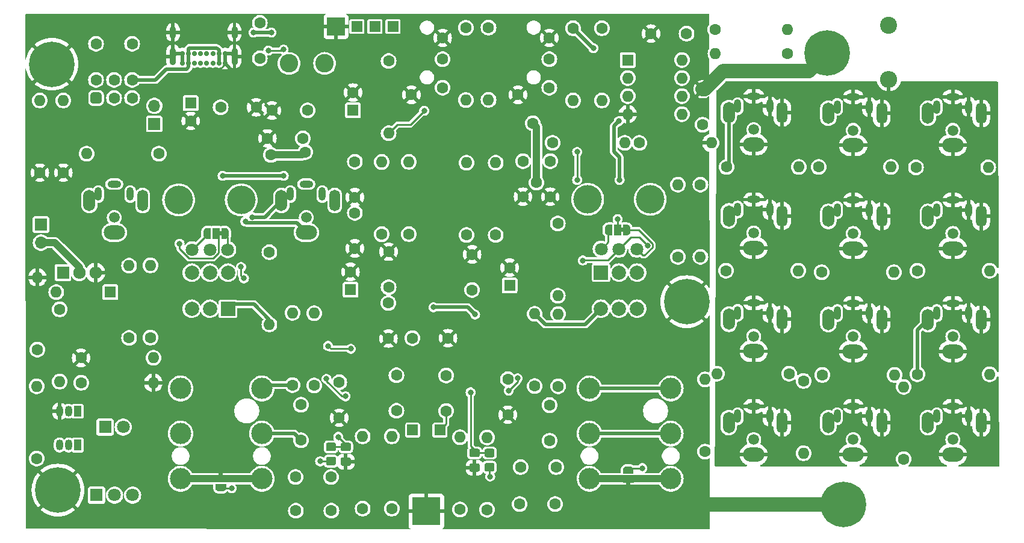
<source format=gbl>
G04 #@! TF.GenerationSoftware,KiCad,Pcbnew,8.0.1*
G04 #@! TF.CreationDate,2024-03-31T00:10:13+01:00*
G04 #@! TF.ProjectId,spider2,73706964-6572-4322-9e6b-696361645f70,rev?*
G04 #@! TF.SameCoordinates,Original*
G04 #@! TF.FileFunction,Copper,L2,Bot*
G04 #@! TF.FilePolarity,Positive*
%FSLAX46Y46*%
G04 Gerber Fmt 4.6, Leading zero omitted, Abs format (unit mm)*
G04 Created by KiCad (PCBNEW 8.0.1) date 2024-03-31 00:10:13*
%MOMM*%
%LPD*%
G01*
G04 APERTURE LIST*
G04 #@! TA.AperFunction,EtchedComponent*
%ADD10C,0.000000*%
G04 #@! TD*
G04 #@! TA.AperFunction,ComponentPad*
%ADD11C,1.600000*%
G04 #@! TD*
G04 #@! TA.AperFunction,ComponentPad*
%ADD12O,1.600000X1.600000*%
G04 #@! TD*
G04 #@! TA.AperFunction,ComponentPad*
%ADD13R,2.000000X2.000000*%
G04 #@! TD*
G04 #@! TA.AperFunction,ComponentPad*
%ADD14C,2.000000*%
G04 #@! TD*
G04 #@! TA.AperFunction,ComponentPad*
%ADD15C,0.700000*%
G04 #@! TD*
G04 #@! TA.AperFunction,ComponentPad*
%ADD16O,0.900000X2.400000*%
G04 #@! TD*
G04 #@! TA.AperFunction,ComponentPad*
%ADD17O,0.900000X1.700000*%
G04 #@! TD*
G04 #@! TA.AperFunction,ComponentPad*
%ADD18R,1.717500X1.800000*%
G04 #@! TD*
G04 #@! TA.AperFunction,ComponentPad*
%ADD19O,1.717500X1.800000*%
G04 #@! TD*
G04 #@! TA.AperFunction,ComponentPad*
%ADD20R,1.600000X1.600000*%
G04 #@! TD*
G04 #@! TA.AperFunction,ComponentPad*
%ADD21R,2.500000X2.500000*%
G04 #@! TD*
G04 #@! TA.AperFunction,WasherPad*
%ADD22C,1.500000*%
G04 #@! TD*
G04 #@! TA.AperFunction,ComponentPad*
%ADD23O,1.000000X1.900000*%
G04 #@! TD*
G04 #@! TA.AperFunction,ComponentPad*
%ADD24O,1.500000X3.000000*%
G04 #@! TD*
G04 #@! TA.AperFunction,ComponentPad*
%ADD25O,1.700000X3.000000*%
G04 #@! TD*
G04 #@! TA.AperFunction,ComponentPad*
%ADD26O,1.900000X1.000000*%
G04 #@! TD*
G04 #@! TA.AperFunction,ComponentPad*
%ADD27O,3.000000X2.000000*%
G04 #@! TD*
G04 #@! TA.AperFunction,ComponentPad*
%ADD28C,0.800000*%
G04 #@! TD*
G04 #@! TA.AperFunction,ComponentPad*
%ADD29C,6.400000*%
G04 #@! TD*
G04 #@! TA.AperFunction,ComponentPad*
%ADD30R,1.700000X1.700000*%
G04 #@! TD*
G04 #@! TA.AperFunction,ComponentPad*
%ADD31O,1.700000X1.700000*%
G04 #@! TD*
G04 #@! TA.AperFunction,ComponentPad*
%ADD32C,3.000000*%
G04 #@! TD*
G04 #@! TA.AperFunction,ComponentPad*
%ADD33R,1.500000X1.500000*%
G04 #@! TD*
G04 #@! TA.AperFunction,ComponentPad*
%ADD34R,1.050000X1.500000*%
G04 #@! TD*
G04 #@! TA.AperFunction,ComponentPad*
%ADD35O,1.050000X1.500000*%
G04 #@! TD*
G04 #@! TA.AperFunction,ComponentPad*
%ADD36C,2.400000*%
G04 #@! TD*
G04 #@! TA.AperFunction,ComponentPad*
%ADD37O,2.400000X2.400000*%
G04 #@! TD*
G04 #@! TA.AperFunction,WasherPad*
%ADD38C,4.000000*%
G04 #@! TD*
G04 #@! TA.AperFunction,ComponentPad*
%ADD39C,1.800000*%
G04 #@! TD*
G04 #@! TA.AperFunction,ComponentPad*
%ADD40R,4.000000X4.000000*%
G04 #@! TD*
G04 #@! TA.AperFunction,ComponentPad*
%ADD41R,1.800000X1.800000*%
G04 #@! TD*
G04 #@! TA.AperFunction,ComponentPad*
%ADD42C,2.600000*%
G04 #@! TD*
G04 #@! TA.AperFunction,SMDPad,CuDef*
%ADD43R,1.500000X1.000000*%
G04 #@! TD*
G04 #@! TA.AperFunction,SMDPad,CuDef*
%ADD44R,1.000000X1.500000*%
G04 #@! TD*
G04 #@! TA.AperFunction,ViaPad*
%ADD45C,1.600000*%
G04 #@! TD*
G04 #@! TA.AperFunction,ViaPad*
%ADD46C,0.800000*%
G04 #@! TD*
G04 #@! TA.AperFunction,Conductor*
%ADD47C,0.250000*%
G04 #@! TD*
G04 #@! TA.AperFunction,Conductor*
%ADD48C,0.500000*%
G04 #@! TD*
G04 #@! TA.AperFunction,Conductor*
%ADD49C,2.000000*%
G04 #@! TD*
G04 #@! TA.AperFunction,Conductor*
%ADD50C,1.000000*%
G04 #@! TD*
G04 APERTURE END LIST*
D10*
G04 #@! TA.AperFunction,EtchedComponent*
G36*
X222753200Y-96962800D02*
G01*
X222153200Y-96962800D01*
X222153200Y-96462800D01*
X222753200Y-96462800D01*
X222753200Y-96962800D01*
G37*
G04 #@! TD.AperFunction*
G04 #@! TA.AperFunction,EtchedComponent*
G36*
X221850000Y-61300000D02*
G01*
X221350000Y-61300000D01*
X221350000Y-60700000D01*
X221850000Y-60700000D01*
X221850000Y-61300000D01*
G37*
G04 #@! TD.AperFunction*
G04 #@! TA.AperFunction,EtchedComponent*
G36*
X165400000Y-61800000D02*
G01*
X164900000Y-61800000D01*
X164900000Y-61200000D01*
X165400000Y-61200000D01*
X165400000Y-61800000D01*
G37*
G04 #@! TD.AperFunction*
G04 #@! TA.AperFunction,EtchedComponent*
G36*
X165450800Y-95582000D02*
G01*
X164850800Y-95582000D01*
X164850800Y-95082000D01*
X165450800Y-95082000D01*
X165450800Y-95582000D01*
G37*
G04 #@! TD.AperFunction*
D11*
X171975000Y-64135000D03*
D12*
X171975000Y-74295000D03*
D11*
X147599400Y-34823400D03*
X152679400Y-34823400D03*
G04 #@! TA.AperFunction,ComponentPad*
G36*
G01*
X147199400Y-41643400D02*
X147999400Y-41643400D01*
G75*
G02*
X148399400Y-42043400I0J-400000D01*
G01*
X148399400Y-42843400D01*
G75*
G02*
X147999400Y-43243400I-400000J0D01*
G01*
X147199400Y-43243400D01*
G75*
G02*
X146799400Y-42843400I0J400000D01*
G01*
X146799400Y-42043400D01*
G75*
G02*
X147199400Y-41643400I400000J0D01*
G01*
G37*
G04 #@! TD.AperFunction*
X150139400Y-42443400D03*
X152679400Y-42443400D03*
X147599400Y-39903400D03*
X150139400Y-39903400D03*
X152679400Y-39903400D03*
X262920000Y-52200000D03*
D12*
X273080000Y-52200000D03*
D13*
X218620000Y-67000000D03*
D14*
X221160000Y-67000000D03*
X223700000Y-67000000D03*
X218620000Y-72080000D03*
X221160000Y-72080000D03*
X223700000Y-72080000D03*
D11*
X230650000Y-33400000D03*
X225650000Y-33400000D03*
X244875000Y-36200000D03*
D12*
X234715000Y-36200000D03*
D15*
X165725000Y-37575000D03*
X164875000Y-37575000D03*
X164025000Y-37575000D03*
X163175000Y-37575000D03*
X162325000Y-37575000D03*
X161475000Y-37575000D03*
X160625000Y-37575000D03*
X159775000Y-37575000D03*
X159775000Y-36225000D03*
X160625000Y-36225000D03*
X161475000Y-36225000D03*
X162325000Y-36225000D03*
X163175000Y-36225000D03*
X164025000Y-36225000D03*
X164875000Y-36225000D03*
X165725000Y-36225000D03*
D16*
X167075000Y-36595000D03*
D17*
X167075000Y-33215000D03*
D16*
X158425000Y-36595000D03*
D17*
X158425000Y-33215000D03*
D11*
X187800000Y-61600000D03*
D12*
X187800000Y-51440000D03*
D18*
X142950000Y-67000000D03*
D19*
X145240000Y-67000000D03*
X147530000Y-67000000D03*
D11*
X263120000Y-81300000D03*
D12*
X273280000Y-81300000D03*
D11*
X181800000Y-82425000D03*
X181800000Y-87425000D03*
X207645000Y-51333400D03*
X207645000Y-56333400D03*
X196850000Y-86475000D03*
X196850000Y-81475000D03*
X211480400Y-56337200D03*
X211480400Y-51337200D03*
X209300000Y-82980000D03*
D12*
X209300000Y-72820000D03*
D20*
X149620000Y-69750000D03*
D12*
X142000000Y-69750000D03*
D11*
X178275000Y-82880000D03*
D12*
X178275000Y-72720000D03*
D11*
X139700000Y-52959000D03*
D12*
X139700000Y-42799000D03*
D11*
X202800000Y-32550000D03*
D12*
X202800000Y-42710000D03*
D11*
X232600000Y-54625000D03*
D12*
X232600000Y-64785000D03*
D11*
X205525000Y-82000000D03*
X205525000Y-87000000D03*
D21*
X181356000Y-32385000D03*
D22*
X240099112Y-90500000D03*
D23*
X242349112Y-87200000D03*
D24*
X244099112Y-88100000D03*
D25*
X236599112Y-88100000D03*
D23*
X237849112Y-87200000D03*
D26*
X240099112Y-85800000D03*
D27*
X240099112Y-92600000D03*
D28*
X248019532Y-36102461D03*
X248722476Y-34405405D03*
X248722476Y-37799517D03*
X250419532Y-33702461D03*
D29*
X250419532Y-36102461D03*
D28*
X250419532Y-38502461D03*
X252116588Y-34405405D03*
X252116588Y-37799517D03*
X252819532Y-36102461D03*
D11*
X189850000Y-86450000D03*
X189850000Y-81450000D03*
X200500000Y-69450000D03*
X200500000Y-64450000D03*
X214700000Y-32640000D03*
D12*
X214700000Y-42800000D03*
D11*
X196350000Y-37000000D03*
X196350000Y-34000000D03*
X191950000Y-42000000D03*
X196350000Y-41000000D03*
D30*
X155800000Y-46090000D03*
D31*
X155800000Y-43550000D03*
D11*
X189200000Y-100200000D03*
D12*
X189200000Y-90040000D03*
D11*
X212177000Y-99568000D03*
X207177000Y-99568000D03*
D20*
X205765400Y-68808600D03*
D11*
X205765400Y-66308600D03*
X176425000Y-85600000D03*
X176425000Y-90600000D03*
X232925000Y-46200000D03*
X232925000Y-41200000D03*
X191600000Y-61595000D03*
D12*
X191600000Y-51435000D03*
D11*
X261200000Y-93230000D03*
D12*
X261200000Y-83070000D03*
D11*
X249645000Y-66950000D03*
D12*
X259805000Y-66950000D03*
D32*
X228430000Y-89650000D03*
X217000000Y-89650000D03*
X228430000Y-96000000D03*
X217000000Y-96000000D03*
X228430000Y-83300000D03*
X217000000Y-83300000D03*
D11*
X156425000Y-50275000D03*
D12*
X146265000Y-50275000D03*
D32*
X170930000Y-89650000D03*
X159500000Y-89650000D03*
X170930000Y-96000000D03*
X159500000Y-96000000D03*
X170930000Y-83300000D03*
X159500000Y-83300000D03*
D11*
X145500000Y-82500000D03*
D12*
X155660000Y-82500000D03*
D11*
X212550000Y-60100000D03*
D12*
X212550000Y-70260000D03*
D11*
X249745000Y-81400000D03*
D12*
X259905000Y-81400000D03*
D11*
X198800000Y-100320000D03*
D12*
X198800000Y-90160000D03*
D11*
X165129200Y-43750000D03*
X170129200Y-43750000D03*
D33*
X192120004Y-89159163D03*
D11*
X249220000Y-52150000D03*
D12*
X259380000Y-52150000D03*
D11*
X203809600Y-61722000D03*
D12*
X203809600Y-51562000D03*
D11*
X234675000Y-32825000D03*
D12*
X244835000Y-32825000D03*
D11*
X236195000Y-66725000D03*
D12*
X246355000Y-66725000D03*
D20*
X183750000Y-44182380D03*
D11*
X183750000Y-41682380D03*
X197100000Y-76225000D03*
X192100000Y-76225000D03*
X142500000Y-72170000D03*
D12*
X142500000Y-82330000D03*
D11*
X247100000Y-82250000D03*
D12*
X247100000Y-92410000D03*
D22*
X240100000Y-61433333D03*
D23*
X242350000Y-58133333D03*
D24*
X244100000Y-59033333D03*
D25*
X236600000Y-59033333D03*
D23*
X237850000Y-58133333D03*
D26*
X240100000Y-56733333D03*
D27*
X240100000Y-63533333D03*
D34*
X145020000Y-91250000D03*
D35*
X143750000Y-91250000D03*
X142480000Y-91250000D03*
D11*
X175641000Y-95758000D03*
X180641000Y-95758000D03*
D22*
X240100000Y-75966666D03*
D23*
X242350000Y-72666666D03*
D24*
X244100000Y-73566666D03*
D25*
X236600000Y-73566666D03*
D23*
X237850000Y-72666666D03*
D26*
X240100000Y-71266666D03*
D27*
X240100000Y-78066666D03*
D11*
X152250000Y-76190000D03*
D12*
X152250000Y-66030000D03*
D22*
X177174065Y-59268249D03*
D23*
X179424065Y-55968249D03*
D24*
X181174065Y-56868249D03*
D25*
X173674065Y-56868249D03*
D23*
X174924065Y-55968249D03*
D26*
X177174065Y-54568249D03*
D27*
X177174065Y-61368249D03*
D28*
X228260142Y-71088261D03*
X228963086Y-69391205D03*
X228963086Y-72785317D03*
X230660142Y-68688261D03*
D29*
X230660142Y-71088261D03*
D28*
X230660142Y-73488261D03*
X232357198Y-69391205D03*
X232357198Y-72785317D03*
X233060142Y-71088261D03*
D11*
X143002000Y-52959000D03*
D12*
X143002000Y-42799000D03*
D22*
X268100000Y-47000000D03*
D23*
X270350000Y-43700000D03*
D24*
X272100000Y-44600000D03*
D25*
X264600000Y-44600000D03*
D23*
X265850000Y-43700000D03*
D26*
X268100000Y-42300000D03*
D27*
X268100000Y-49100000D03*
D11*
X184000000Y-63600000D03*
X184000000Y-58600000D03*
D36*
X259100000Y-32190000D03*
D37*
X259100000Y-39810000D03*
D33*
X184277000Y-32385000D03*
D20*
X160925000Y-43175000D03*
D11*
X160925000Y-45675000D03*
D38*
X159217564Y-56780906D03*
X168017564Y-56780906D03*
D39*
X166117564Y-63780906D03*
X163617564Y-63780906D03*
X161117564Y-63780906D03*
D11*
X188750000Y-69062600D03*
X188750000Y-64062600D03*
D33*
X186817000Y-32385000D03*
X189357000Y-32385000D03*
D13*
X166152500Y-72090000D03*
D14*
X163612500Y-72090000D03*
X161072500Y-72090000D03*
X166152500Y-67010000D03*
X163612500Y-67010000D03*
X161072500Y-67010000D03*
D34*
X145000000Y-86500000D03*
D35*
X143730000Y-86500000D03*
X142460000Y-86500000D03*
D11*
X145500000Y-79000000D03*
D12*
X155660000Y-79000000D03*
D11*
X185100000Y-100200000D03*
D12*
X185100000Y-90040000D03*
D22*
X268100000Y-76000000D03*
D23*
X270350000Y-72700000D03*
D24*
X272100000Y-73600000D03*
D25*
X264600000Y-73600000D03*
D23*
X265850000Y-72700000D03*
D26*
X268100000Y-71300000D03*
D27*
X268100000Y-78100000D03*
D30*
X139850000Y-60250000D03*
D31*
X139850000Y-62790000D03*
D11*
X175225000Y-82835000D03*
D12*
X175225000Y-72675000D03*
D28*
X250278178Y-99588332D03*
X250981122Y-97891276D03*
X250981122Y-101285388D03*
X252678178Y-97188332D03*
D29*
X252678178Y-99588332D03*
D28*
X252678178Y-101988332D03*
X254375234Y-97891276D03*
X254375234Y-101285388D03*
X255078178Y-99588332D03*
D11*
X236270000Y-52150000D03*
D12*
X246430000Y-52150000D03*
D11*
X218750000Y-32640000D03*
D12*
X218750000Y-42800000D03*
D11*
X211350000Y-37000000D03*
X211350000Y-34000000D03*
X206950000Y-42000000D03*
X211350000Y-41000000D03*
D22*
X268100000Y-61500000D03*
D23*
X270350000Y-58200000D03*
D24*
X272100000Y-59100000D03*
D25*
X264600000Y-59100000D03*
D23*
X265850000Y-58200000D03*
D26*
X268100000Y-56800000D03*
D27*
X268100000Y-63600000D03*
D22*
X240100000Y-46900000D03*
D23*
X242350000Y-43600000D03*
D24*
X244100000Y-44500000D03*
D25*
X236600000Y-44500000D03*
D23*
X237850000Y-43600000D03*
D26*
X240100000Y-42200000D03*
D27*
X240100000Y-49000000D03*
D20*
X222375000Y-37100000D03*
D12*
X222375000Y-39640000D03*
X222375000Y-42180000D03*
X222375000Y-44720000D03*
X229995000Y-44720000D03*
X229995000Y-42180000D03*
X229995000Y-39640000D03*
X229995000Y-37100000D03*
D11*
X263120000Y-66750000D03*
D12*
X273280000Y-66750000D03*
D11*
X233260000Y-92180000D03*
D12*
X233260000Y-82020000D03*
D11*
X188722000Y-76276200D03*
X188722000Y-71276200D03*
X211800000Y-48750000D03*
D12*
X221960000Y-48750000D03*
D22*
X254100000Y-61500000D03*
D23*
X256350000Y-58200000D03*
D24*
X258100000Y-59100000D03*
D25*
X250600000Y-59100000D03*
D23*
X251850000Y-58200000D03*
D26*
X254100000Y-56800000D03*
D27*
X254100000Y-63600000D03*
D22*
X254100000Y-76000000D03*
D23*
X256350000Y-72700000D03*
D24*
X258100000Y-73600000D03*
D25*
X250600000Y-73600000D03*
D23*
X251850000Y-72700000D03*
D26*
X254100000Y-71300000D03*
D27*
X254100000Y-78100000D03*
D22*
X254100000Y-47000000D03*
D23*
X256350000Y-43700000D03*
D24*
X258100000Y-44600000D03*
D25*
X250600000Y-44600000D03*
D23*
X251850000Y-43700000D03*
D26*
X254100000Y-42300000D03*
D27*
X254100000Y-49100000D03*
D11*
X212600000Y-82985000D03*
D12*
X212600000Y-72825000D03*
D11*
X202600000Y-100360000D03*
D12*
X202600000Y-90200000D03*
D11*
X172347600Y-44196000D03*
X177347600Y-44196000D03*
X184000000Y-51400000D03*
X184000000Y-56400000D03*
D22*
X150165198Y-59269712D03*
D23*
X152415198Y-55969712D03*
D24*
X154165198Y-56869712D03*
D25*
X146665198Y-56869712D03*
D23*
X147915198Y-55969712D03*
D26*
X150165198Y-54569712D03*
D27*
X150165198Y-61369712D03*
D40*
X194056000Y-100584000D03*
D22*
X254099112Y-90500000D03*
D23*
X256349112Y-87200000D03*
D24*
X258099112Y-88100000D03*
D25*
X250599112Y-88100000D03*
D23*
X251849112Y-87200000D03*
D26*
X254099112Y-85800000D03*
D27*
X254099112Y-92600000D03*
D22*
X268100000Y-90500000D03*
D23*
X270350000Y-87200000D03*
D24*
X272100000Y-88100000D03*
D25*
X264600000Y-88100000D03*
D23*
X265850000Y-87200000D03*
D26*
X268100000Y-85800000D03*
D27*
X268100000Y-92600000D03*
D11*
X175700000Y-100500000D03*
X180700000Y-100500000D03*
X188750000Y-37250000D03*
D12*
X188750000Y-47410000D03*
D11*
X170641261Y-31877000D03*
X170641261Y-36877000D03*
X139250000Y-93160000D03*
D12*
X139250000Y-83000000D03*
D11*
X171704000Y-48133000D03*
X176704000Y-48133000D03*
D33*
X195961000Y-89154000D03*
D41*
X148875000Y-88725000D03*
D39*
X151415000Y-88725000D03*
D11*
X199600000Y-32570000D03*
D12*
X199600000Y-42730000D03*
D11*
X229450000Y-64800000D03*
D12*
X229450000Y-54640000D03*
D11*
X212304000Y-94361000D03*
X207304000Y-94361000D03*
D38*
X216749930Y-56700000D03*
X225549930Y-56700000D03*
D39*
X223649930Y-63700000D03*
X221149930Y-63700000D03*
X218649930Y-63700000D03*
D11*
X199694800Y-61722000D03*
D12*
X199694800Y-51562000D03*
D11*
X245080000Y-81225000D03*
D12*
X234920000Y-81225000D03*
D42*
X174752000Y-37592000D03*
X179752000Y-37592000D03*
D11*
X155250000Y-76150000D03*
D12*
X155250000Y-65990000D03*
D41*
X147670000Y-98300000D03*
D39*
X150210000Y-98300000D03*
X152750000Y-98300000D03*
D28*
X139840000Y-97590000D03*
X140542944Y-95892944D03*
X140542944Y-99287056D03*
X142240000Y-95190000D03*
D29*
X142240000Y-97590000D03*
D28*
X142240000Y-99990000D03*
X143937056Y-95892944D03*
X143937056Y-99287056D03*
X144640000Y-97590000D03*
D11*
X224000000Y-48760000D03*
D12*
X234160000Y-48760000D03*
D11*
X139350000Y-77840000D03*
D12*
X139350000Y-67680000D03*
D11*
X211400000Y-85650000D03*
X211400000Y-90650000D03*
D20*
X183388000Y-69400000D03*
D11*
X183388000Y-66900000D03*
D28*
X138994600Y-37691600D03*
X139697544Y-35994544D03*
X139697544Y-39388656D03*
X141394600Y-35291600D03*
D29*
X141394600Y-37691600D03*
D28*
X141394600Y-40091600D03*
X143091656Y-35994544D03*
X143091656Y-39388656D03*
X143794600Y-37691600D03*
G04 #@! TA.AperFunction,SMDPad,CuDef*
G36*
G01*
X181094800Y-94116200D02*
X180194800Y-94116200D01*
G75*
G02*
X179944800Y-93866200I0J250000D01*
G01*
X179944800Y-93166200D01*
G75*
G02*
X180194800Y-92916200I250000J0D01*
G01*
X181094800Y-92916200D01*
G75*
G02*
X181344800Y-93166200I0J-250000D01*
G01*
X181344800Y-93866200D01*
G75*
G02*
X181094800Y-94116200I-250000J0D01*
G01*
G37*
G04 #@! TD.AperFunction*
G04 #@! TA.AperFunction,SMDPad,CuDef*
G36*
G01*
X181094800Y-92116200D02*
X180194800Y-92116200D01*
G75*
G02*
X179944800Y-91866200I0J250000D01*
G01*
X179944800Y-91166200D01*
G75*
G02*
X180194800Y-90916200I250000J0D01*
G01*
X181094800Y-90916200D01*
G75*
G02*
X181344800Y-91166200I0J-250000D01*
G01*
X181344800Y-91866200D01*
G75*
G02*
X181094800Y-92116200I-250000J0D01*
G01*
G37*
G04 #@! TD.AperFunction*
G04 #@! TA.AperFunction,SMDPad,CuDef*
G36*
G01*
X203396000Y-94974300D02*
X202496000Y-94974300D01*
G75*
G02*
X202246000Y-94724300I0J250000D01*
G01*
X202246000Y-94024300D01*
G75*
G02*
X202496000Y-93774300I250000J0D01*
G01*
X203396000Y-93774300D01*
G75*
G02*
X203646000Y-94024300I0J-250000D01*
G01*
X203646000Y-94724300D01*
G75*
G02*
X203396000Y-94974300I-250000J0D01*
G01*
G37*
G04 #@! TD.AperFunction*
G04 #@! TA.AperFunction,SMDPad,CuDef*
G36*
G01*
X203396000Y-92974300D02*
X202496000Y-92974300D01*
G75*
G02*
X202246000Y-92724300I0J250000D01*
G01*
X202246000Y-92024300D01*
G75*
G02*
X202496000Y-91774300I250000J0D01*
G01*
X203396000Y-91774300D01*
G75*
G02*
X203646000Y-92024300I0J-250000D01*
G01*
X203646000Y-92724300D01*
G75*
G02*
X203396000Y-92974300I-250000J0D01*
G01*
G37*
G04 #@! TD.AperFunction*
G04 #@! TA.AperFunction,SMDPad,CuDef*
G36*
X223203200Y-96812800D02*
G01*
X223203200Y-97362800D01*
X223198111Y-97362800D01*
X223198111Y-97433957D01*
X223158016Y-97570508D01*
X223081075Y-97690230D01*
X222973520Y-97783427D01*
X222844066Y-97842546D01*
X222703200Y-97862800D01*
X222203200Y-97862800D01*
X222062334Y-97842546D01*
X221932880Y-97783427D01*
X221825325Y-97690230D01*
X221748384Y-97570508D01*
X221708289Y-97433957D01*
X221708289Y-97362800D01*
X221703200Y-97362800D01*
X221703200Y-96812800D01*
X223203200Y-96812800D01*
G37*
G04 #@! TD.AperFunction*
D43*
X222453200Y-96062800D03*
G04 #@! TA.AperFunction,SMDPad,CuDef*
G36*
X221708289Y-94762800D02*
G01*
X221708289Y-94691643D01*
X221748384Y-94555092D01*
X221825325Y-94435370D01*
X221932880Y-94342173D01*
X222062334Y-94283054D01*
X222203200Y-94262800D01*
X222703200Y-94262800D01*
X222844066Y-94283054D01*
X222973520Y-94342173D01*
X223081075Y-94435370D01*
X223158016Y-94555092D01*
X223198111Y-94691643D01*
X223198111Y-94762800D01*
X223203200Y-94762800D01*
X223203200Y-95312800D01*
X221703200Y-95312800D01*
X221703200Y-94762800D01*
X221708289Y-94762800D01*
G37*
G04 #@! TD.AperFunction*
G04 #@! TA.AperFunction,SMDPad,CuDef*
G36*
X221700000Y-60250000D02*
G01*
X222250000Y-60250000D01*
X222250000Y-60255089D01*
X222321157Y-60255089D01*
X222457708Y-60295184D01*
X222577430Y-60372125D01*
X222670627Y-60479680D01*
X222729746Y-60609134D01*
X222750000Y-60750000D01*
X222750000Y-61250000D01*
X222729746Y-61390866D01*
X222670627Y-61520320D01*
X222577430Y-61627875D01*
X222457708Y-61704816D01*
X222321157Y-61744911D01*
X222250000Y-61744911D01*
X222250000Y-61750000D01*
X221700000Y-61750000D01*
X221700000Y-60250000D01*
G37*
G04 #@! TD.AperFunction*
D44*
X220950000Y-61000000D03*
G04 #@! TA.AperFunction,SMDPad,CuDef*
G36*
X219650000Y-61744911D02*
G01*
X219578843Y-61744911D01*
X219442292Y-61704816D01*
X219322570Y-61627875D01*
X219229373Y-61520320D01*
X219170254Y-61390866D01*
X219150000Y-61250000D01*
X219150000Y-60750000D01*
X219170254Y-60609134D01*
X219229373Y-60479680D01*
X219322570Y-60372125D01*
X219442292Y-60295184D01*
X219578843Y-60255089D01*
X219650000Y-60255089D01*
X219650000Y-60250000D01*
X220200000Y-60250000D01*
X220200000Y-61750000D01*
X219650000Y-61750000D01*
X219650000Y-61744911D01*
G37*
G04 #@! TD.AperFunction*
G04 #@! TA.AperFunction,SMDPad,CuDef*
G36*
G01*
X182252600Y-90928700D02*
X183202600Y-90928700D01*
G75*
G02*
X183452600Y-91178700I0J-250000D01*
G01*
X183452600Y-91853700D01*
G75*
G02*
X183202600Y-92103700I-250000J0D01*
G01*
X182252600Y-92103700D01*
G75*
G02*
X182002600Y-91853700I0J250000D01*
G01*
X182002600Y-91178700D01*
G75*
G02*
X182252600Y-90928700I250000J0D01*
G01*
G37*
G04 #@! TD.AperFunction*
G04 #@! TA.AperFunction,SMDPad,CuDef*
G36*
G01*
X182252600Y-93003700D02*
X183202600Y-93003700D01*
G75*
G02*
X183452600Y-93253700I0J-250000D01*
G01*
X183452600Y-93928700D01*
G75*
G02*
X183202600Y-94178700I-250000J0D01*
G01*
X182252600Y-94178700D01*
G75*
G02*
X182002600Y-93928700I0J250000D01*
G01*
X182002600Y-93253700D01*
G75*
G02*
X182252600Y-93003700I250000J0D01*
G01*
G37*
G04 #@! TD.AperFunction*
G04 #@! TA.AperFunction,SMDPad,CuDef*
G36*
G01*
X200362800Y-91770800D02*
X201312800Y-91770800D01*
G75*
G02*
X201562800Y-92020800I0J-250000D01*
G01*
X201562800Y-92695800D01*
G75*
G02*
X201312800Y-92945800I-250000J0D01*
G01*
X200362800Y-92945800D01*
G75*
G02*
X200112800Y-92695800I0J250000D01*
G01*
X200112800Y-92020800D01*
G75*
G02*
X200362800Y-91770800I250000J0D01*
G01*
G37*
G04 #@! TD.AperFunction*
G04 #@! TA.AperFunction,SMDPad,CuDef*
G36*
G01*
X200362800Y-93845800D02*
X201312800Y-93845800D01*
G75*
G02*
X201562800Y-94095800I0J-250000D01*
G01*
X201562800Y-94770800D01*
G75*
G02*
X201312800Y-95020800I-250000J0D01*
G01*
X200362800Y-95020800D01*
G75*
G02*
X200112800Y-94770800I0J250000D01*
G01*
X200112800Y-94095800D01*
G75*
G02*
X200362800Y-93845800I250000J0D01*
G01*
G37*
G04 #@! TD.AperFunction*
G04 #@! TA.AperFunction,SMDPad,CuDef*
G36*
X165250000Y-60750000D02*
G01*
X165800000Y-60750000D01*
X165800000Y-60755089D01*
X165871157Y-60755089D01*
X166007708Y-60795184D01*
X166127430Y-60872125D01*
X166220627Y-60979680D01*
X166279746Y-61109134D01*
X166300000Y-61250000D01*
X166300000Y-61750000D01*
X166279746Y-61890866D01*
X166220627Y-62020320D01*
X166127430Y-62127875D01*
X166007708Y-62204816D01*
X165871157Y-62244911D01*
X165800000Y-62244911D01*
X165800000Y-62250000D01*
X165250000Y-62250000D01*
X165250000Y-60750000D01*
G37*
G04 #@! TD.AperFunction*
X164500000Y-61500000D03*
G04 #@! TA.AperFunction,SMDPad,CuDef*
G36*
X163200000Y-62244911D02*
G01*
X163128843Y-62244911D01*
X162992292Y-62204816D01*
X162872570Y-62127875D01*
X162779373Y-62020320D01*
X162720254Y-61890866D01*
X162700000Y-61750000D01*
X162700000Y-61250000D01*
X162720254Y-61109134D01*
X162779373Y-60979680D01*
X162872570Y-60872125D01*
X162992292Y-60795184D01*
X163128843Y-60755089D01*
X163200000Y-60755089D01*
X163200000Y-60750000D01*
X163750000Y-60750000D01*
X163750000Y-62250000D01*
X163200000Y-62250000D01*
X163200000Y-62244911D01*
G37*
G04 #@! TD.AperFunction*
G04 #@! TA.AperFunction,SMDPad,CuDef*
G36*
X164400800Y-95232000D02*
G01*
X164400800Y-94682000D01*
X164405889Y-94682000D01*
X164405889Y-94610843D01*
X164445984Y-94474292D01*
X164522925Y-94354570D01*
X164630480Y-94261373D01*
X164759934Y-94202254D01*
X164900800Y-94182000D01*
X165400800Y-94182000D01*
X165541666Y-94202254D01*
X165671120Y-94261373D01*
X165778675Y-94354570D01*
X165855616Y-94474292D01*
X165895711Y-94610843D01*
X165895711Y-94682000D01*
X165900800Y-94682000D01*
X165900800Y-95232000D01*
X164400800Y-95232000D01*
G37*
G04 #@! TD.AperFunction*
D43*
X165150800Y-95982000D03*
G04 #@! TA.AperFunction,SMDPad,CuDef*
G36*
X165895711Y-97282000D02*
G01*
X165895711Y-97353157D01*
X165855616Y-97489708D01*
X165778675Y-97609430D01*
X165671120Y-97702627D01*
X165541666Y-97761746D01*
X165400800Y-97782000D01*
X164900800Y-97782000D01*
X164759934Y-97761746D01*
X164630480Y-97702627D01*
X164522925Y-97609430D01*
X164445984Y-97489708D01*
X164405889Y-97353157D01*
X164405889Y-97282000D01*
X164400800Y-97282000D01*
X164400800Y-96732000D01*
X165900800Y-96732000D01*
X165900800Y-97282000D01*
X165895711Y-97282000D01*
G37*
G04 #@! TD.AperFunction*
D45*
X239930000Y-51890000D03*
D46*
X202692000Y-80772000D03*
X159000000Y-39500000D03*
X185925000Y-80225000D03*
X217551000Y-35433000D03*
X168600000Y-59800000D03*
X216075000Y-65300000D03*
X225168808Y-63206427D03*
X220950000Y-59500000D03*
X174000000Y-53400000D03*
X165400000Y-53400000D03*
X180225000Y-77325000D03*
X183425000Y-77725000D03*
X200914000Y-72898000D03*
X221234000Y-53975000D03*
X195072000Y-71882000D03*
X221107000Y-45720000D03*
X169600000Y-59200000D03*
X159347702Y-62947702D03*
X206879963Y-81870037D03*
X205645037Y-83604963D03*
X168400000Y-67810000D03*
X182702200Y-84404200D03*
X180006129Y-81956129D03*
X168000000Y-66210000D03*
X171834314Y-35765686D03*
D45*
X209550000Y-54356000D03*
X209042000Y-45999400D03*
D46*
X173965686Y-35634314D03*
X193750000Y-44250000D03*
D45*
X172200000Y-50450000D03*
X177009345Y-50058946D03*
D46*
X172250000Y-33250000D03*
X169750000Y-33250000D03*
X215265000Y-53975000D03*
X215265000Y-50038000D03*
X200279000Y-83845400D03*
X181666663Y-90113337D03*
X203047600Y-95681800D03*
X224434400Y-94513400D03*
X179120800Y-93548200D03*
X166700200Y-97332800D03*
D47*
X196850000Y-86475000D02*
X196850000Y-88265000D01*
X196850000Y-88265000D02*
X195961000Y-89154000D01*
D48*
X217000000Y-89650000D02*
X228430000Y-89650000D01*
D49*
X233200000Y-41200000D02*
X232925000Y-41200000D01*
D48*
X159775000Y-36225000D02*
X158795000Y-36225000D01*
D49*
X247871993Y-38650000D02*
X235750000Y-38650000D01*
D48*
X166705000Y-36225000D02*
X167075000Y-36595000D01*
X159775000Y-37575000D02*
X159775000Y-36225000D01*
D49*
X235750000Y-38650000D02*
X233200000Y-41200000D01*
D48*
X158795000Y-36225000D02*
X158425000Y-36595000D01*
D49*
X250419532Y-36102461D02*
X247871993Y-38650000D01*
X252678178Y-99588332D02*
X228888332Y-99588332D01*
D48*
X165725000Y-36225000D02*
X166705000Y-36225000D01*
X165725000Y-37575000D02*
X165725000Y-36225000D01*
X228430000Y-83300000D02*
X217000000Y-83300000D01*
X175475000Y-89650000D02*
X176425000Y-90600000D01*
X170930000Y-89650000D02*
X175475000Y-89650000D01*
X175225000Y-82835000D02*
X171395000Y-82835000D01*
X171395000Y-82835000D02*
X170930000Y-83300000D01*
X263120000Y-75080000D02*
X264600000Y-73600000D01*
X263120000Y-81300000D02*
X263120000Y-75080000D01*
X236600000Y-44500000D02*
X236600000Y-51820000D01*
X236600000Y-51820000D02*
X236270000Y-52150000D01*
X217493000Y-35433000D02*
X214700000Y-32640000D01*
X217551000Y-35433000D02*
X217493000Y-35433000D01*
X210775000Y-74295000D02*
X209300000Y-72820000D01*
X218620000Y-72080000D02*
X216405000Y-74295000D01*
X216405000Y-74295000D02*
X210775000Y-74295000D01*
X166807500Y-71435000D02*
X166152500Y-72090000D01*
X169825000Y-71435000D02*
X166807500Y-71435000D01*
X171975000Y-73585000D02*
X169825000Y-71435000D01*
X171975000Y-74295000D02*
X171975000Y-73585000D01*
X168600000Y-59800000D02*
X168800000Y-60000000D01*
X175805816Y-60000000D02*
X177174065Y-61368249D01*
X168800000Y-60000000D02*
X175805816Y-60000000D01*
D47*
X222799930Y-62050000D02*
X224012381Y-62050000D01*
X216125000Y-65250000D02*
X219599930Y-65250000D01*
X221149930Y-63700000D02*
X222799930Y-62050000D01*
X219599930Y-65250000D02*
X221149930Y-63700000D01*
X224012381Y-62050000D02*
X225168808Y-63206427D01*
X216075000Y-65300000D02*
X216125000Y-65250000D01*
X220950000Y-59500000D02*
X220950000Y-61000000D01*
D48*
X174000000Y-53400000D02*
X165400000Y-53400000D01*
D47*
X183425000Y-77725000D02*
X180625000Y-77725000D01*
X180625000Y-77725000D02*
X180225000Y-77325000D01*
X219650000Y-62699930D02*
X219650000Y-61000000D01*
X218649930Y-63700000D02*
X219650000Y-62699930D01*
D48*
X200914000Y-72898000D02*
X199898000Y-71882000D01*
X221234000Y-50784000D02*
X220450000Y-50000000D01*
X220450000Y-46377000D02*
X221107000Y-45720000D01*
X221234000Y-53975000D02*
X221234000Y-50784000D01*
X199898000Y-71882000D02*
X195072000Y-71882000D01*
X220450000Y-50000000D02*
X220450000Y-46377000D01*
X169600000Y-59200000D02*
X171342314Y-59200000D01*
X171342314Y-59200000D02*
X173674065Y-56868249D01*
D47*
X222250000Y-61000000D02*
X223916976Y-61000000D01*
X225843808Y-63486022D02*
X224729830Y-64600000D01*
X224729830Y-64600000D02*
X224549930Y-64600000D01*
X224549930Y-64600000D02*
X223649930Y-63700000D01*
X223916976Y-61000000D02*
X225843808Y-62926832D01*
X225843808Y-62926832D02*
X225843808Y-63486022D01*
X164792564Y-64267607D02*
X164060171Y-65000000D01*
X160674957Y-65000000D02*
X159347702Y-63672745D01*
X164792564Y-61792564D02*
X164792564Y-64267607D01*
X164060171Y-65000000D02*
X160674957Y-65000000D01*
X164500000Y-61500000D02*
X164792564Y-61792564D01*
X159347702Y-63672745D02*
X159347702Y-62947702D01*
X206879963Y-82370037D02*
X206879963Y-81870037D01*
X205645037Y-83604963D02*
X206879963Y-82370037D01*
X180006129Y-82222120D02*
X180006129Y-81956129D01*
X168000000Y-66210000D02*
X168000000Y-67410000D01*
X182188209Y-84404200D02*
X180006129Y-82222120D01*
X168000000Y-67410000D02*
X168400000Y-67810000D01*
X182702200Y-84404200D02*
X182188209Y-84404200D01*
D50*
X145240000Y-66240000D02*
X145240000Y-67000000D01*
X139850000Y-62790000D02*
X141790000Y-62790000D01*
X141790000Y-62790000D02*
X145240000Y-66240000D01*
X209550000Y-46507400D02*
X209550000Y-54356000D01*
D47*
X173834314Y-35765686D02*
X173965686Y-35634314D01*
D50*
X209042000Y-45999400D02*
X209550000Y-46507400D01*
D47*
X171834314Y-35765686D02*
X173834314Y-35765686D01*
D50*
X176618291Y-50450000D02*
X177009345Y-50058946D01*
D47*
X191840000Y-46160000D02*
X193750000Y-44250000D01*
X190000000Y-46160000D02*
X191840000Y-46160000D01*
D50*
X172200000Y-50450000D02*
X176618291Y-50450000D01*
D47*
X188750000Y-47410000D02*
X190000000Y-46160000D01*
D48*
X172250000Y-33250000D02*
X169750000Y-33250000D01*
D47*
X215265000Y-53975000D02*
X215265000Y-50038000D01*
D48*
X164569974Y-35425000D02*
X160675001Y-35425000D01*
X160625000Y-37575000D02*
X160625000Y-36225000D01*
X152679400Y-39903400D02*
X155976600Y-39903400D01*
X164875000Y-37575000D02*
X164875000Y-36225000D01*
X164875000Y-36225000D02*
X164875000Y-35730026D01*
X164875000Y-35730026D02*
X164569974Y-35425000D01*
X160625000Y-37575000D02*
X160625000Y-38069974D01*
X160314974Y-38380000D02*
X157500000Y-38380000D01*
X160625000Y-38069974D02*
X160314974Y-38380000D01*
X155976600Y-39903400D02*
X157500000Y-38380000D01*
X160575000Y-35525001D02*
X160575000Y-36300000D01*
X160675001Y-35425000D02*
X160575000Y-35525001D01*
D47*
X200853800Y-92374300D02*
X200837800Y-92358300D01*
X202946000Y-92374300D02*
X200853800Y-92374300D01*
X200279000Y-91389200D02*
X200837800Y-91948000D01*
X200837800Y-91948000D02*
X200837800Y-92358300D01*
X200279000Y-83845400D02*
X200279000Y-91389200D01*
X181666663Y-90113337D02*
X181666663Y-90494337D01*
X182727600Y-91516200D02*
X182727600Y-91174274D01*
X182727600Y-91174274D02*
X181666663Y-90113337D01*
X180644800Y-91516200D02*
X182727600Y-91516200D01*
D50*
X217000000Y-96000000D02*
X228430000Y-96000000D01*
X159500000Y-96000000D02*
X170930000Y-96000000D01*
D47*
X202946000Y-95580200D02*
X203047600Y-95681800D01*
X222702600Y-94513400D02*
X222453200Y-94762800D01*
X202946000Y-94374300D02*
X202946000Y-95580200D01*
X224434400Y-94513400D02*
X222702600Y-94513400D01*
X166700200Y-97332800D02*
X165201600Y-97332800D01*
X179152800Y-93516200D02*
X179120800Y-93548200D01*
X180644800Y-93516200D02*
X179152800Y-93516200D01*
X165201600Y-97332800D02*
X165150800Y-97282000D01*
X161117564Y-63780906D02*
X163148470Y-61750000D01*
X163148470Y-61750000D02*
X163200000Y-61750000D01*
X166117564Y-63780906D02*
X166117564Y-62067564D01*
X166117564Y-62067564D02*
X165800000Y-61750000D01*
G04 #@! TA.AperFunction,Conductor*
G36*
X179895207Y-30605952D02*
G01*
X179909559Y-30640600D01*
X179895207Y-30675248D01*
X179877682Y-30686511D01*
X179863909Y-30691647D01*
X179748811Y-30777811D01*
X179662648Y-30892908D01*
X179612401Y-31027626D01*
X179612401Y-31027627D01*
X179606000Y-31087165D01*
X179606000Y-32135000D01*
X180807518Y-32135000D01*
X180796889Y-32153409D01*
X180756000Y-32306009D01*
X180756000Y-32463991D01*
X180796889Y-32616591D01*
X180807518Y-32635000D01*
X179606000Y-32635000D01*
X179606000Y-33682834D01*
X179612401Y-33742372D01*
X179612401Y-33742373D01*
X179662648Y-33877091D01*
X179748811Y-33992188D01*
X179863908Y-34078351D01*
X179998626Y-34128598D01*
X180058166Y-34135000D01*
X181106000Y-34135000D01*
X181106000Y-32933482D01*
X181124409Y-32944111D01*
X181277009Y-32985000D01*
X181434991Y-32985000D01*
X181587591Y-32944111D01*
X181606000Y-32933482D01*
X181606000Y-34135000D01*
X182653834Y-34135000D01*
X182713372Y-34128598D01*
X182713373Y-34128598D01*
X182848091Y-34078351D01*
X182952753Y-34000000D01*
X195045034Y-34000000D01*
X195064859Y-34226607D01*
X195064860Y-34226613D01*
X195123730Y-34446317D01*
X195123732Y-34446322D01*
X195219862Y-34652474D01*
X195219871Y-34652490D01*
X195270972Y-34725471D01*
X195270975Y-34725471D01*
X195996447Y-34000000D01*
X195270974Y-33274527D01*
X195270972Y-33274527D01*
X195219871Y-33347506D01*
X195219864Y-33347518D01*
X195123732Y-33553677D01*
X195123730Y-33553682D01*
X195064860Y-33773386D01*
X195064859Y-33773392D01*
X195045034Y-34000000D01*
X182952753Y-34000000D01*
X182963188Y-33992188D01*
X183049351Y-33877091D01*
X183099598Y-33742373D01*
X183099598Y-33742372D01*
X183106000Y-33682834D01*
X183106000Y-33179858D01*
X183226500Y-33179858D01*
X183226501Y-33179868D01*
X183229415Y-33204992D01*
X183274794Y-33307766D01*
X183354233Y-33387205D01*
X183457006Y-33432584D01*
X183457009Y-33432585D01*
X183482135Y-33435500D01*
X185071864Y-33435499D01*
X185096991Y-33432585D01*
X185199765Y-33387206D01*
X185279206Y-33307765D01*
X185324585Y-33204991D01*
X185327500Y-33179865D01*
X185327500Y-33179858D01*
X185766500Y-33179858D01*
X185766501Y-33179868D01*
X185769415Y-33204992D01*
X185814794Y-33307766D01*
X185894233Y-33387205D01*
X185997006Y-33432584D01*
X185997009Y-33432585D01*
X186022135Y-33435500D01*
X187611864Y-33435499D01*
X187636991Y-33432585D01*
X187739765Y-33387206D01*
X187819206Y-33307765D01*
X187864585Y-33204991D01*
X187867500Y-33179865D01*
X187867500Y-33179858D01*
X188306500Y-33179858D01*
X188306501Y-33179868D01*
X188309415Y-33204992D01*
X188354794Y-33307766D01*
X188434233Y-33387205D01*
X188537006Y-33432584D01*
X188537009Y-33432585D01*
X188562135Y-33435500D01*
X190151864Y-33435499D01*
X190176991Y-33432585D01*
X190279765Y-33387206D01*
X190359206Y-33307765D01*
X190404585Y-33204991D01*
X190407500Y-33179865D01*
X190407500Y-32648544D01*
X193149500Y-32648544D01*
X193187947Y-32841827D01*
X193187949Y-32841836D01*
X193263366Y-33023910D01*
X193263368Y-33023914D01*
X193372861Y-33187782D01*
X193512218Y-33327139D01*
X193676086Y-33436632D01*
X193858165Y-33512051D01*
X194051459Y-33550500D01*
X194248541Y-33550500D01*
X194441835Y-33512051D01*
X194623914Y-33436632D01*
X194787782Y-33327139D01*
X194927139Y-33187782D01*
X195036632Y-33023914D01*
X195112051Y-32841835D01*
X195150500Y-32648541D01*
X195150500Y-32570000D01*
X198494785Y-32570000D01*
X198513602Y-32773079D01*
X198513603Y-32773085D01*
X198569417Y-32969248D01*
X198569420Y-32969255D01*
X198660325Y-33151818D01*
X198660328Y-33151822D01*
X198783233Y-33314576D01*
X198783236Y-33314579D01*
X198933954Y-33451977D01*
X198933955Y-33451978D01*
X198933959Y-33451981D01*
X199107363Y-33559348D01*
X199297544Y-33633024D01*
X199498024Y-33670500D01*
X199498026Y-33670500D01*
X199701974Y-33670500D01*
X199701976Y-33670500D01*
X199902456Y-33633024D01*
X200092637Y-33559348D01*
X200266041Y-33451981D01*
X200416764Y-33314579D01*
X200539673Y-33151821D01*
X200630582Y-32969250D01*
X200686397Y-32773083D01*
X200705215Y-32570000D01*
X200703362Y-32550000D01*
X201694785Y-32550000D01*
X201713602Y-32753079D01*
X201713603Y-32753085D01*
X201769417Y-32949248D01*
X201769420Y-32949255D01*
X201860325Y-33131818D01*
X201860328Y-33131822D01*
X201983233Y-33294576D01*
X201983236Y-33294579D01*
X202133954Y-33431977D01*
X202133955Y-33431978D01*
X202133959Y-33431981D01*
X202307363Y-33539348D01*
X202497544Y-33613024D01*
X202698024Y-33650500D01*
X202698026Y-33650500D01*
X202901974Y-33650500D01*
X202901976Y-33650500D01*
X203102456Y-33613024D01*
X203292637Y-33539348D01*
X203466041Y-33431981D01*
X203616764Y-33294579D01*
X203739673Y-33131821D01*
X203830582Y-32949250D01*
X203886397Y-32753083D01*
X203896084Y-32648544D01*
X208149500Y-32648544D01*
X208187947Y-32841827D01*
X208187949Y-32841836D01*
X208263366Y-33023910D01*
X208263368Y-33023914D01*
X208372861Y-33187782D01*
X208512218Y-33327139D01*
X208676086Y-33436632D01*
X208858165Y-33512051D01*
X209051459Y-33550500D01*
X209248541Y-33550500D01*
X209441835Y-33512051D01*
X209623914Y-33436632D01*
X209787782Y-33327139D01*
X209927139Y-33187782D01*
X210036632Y-33023914D01*
X210112051Y-32841835D01*
X210150500Y-32648541D01*
X210150500Y-32640000D01*
X213594785Y-32640000D01*
X213613602Y-32843079D01*
X213613603Y-32843085D01*
X213669417Y-33039248D01*
X213669420Y-33039255D01*
X213760325Y-33221818D01*
X213760326Y-33221820D01*
X213760327Y-33221821D01*
X213762165Y-33224255D01*
X213883233Y-33384576D01*
X213883236Y-33384579D01*
X214033954Y-33521977D01*
X214033955Y-33521978D01*
X214033959Y-33521981D01*
X214207363Y-33629348D01*
X214397544Y-33703024D01*
X214598024Y-33740500D01*
X214598026Y-33740500D01*
X214801974Y-33740500D01*
X214801976Y-33740500D01*
X214961940Y-33710597D01*
X214998634Y-33718338D01*
X215005590Y-33724115D01*
X216851486Y-35570011D01*
X216865480Y-35598745D01*
X216865860Y-35601872D01*
X216865860Y-35601873D01*
X216926181Y-35760929D01*
X216926182Y-35760931D01*
X217022816Y-35900928D01*
X217022817Y-35900929D01*
X217150148Y-36013734D01*
X217300775Y-36092790D01*
X217465944Y-36133500D01*
X217636056Y-36133500D01*
X217801225Y-36092790D01*
X217951852Y-36013734D01*
X218079183Y-35900929D01*
X218175818Y-35760930D01*
X218236140Y-35601872D01*
X218256645Y-35433000D01*
X218236140Y-35264128D01*
X218175818Y-35105070D01*
X218171973Y-35099500D01*
X218079183Y-34965071D01*
X218041298Y-34931508D01*
X217951852Y-34852266D01*
X217951844Y-34852262D01*
X217951843Y-34852261D01*
X217801224Y-34773209D01*
X217636056Y-34732500D01*
X217591321Y-34732500D01*
X217556673Y-34718148D01*
X215783546Y-32945021D01*
X215769194Y-32910373D01*
X215771063Y-32896970D01*
X215786397Y-32843083D01*
X215805215Y-32640000D01*
X217644785Y-32640000D01*
X217663602Y-32843079D01*
X217663603Y-32843085D01*
X217719417Y-33039248D01*
X217719420Y-33039255D01*
X217810325Y-33221818D01*
X217810326Y-33221820D01*
X217810327Y-33221821D01*
X217812165Y-33224255D01*
X217933233Y-33384576D01*
X217933236Y-33384579D01*
X218083954Y-33521977D01*
X218083955Y-33521978D01*
X218083959Y-33521981D01*
X218257363Y-33629348D01*
X218447544Y-33703024D01*
X218648024Y-33740500D01*
X218648026Y-33740500D01*
X218851974Y-33740500D01*
X218851976Y-33740500D01*
X219052456Y-33703024D01*
X219242637Y-33629348D01*
X219416041Y-33521981D01*
X219549848Y-33400000D01*
X224345034Y-33400000D01*
X224364859Y-33626607D01*
X224364860Y-33626613D01*
X224423730Y-33846317D01*
X224423732Y-33846322D01*
X224519862Y-34052474D01*
X224519871Y-34052490D01*
X224570972Y-34125471D01*
X224570975Y-34125471D01*
X225250000Y-33446446D01*
X225250000Y-33452661D01*
X225277259Y-33554394D01*
X225329920Y-33645606D01*
X225404394Y-33720080D01*
X225495606Y-33772741D01*
X225597339Y-33800000D01*
X225603553Y-33800000D01*
X224924527Y-34479023D01*
X224924527Y-34479024D01*
X224997515Y-34530132D01*
X224997525Y-34530137D01*
X225203677Y-34626267D01*
X225203682Y-34626269D01*
X225423386Y-34685139D01*
X225423392Y-34685140D01*
X225650000Y-34704965D01*
X225876607Y-34685140D01*
X225876613Y-34685139D01*
X226096317Y-34626269D01*
X226096322Y-34626267D01*
X226302474Y-34530137D01*
X226302484Y-34530132D01*
X226375471Y-34479024D01*
X226375471Y-34479023D01*
X225696447Y-33800000D01*
X225702661Y-33800000D01*
X225804394Y-33772741D01*
X225895606Y-33720080D01*
X225970080Y-33645606D01*
X226022741Y-33554394D01*
X226050000Y-33452661D01*
X226050000Y-33446447D01*
X226729023Y-34125471D01*
X226729024Y-34125471D01*
X226780132Y-34052484D01*
X226780137Y-34052474D01*
X226876267Y-33846322D01*
X226876269Y-33846317D01*
X226935139Y-33626613D01*
X226935140Y-33626607D01*
X226954965Y-33400000D01*
X229544785Y-33400000D01*
X229563602Y-33603079D01*
X229563603Y-33603085D01*
X229619417Y-33799248D01*
X229619420Y-33799255D01*
X229710325Y-33981818D01*
X229710326Y-33981820D01*
X229710327Y-33981821D01*
X229724055Y-34000000D01*
X229833233Y-34144576D01*
X229833236Y-34144579D01*
X229983954Y-34281977D01*
X229983955Y-34281978D01*
X229983959Y-34281981D01*
X230157363Y-34389348D01*
X230347544Y-34463024D01*
X230548024Y-34500500D01*
X230548026Y-34500500D01*
X230751974Y-34500500D01*
X230751976Y-34500500D01*
X230952456Y-34463024D01*
X231142637Y-34389348D01*
X231316041Y-34281981D01*
X231466764Y-34144579D01*
X231589673Y-33981821D01*
X231680582Y-33799250D01*
X231736397Y-33603083D01*
X231755215Y-33400000D01*
X231736397Y-33196917D01*
X231680582Y-33000750D01*
X231589673Y-32818179D01*
X231511650Y-32714860D01*
X231466766Y-32655423D01*
X231466763Y-32655420D01*
X231316045Y-32518022D01*
X231316042Y-32518020D01*
X231316041Y-32518019D01*
X231142637Y-32410652D01*
X231142634Y-32410651D01*
X231142633Y-32410650D01*
X230952462Y-32336978D01*
X230952460Y-32336977D01*
X230952456Y-32336976D01*
X230751976Y-32299500D01*
X230548024Y-32299500D01*
X230347544Y-32336976D01*
X230347540Y-32336977D01*
X230347537Y-32336978D01*
X230157366Y-32410650D01*
X229983954Y-32518022D01*
X229833236Y-32655420D01*
X229833233Y-32655423D01*
X229710328Y-32818177D01*
X229710325Y-32818181D01*
X229619420Y-33000744D01*
X229619417Y-33000751D01*
X229563603Y-33196914D01*
X229563602Y-33196920D01*
X229544785Y-33400000D01*
X226954965Y-33400000D01*
X226935140Y-33173392D01*
X226935139Y-33173386D01*
X226876269Y-32953682D01*
X226876267Y-32953677D01*
X226780137Y-32747525D01*
X226780132Y-32747515D01*
X226729024Y-32674527D01*
X226729023Y-32674527D01*
X226050000Y-33353551D01*
X226050000Y-33347339D01*
X226022741Y-33245606D01*
X225970080Y-33154394D01*
X225895606Y-33079920D01*
X225804394Y-33027259D01*
X225702661Y-33000000D01*
X225696447Y-33000000D01*
X226375471Y-32320975D01*
X226375471Y-32320972D01*
X226302490Y-32269871D01*
X226302474Y-32269862D01*
X226096322Y-32173732D01*
X226096317Y-32173730D01*
X225876613Y-32114860D01*
X225876607Y-32114859D01*
X225650000Y-32095034D01*
X225423392Y-32114859D01*
X225423386Y-32114860D01*
X225203682Y-32173730D01*
X225203677Y-32173732D01*
X224997518Y-32269864D01*
X224997506Y-32269871D01*
X224924527Y-32320972D01*
X224924527Y-32320974D01*
X225603553Y-33000000D01*
X225597339Y-33000000D01*
X225495606Y-33027259D01*
X225404394Y-33079920D01*
X225329920Y-33154394D01*
X225277259Y-33245606D01*
X225250000Y-33347339D01*
X225250000Y-33353553D01*
X224570974Y-32674527D01*
X224570972Y-32674527D01*
X224519871Y-32747506D01*
X224519864Y-32747518D01*
X224423732Y-32953677D01*
X224423730Y-32953682D01*
X224364860Y-33173386D01*
X224364859Y-33173392D01*
X224345034Y-33400000D01*
X219549848Y-33400000D01*
X219566764Y-33384579D01*
X219689673Y-33221821D01*
X219780582Y-33039250D01*
X219836397Y-32843083D01*
X219855215Y-32640000D01*
X219836397Y-32436917D01*
X219780582Y-32240750D01*
X219689673Y-32058179D01*
X219621707Y-31968177D01*
X219566766Y-31895423D01*
X219566763Y-31895420D01*
X219416045Y-31758022D01*
X219416042Y-31758020D01*
X219416041Y-31758019D01*
X219242637Y-31650652D01*
X219242634Y-31650651D01*
X219242633Y-31650650D01*
X219052462Y-31576978D01*
X219052460Y-31576977D01*
X219052456Y-31576976D01*
X218851976Y-31539500D01*
X218648024Y-31539500D01*
X218447544Y-31576976D01*
X218447540Y-31576977D01*
X218447537Y-31576978D01*
X218257366Y-31650650D01*
X218083954Y-31758022D01*
X217933236Y-31895420D01*
X217933233Y-31895423D01*
X217810328Y-32058177D01*
X217810325Y-32058181D01*
X217719420Y-32240744D01*
X217719417Y-32240751D01*
X217663603Y-32436914D01*
X217663602Y-32436920D01*
X217644785Y-32640000D01*
X215805215Y-32640000D01*
X215786397Y-32436917D01*
X215730582Y-32240750D01*
X215639673Y-32058179D01*
X215571707Y-31968177D01*
X215516766Y-31895423D01*
X215516763Y-31895420D01*
X215366045Y-31758022D01*
X215366042Y-31758020D01*
X215366041Y-31758019D01*
X215192637Y-31650652D01*
X215192634Y-31650651D01*
X215192633Y-31650650D01*
X215002462Y-31576978D01*
X215002460Y-31576977D01*
X215002456Y-31576976D01*
X214801976Y-31539500D01*
X214598024Y-31539500D01*
X214397544Y-31576976D01*
X214397540Y-31576977D01*
X214397537Y-31576978D01*
X214207366Y-31650650D01*
X214033954Y-31758022D01*
X213883236Y-31895420D01*
X213883233Y-31895423D01*
X213760328Y-32058177D01*
X213760325Y-32058181D01*
X213669420Y-32240744D01*
X213669417Y-32240751D01*
X213613603Y-32436914D01*
X213613602Y-32436920D01*
X213594785Y-32640000D01*
X210150500Y-32640000D01*
X210150500Y-32451459D01*
X210112051Y-32258165D01*
X210036632Y-32076086D01*
X209927139Y-31912218D01*
X209787782Y-31772861D01*
X209771491Y-31761976D01*
X209733650Y-31736691D01*
X209623914Y-31663368D01*
X209623911Y-31663366D01*
X209623910Y-31663366D01*
X209441836Y-31587949D01*
X209441827Y-31587947D01*
X209248544Y-31549500D01*
X209248541Y-31549500D01*
X209051459Y-31549500D01*
X209051455Y-31549500D01*
X208858172Y-31587947D01*
X208858163Y-31587949D01*
X208676089Y-31663366D01*
X208512218Y-31772860D01*
X208372860Y-31912218D01*
X208263366Y-32076089D01*
X208187949Y-32258163D01*
X208187947Y-32258172D01*
X208149500Y-32451455D01*
X208149500Y-32648544D01*
X203896084Y-32648544D01*
X203905215Y-32550000D01*
X203886397Y-32346917D01*
X203830582Y-32150750D01*
X203739673Y-31968179D01*
X203670818Y-31877000D01*
X203616766Y-31805423D01*
X203616763Y-31805420D01*
X203466045Y-31668022D01*
X203466042Y-31668020D01*
X203466041Y-31668019D01*
X203292637Y-31560652D01*
X203292634Y-31560651D01*
X203292633Y-31560650D01*
X203102462Y-31486978D01*
X203102460Y-31486977D01*
X203102456Y-31486976D01*
X202901976Y-31449500D01*
X202698024Y-31449500D01*
X202497544Y-31486976D01*
X202497540Y-31486977D01*
X202497537Y-31486978D01*
X202307366Y-31560650D01*
X202133954Y-31668022D01*
X201983236Y-31805420D01*
X201983233Y-31805423D01*
X201860328Y-31968177D01*
X201860325Y-31968181D01*
X201769420Y-32150744D01*
X201769417Y-32150751D01*
X201713603Y-32346914D01*
X201713602Y-32346920D01*
X201694785Y-32550000D01*
X200703362Y-32550000D01*
X200686397Y-32366917D01*
X200630582Y-32170750D01*
X200539673Y-31988179D01*
X200469627Y-31895423D01*
X200416766Y-31825423D01*
X200416763Y-31825420D01*
X200266045Y-31688022D01*
X200266042Y-31688020D01*
X200266041Y-31688019D01*
X200092637Y-31580652D01*
X200092634Y-31580651D01*
X200092633Y-31580650D01*
X199902462Y-31506978D01*
X199902460Y-31506977D01*
X199902456Y-31506976D01*
X199701976Y-31469500D01*
X199498024Y-31469500D01*
X199297544Y-31506976D01*
X199297540Y-31506977D01*
X199297537Y-31506978D01*
X199107366Y-31580650D01*
X198933954Y-31688022D01*
X198783236Y-31825420D01*
X198783233Y-31825423D01*
X198660328Y-31988177D01*
X198660325Y-31988181D01*
X198569420Y-32170744D01*
X198569417Y-32170751D01*
X198513603Y-32366914D01*
X198513602Y-32366920D01*
X198494785Y-32570000D01*
X195150500Y-32570000D01*
X195150500Y-32451459D01*
X195112051Y-32258165D01*
X195036632Y-32076086D01*
X194927139Y-31912218D01*
X194787782Y-31772861D01*
X194771491Y-31761976D01*
X194733650Y-31736691D01*
X194623914Y-31663368D01*
X194623911Y-31663366D01*
X194623910Y-31663366D01*
X194441836Y-31587949D01*
X194441827Y-31587947D01*
X194248544Y-31549500D01*
X194248541Y-31549500D01*
X194051459Y-31549500D01*
X194051455Y-31549500D01*
X193858172Y-31587947D01*
X193858163Y-31587949D01*
X193676089Y-31663366D01*
X193512218Y-31772860D01*
X193372860Y-31912218D01*
X193263366Y-32076089D01*
X193187949Y-32258163D01*
X193187947Y-32258172D01*
X193149500Y-32451455D01*
X193149500Y-32648544D01*
X190407500Y-32648544D01*
X190407499Y-31590136D01*
X190404585Y-31565009D01*
X190359206Y-31462235D01*
X190359205Y-31462234D01*
X190359205Y-31462233D01*
X190279766Y-31382794D01*
X190279767Y-31382794D01*
X190176993Y-31337415D01*
X190164428Y-31335957D01*
X190151865Y-31334500D01*
X190151863Y-31334500D01*
X188562141Y-31334500D01*
X188562131Y-31334501D01*
X188537007Y-31337415D01*
X188434233Y-31382794D01*
X188354794Y-31462233D01*
X188309415Y-31565006D01*
X188306500Y-31590134D01*
X188306500Y-33179858D01*
X187867500Y-33179858D01*
X187867499Y-31590136D01*
X187864585Y-31565009D01*
X187819206Y-31462235D01*
X187819205Y-31462234D01*
X187819205Y-31462233D01*
X187739766Y-31382794D01*
X187739767Y-31382794D01*
X187636993Y-31337415D01*
X187624428Y-31335957D01*
X187611865Y-31334500D01*
X187611863Y-31334500D01*
X186022141Y-31334500D01*
X186022131Y-31334501D01*
X185997007Y-31337415D01*
X185894233Y-31382794D01*
X185814794Y-31462233D01*
X185769415Y-31565006D01*
X185766500Y-31590134D01*
X185766500Y-33179858D01*
X185327500Y-33179858D01*
X185327499Y-31590136D01*
X185324585Y-31565009D01*
X185279206Y-31462235D01*
X185279205Y-31462234D01*
X185279205Y-31462233D01*
X185199766Y-31382794D01*
X185199767Y-31382794D01*
X185096993Y-31337415D01*
X185084428Y-31335957D01*
X185071865Y-31334500D01*
X185071863Y-31334500D01*
X183482141Y-31334500D01*
X183482131Y-31334501D01*
X183457007Y-31337415D01*
X183354233Y-31382794D01*
X183274794Y-31462233D01*
X183229415Y-31565006D01*
X183226500Y-31590134D01*
X183226500Y-33179858D01*
X183106000Y-33179858D01*
X183106000Y-32635000D01*
X181904482Y-32635000D01*
X181915111Y-32616591D01*
X181956000Y-32463991D01*
X181956000Y-32306009D01*
X181915111Y-32153409D01*
X181904482Y-32135000D01*
X183106000Y-32135000D01*
X183106000Y-31087165D01*
X183099598Y-31027627D01*
X183099598Y-31027626D01*
X183049351Y-30892908D01*
X182963188Y-30777811D01*
X182848090Y-30691647D01*
X182834318Y-30686511D01*
X182806869Y-30660956D01*
X182805530Y-30623477D01*
X182831085Y-30596028D01*
X182851441Y-30591600D01*
X190995067Y-30591600D01*
X233776107Y-30624961D01*
X233810742Y-30639340D01*
X233825067Y-30673893D01*
X233827040Y-32105238D01*
X233817143Y-32134835D01*
X233735328Y-32243177D01*
X233735325Y-32243181D01*
X233644420Y-32425744D01*
X233644417Y-32425751D01*
X233588603Y-32621914D01*
X233588602Y-32621920D01*
X233569785Y-32825000D01*
X233588602Y-33028079D01*
X233588603Y-33028085D01*
X233644417Y-33224248D01*
X233644420Y-33224255D01*
X233735325Y-33406818D01*
X233735326Y-33406820D01*
X233735327Y-33406821D01*
X233744429Y-33418874D01*
X233819131Y-33517796D01*
X233829028Y-33547257D01*
X233831758Y-35526960D01*
X233821861Y-35556557D01*
X233775328Y-35618177D01*
X233775325Y-35618181D01*
X233684420Y-35800744D01*
X233684417Y-35800751D01*
X233628603Y-35996914D01*
X233628602Y-35996920D01*
X233609785Y-36200000D01*
X233628602Y-36403079D01*
X233628603Y-36403085D01*
X233684417Y-36599248D01*
X233684420Y-36599255D01*
X233775325Y-36781818D01*
X233775326Y-36781820D01*
X233775327Y-36781821D01*
X233786725Y-36796914D01*
X233823720Y-36845904D01*
X233833617Y-36875365D01*
X233838144Y-40158187D01*
X233823840Y-40192855D01*
X233789212Y-40207255D01*
X233761039Y-40198393D01*
X233577493Y-40069871D01*
X233577481Y-40069864D01*
X233371322Y-39973732D01*
X233371317Y-39973730D01*
X233151613Y-39914860D01*
X233151607Y-39914859D01*
X232925000Y-39895034D01*
X232698392Y-39914859D01*
X232698386Y-39914860D01*
X232478682Y-39973730D01*
X232478677Y-39973732D01*
X232272518Y-40069864D01*
X232272506Y-40069871D01*
X232199527Y-40120972D01*
X232199527Y-40120974D01*
X232878553Y-40800000D01*
X232872339Y-40800000D01*
X232770606Y-40827259D01*
X232679394Y-40879920D01*
X232604920Y-40954394D01*
X232552259Y-41045606D01*
X232525000Y-41147339D01*
X232525000Y-41153553D01*
X231845974Y-40474527D01*
X231845972Y-40474527D01*
X231794871Y-40547506D01*
X231794864Y-40547518D01*
X231698732Y-40753677D01*
X231698730Y-40753682D01*
X231639860Y-40973386D01*
X231639859Y-40973392D01*
X231620034Y-41200000D01*
X231639859Y-41426607D01*
X231639860Y-41426613D01*
X231698730Y-41646317D01*
X231698732Y-41646322D01*
X231794862Y-41852474D01*
X231794871Y-41852490D01*
X231845972Y-41925471D01*
X231845975Y-41925471D01*
X232525000Y-41246446D01*
X232525000Y-41252661D01*
X232552259Y-41354394D01*
X232604920Y-41445606D01*
X232679394Y-41520080D01*
X232770606Y-41572741D01*
X232872339Y-41600000D01*
X232878551Y-41600000D01*
X232199527Y-42279023D01*
X232199527Y-42279024D01*
X232272515Y-42330132D01*
X232272525Y-42330137D01*
X232478677Y-42426267D01*
X232478682Y-42426269D01*
X232698386Y-42485139D01*
X232698392Y-42485140D01*
X232925000Y-42504965D01*
X233151607Y-42485140D01*
X233151613Y-42485139D01*
X233371317Y-42426269D01*
X233371322Y-42426267D01*
X233577481Y-42330135D01*
X233577493Y-42330128D01*
X233763909Y-42199597D01*
X233800523Y-42191479D01*
X233832152Y-42211630D01*
X233841014Y-42239667D01*
X233845434Y-45446439D01*
X233831130Y-45481107D01*
X233796502Y-45495507D01*
X233761834Y-45481203D01*
X233757337Y-45476043D01*
X233741764Y-45455421D01*
X233705396Y-45422267D01*
X233591045Y-45318022D01*
X233591042Y-45318020D01*
X233591041Y-45318019D01*
X233417637Y-45210652D01*
X233417634Y-45210651D01*
X233417633Y-45210650D01*
X233227462Y-45136978D01*
X233227460Y-45136977D01*
X233227456Y-45136976D01*
X233026976Y-45099500D01*
X232823024Y-45099500D01*
X232622544Y-45136976D01*
X232622540Y-45136977D01*
X232622537Y-45136978D01*
X232432366Y-45210650D01*
X232258954Y-45318022D01*
X232108236Y-45455420D01*
X232108233Y-45455423D01*
X231985328Y-45618177D01*
X231985325Y-45618181D01*
X231894420Y-45800744D01*
X231894417Y-45800751D01*
X231838603Y-45996914D01*
X231838602Y-45996920D01*
X231819785Y-46200000D01*
X231838602Y-46403079D01*
X231838603Y-46403085D01*
X231894417Y-46599248D01*
X231894420Y-46599255D01*
X231985325Y-46781818D01*
X231985326Y-46781820D01*
X231985327Y-46781821D01*
X232016054Y-46822510D01*
X232108233Y-46944576D01*
X232108236Y-46944579D01*
X232258954Y-47081977D01*
X232258955Y-47081978D01*
X232258959Y-47081981D01*
X232432363Y-47189348D01*
X232622544Y-47263024D01*
X232823024Y-47300500D01*
X232823026Y-47300500D01*
X233026974Y-47300500D01*
X233026976Y-47300500D01*
X233227456Y-47263024D01*
X233417637Y-47189348D01*
X233591041Y-47081981D01*
X233741764Y-46944579D01*
X233759406Y-46921216D01*
X233791739Y-46902216D01*
X233828038Y-46911643D01*
X233847039Y-46943976D01*
X233847509Y-46950678D01*
X233848212Y-47460016D01*
X233833908Y-47494684D01*
X233811894Y-47507414D01*
X233713683Y-47533729D01*
X233713677Y-47533732D01*
X233507518Y-47629864D01*
X233507506Y-47629871D01*
X233321189Y-47760333D01*
X233321182Y-47760339D01*
X233160339Y-47921182D01*
X233160333Y-47921189D01*
X233029871Y-48107506D01*
X233029864Y-48107518D01*
X232933732Y-48313677D01*
X232933730Y-48313682D01*
X232881127Y-48510000D01*
X233844314Y-48510000D01*
X233839920Y-48514394D01*
X233787259Y-48605606D01*
X233760000Y-48707339D01*
X233760000Y-48812661D01*
X233787259Y-48914394D01*
X233839920Y-49005606D01*
X233844314Y-49010000D01*
X232881128Y-49010000D01*
X232933730Y-49206317D01*
X232933732Y-49206322D01*
X233029864Y-49412481D01*
X233029871Y-49412493D01*
X233160333Y-49598810D01*
X233160339Y-49598817D01*
X233321182Y-49759660D01*
X233321189Y-49759666D01*
X233507506Y-49890128D01*
X233507518Y-49890135D01*
X233713677Y-49986267D01*
X233713682Y-49986269D01*
X233815479Y-50013545D01*
X233845232Y-50036375D01*
X233851797Y-50060807D01*
X233878028Y-69084391D01*
X233863724Y-69119059D01*
X233829096Y-69133459D01*
X233794428Y-69119155D01*
X233787933Y-69111146D01*
X233657617Y-68910478D01*
X233657606Y-68910463D01*
X233449045Y-68652910D01*
X233449044Y-68652909D01*
X231954392Y-70147561D01*
X231880554Y-70045931D01*
X231702472Y-69867849D01*
X231600840Y-69794008D01*
X233095492Y-68299357D01*
X233095491Y-68299356D01*
X232837939Y-68090796D01*
X232837924Y-68090785D01*
X232512679Y-67879567D01*
X232512672Y-67879563D01*
X232167137Y-67703505D01*
X232167124Y-67703499D01*
X231805075Y-67564522D01*
X231430472Y-67464148D01*
X231047419Y-67403479D01*
X230660142Y-67383183D01*
X230272864Y-67403479D01*
X229889811Y-67464148D01*
X229515209Y-67564522D01*
X229515207Y-67564522D01*
X229153159Y-67703499D01*
X229153146Y-67703505D01*
X228807611Y-67879563D01*
X228807604Y-67879567D01*
X228482359Y-68090785D01*
X228482344Y-68090796D01*
X228224791Y-68299357D01*
X228224790Y-68299357D01*
X229719442Y-69794009D01*
X229617812Y-69867849D01*
X229439730Y-70045931D01*
X229365890Y-70147561D01*
X227871238Y-68652909D01*
X227871238Y-68652910D01*
X227662677Y-68910463D01*
X227662666Y-68910478D01*
X227451448Y-69235723D01*
X227451444Y-69235730D01*
X227275386Y-69581265D01*
X227275380Y-69581278D01*
X227136403Y-69943326D01*
X227136403Y-69943328D01*
X227036029Y-70317930D01*
X226975360Y-70700983D01*
X226955064Y-71088261D01*
X226975360Y-71475538D01*
X227036029Y-71858591D01*
X227136403Y-72233193D01*
X227136403Y-72233195D01*
X227275380Y-72595243D01*
X227275386Y-72595256D01*
X227451444Y-72940791D01*
X227451448Y-72940798D01*
X227662666Y-73266043D01*
X227662677Y-73266058D01*
X227871237Y-73523610D01*
X227871238Y-73523611D01*
X229365890Y-72028959D01*
X229439730Y-72130591D01*
X229617812Y-72308673D01*
X229719442Y-72382512D01*
X228224790Y-73877163D01*
X228224791Y-73877164D01*
X228482344Y-74085725D01*
X228482359Y-74085736D01*
X228807604Y-74296954D01*
X228807611Y-74296958D01*
X229153146Y-74473016D01*
X229153159Y-74473022D01*
X229515208Y-74611999D01*
X229889811Y-74712373D01*
X230272864Y-74773042D01*
X230660142Y-74793338D01*
X231047419Y-74773042D01*
X231430472Y-74712373D01*
X231805074Y-74611999D01*
X231805076Y-74611999D01*
X232167124Y-74473022D01*
X232167137Y-74473016D01*
X232512672Y-74296958D01*
X232512679Y-74296954D01*
X232837936Y-74085729D01*
X232837938Y-74085727D01*
X233095491Y-73877164D01*
X233095492Y-73877163D01*
X231600840Y-72382512D01*
X231702472Y-72308673D01*
X231880554Y-72130591D01*
X231954393Y-72028959D01*
X233449044Y-73523611D01*
X233449045Y-73523610D01*
X233657608Y-73266057D01*
X233657610Y-73266055D01*
X233793447Y-73056884D01*
X233824354Y-73035642D01*
X233861229Y-73042476D01*
X233882471Y-73073383D01*
X233883542Y-73083503D01*
X233894188Y-80804578D01*
X233889763Y-80823458D01*
X233890235Y-80823641D01*
X233889416Y-80825753D01*
X233837119Y-81009557D01*
X233813833Y-81038955D01*
X233776580Y-81043276D01*
X233764197Y-81037809D01*
X233752635Y-81030651D01*
X233562462Y-80956978D01*
X233562460Y-80956977D01*
X233562456Y-80956976D01*
X233361976Y-80919500D01*
X233158024Y-80919500D01*
X232957544Y-80956976D01*
X232957540Y-80956977D01*
X232957537Y-80956978D01*
X232767366Y-81030650D01*
X232593954Y-81138022D01*
X232443236Y-81275420D01*
X232443233Y-81275423D01*
X232320328Y-81438177D01*
X232320325Y-81438181D01*
X232229420Y-81620744D01*
X232229417Y-81620751D01*
X232173603Y-81816914D01*
X232173602Y-81816920D01*
X232154785Y-82020000D01*
X232173602Y-82223079D01*
X232173603Y-82223085D01*
X232229417Y-82419248D01*
X232229420Y-82419255D01*
X232320325Y-82601818D01*
X232320326Y-82601820D01*
X232320327Y-82601821D01*
X232343052Y-82631914D01*
X232443233Y-82764576D01*
X232443236Y-82764579D01*
X232593954Y-82901977D01*
X232593955Y-82901978D01*
X232593959Y-82901981D01*
X232767363Y-83009348D01*
X232957544Y-83083024D01*
X233158024Y-83120500D01*
X233158026Y-83120500D01*
X233361974Y-83120500D01*
X233361976Y-83120500D01*
X233562456Y-83083024D01*
X233752637Y-83009348D01*
X233822434Y-82966131D01*
X233859444Y-82960093D01*
X233889886Y-82981996D01*
X233897226Y-83007724D01*
X233908520Y-91199131D01*
X233894216Y-91233799D01*
X233859588Y-91248199D01*
X233833726Y-91240860D01*
X233752637Y-91190652D01*
X233752634Y-91190651D01*
X233752633Y-91190650D01*
X233562462Y-91116978D01*
X233562460Y-91116977D01*
X233562456Y-91116976D01*
X233361976Y-91079500D01*
X233158024Y-91079500D01*
X232957544Y-91116976D01*
X232957540Y-91116977D01*
X232957537Y-91116978D01*
X232767366Y-91190650D01*
X232593954Y-91298022D01*
X232443236Y-91435420D01*
X232443233Y-91435423D01*
X232320328Y-91598177D01*
X232320325Y-91598181D01*
X232229420Y-91780744D01*
X232229417Y-91780751D01*
X232173603Y-91976914D01*
X232173602Y-91976920D01*
X232154785Y-92180000D01*
X232173602Y-92383079D01*
X232173603Y-92383085D01*
X232229417Y-92579248D01*
X232229420Y-92579255D01*
X232320325Y-92761818D01*
X232320328Y-92761822D01*
X232443233Y-92924576D01*
X232443236Y-92924579D01*
X232593954Y-93061977D01*
X232593955Y-93061978D01*
X232593959Y-93061981D01*
X232767363Y-93169348D01*
X232957544Y-93243024D01*
X233158024Y-93280500D01*
X233158026Y-93280500D01*
X233361974Y-93280500D01*
X233361976Y-93280500D01*
X233562456Y-93243024D01*
X233752637Y-93169348D01*
X233836429Y-93117465D01*
X233873441Y-93111429D01*
X233903884Y-93133332D01*
X233911223Y-93159059D01*
X233924851Y-103042532D01*
X233910547Y-103077200D01*
X233875919Y-103091600D01*
X196359486Y-103091600D01*
X196324838Y-103077248D01*
X196310486Y-103042600D01*
X196324838Y-103007952D01*
X196330121Y-103003374D01*
X196413188Y-102941188D01*
X196499351Y-102826091D01*
X196549598Y-102691373D01*
X196549598Y-102691372D01*
X196556000Y-102631834D01*
X196556000Y-100834000D01*
X195025863Y-100834000D01*
X195056000Y-100682491D01*
X195056000Y-100485509D01*
X195025863Y-100334000D01*
X196556000Y-100334000D01*
X196556000Y-100320000D01*
X197694785Y-100320000D01*
X197713602Y-100523079D01*
X197713603Y-100523085D01*
X197769417Y-100719248D01*
X197769420Y-100719255D01*
X197860325Y-100901818D01*
X197860328Y-100901822D01*
X197983233Y-101064576D01*
X197983236Y-101064579D01*
X198133954Y-101201977D01*
X198133955Y-101201978D01*
X198133959Y-101201981D01*
X198307363Y-101309348D01*
X198497544Y-101383024D01*
X198698024Y-101420500D01*
X198698026Y-101420500D01*
X198901974Y-101420500D01*
X198901976Y-101420500D01*
X199102456Y-101383024D01*
X199292637Y-101309348D01*
X199466041Y-101201981D01*
X199616764Y-101064579D01*
X199739673Y-100901821D01*
X199830582Y-100719250D01*
X199886397Y-100523083D01*
X199901509Y-100360000D01*
X201494785Y-100360000D01*
X201513602Y-100563079D01*
X201513603Y-100563085D01*
X201569417Y-100759248D01*
X201569420Y-100759255D01*
X201660325Y-100941818D01*
X201660326Y-100941820D01*
X201660327Y-100941821D01*
X201662410Y-100944579D01*
X201783233Y-101104576D01*
X201783236Y-101104579D01*
X201933954Y-101241977D01*
X201933955Y-101241978D01*
X201933959Y-101241981D01*
X202107363Y-101349348D01*
X202297544Y-101423024D01*
X202498024Y-101460500D01*
X202498026Y-101460500D01*
X202701974Y-101460500D01*
X202701976Y-101460500D01*
X202902456Y-101423024D01*
X203092637Y-101349348D01*
X203266041Y-101241981D01*
X203416764Y-101104579D01*
X203539673Y-100941821D01*
X203630582Y-100759250D01*
X203686397Y-100563083D01*
X203705215Y-100360000D01*
X203686397Y-100156917D01*
X203630582Y-99960750D01*
X203539673Y-99778179D01*
X203478218Y-99696800D01*
X203416766Y-99615423D01*
X203416763Y-99615420D01*
X203364746Y-99568000D01*
X206071785Y-99568000D01*
X206090602Y-99771079D01*
X206090603Y-99771085D01*
X206146417Y-99967248D01*
X206146420Y-99967255D01*
X206237325Y-100149818D01*
X206237326Y-100149820D01*
X206237327Y-100149821D01*
X206242686Y-100156917D01*
X206360233Y-100312576D01*
X206360236Y-100312579D01*
X206510954Y-100449977D01*
X206510955Y-100449978D01*
X206510959Y-100449981D01*
X206684363Y-100557348D01*
X206874544Y-100631024D01*
X207075024Y-100668500D01*
X207075026Y-100668500D01*
X207278974Y-100668500D01*
X207278976Y-100668500D01*
X207479456Y-100631024D01*
X207669637Y-100557348D01*
X207843041Y-100449981D01*
X207993764Y-100312579D01*
X208116673Y-100149821D01*
X208207582Y-99967250D01*
X208263397Y-99771083D01*
X208282215Y-99568000D01*
X211071785Y-99568000D01*
X211090602Y-99771079D01*
X211090603Y-99771085D01*
X211146417Y-99967248D01*
X211146420Y-99967255D01*
X211237325Y-100149818D01*
X211237326Y-100149820D01*
X211237327Y-100149821D01*
X211242686Y-100156917D01*
X211360233Y-100312576D01*
X211360236Y-100312579D01*
X211510954Y-100449977D01*
X211510955Y-100449978D01*
X211510959Y-100449981D01*
X211684363Y-100557348D01*
X211874544Y-100631024D01*
X212075024Y-100668500D01*
X212075026Y-100668500D01*
X212278974Y-100668500D01*
X212278976Y-100668500D01*
X212479456Y-100631024D01*
X212669637Y-100557348D01*
X212843041Y-100449981D01*
X212993764Y-100312579D01*
X213116673Y-100149821D01*
X213207582Y-99967250D01*
X213263397Y-99771083D01*
X213282215Y-99568000D01*
X213263397Y-99364917D01*
X213207582Y-99168750D01*
X213116673Y-98986179D01*
X212993764Y-98823421D01*
X212979494Y-98810412D01*
X212843045Y-98686022D01*
X212843042Y-98686020D01*
X212843041Y-98686019D01*
X212669637Y-98578652D01*
X212669634Y-98578651D01*
X212669633Y-98578650D01*
X212479462Y-98504978D01*
X212479460Y-98504977D01*
X212479456Y-98504976D01*
X212278976Y-98467500D01*
X212075024Y-98467500D01*
X211874544Y-98504976D01*
X211874540Y-98504977D01*
X211874537Y-98504978D01*
X211684366Y-98578650D01*
X211510954Y-98686022D01*
X211360236Y-98823420D01*
X211360233Y-98823423D01*
X211237328Y-98986177D01*
X211237325Y-98986181D01*
X211146420Y-99168744D01*
X211146417Y-99168751D01*
X211090603Y-99364914D01*
X211090602Y-99364920D01*
X211071785Y-99568000D01*
X208282215Y-99568000D01*
X208263397Y-99364917D01*
X208207582Y-99168750D01*
X208116673Y-98986179D01*
X207993764Y-98823421D01*
X207979494Y-98810412D01*
X207843045Y-98686022D01*
X207843042Y-98686020D01*
X207843041Y-98686019D01*
X207669637Y-98578652D01*
X207669634Y-98578651D01*
X207669633Y-98578650D01*
X207479462Y-98504978D01*
X207479460Y-98504977D01*
X207479456Y-98504976D01*
X207278976Y-98467500D01*
X207075024Y-98467500D01*
X206874544Y-98504976D01*
X206874540Y-98504977D01*
X206874537Y-98504978D01*
X206684366Y-98578650D01*
X206510954Y-98686022D01*
X206360236Y-98823420D01*
X206360233Y-98823423D01*
X206237328Y-98986177D01*
X206237325Y-98986181D01*
X206146420Y-99168744D01*
X206146417Y-99168751D01*
X206090603Y-99364914D01*
X206090602Y-99364920D01*
X206071785Y-99568000D01*
X203364746Y-99568000D01*
X203266045Y-99478022D01*
X203266042Y-99478020D01*
X203266041Y-99478019D01*
X203092637Y-99370652D01*
X203092634Y-99370651D01*
X203092633Y-99370650D01*
X202902462Y-99296978D01*
X202902460Y-99296977D01*
X202902456Y-99296976D01*
X202701976Y-99259500D01*
X202498024Y-99259500D01*
X202297544Y-99296976D01*
X202297540Y-99296977D01*
X202297537Y-99296978D01*
X202107366Y-99370650D01*
X201933954Y-99478022D01*
X201783236Y-99615420D01*
X201783233Y-99615423D01*
X201660328Y-99778177D01*
X201660325Y-99778181D01*
X201569420Y-99960744D01*
X201569417Y-99960751D01*
X201513603Y-100156914D01*
X201513602Y-100156920D01*
X201494785Y-100360000D01*
X199901509Y-100360000D01*
X199905215Y-100320000D01*
X199886397Y-100116917D01*
X199830582Y-99920750D01*
X199739673Y-99738179D01*
X199649055Y-99618181D01*
X199616766Y-99575423D01*
X199616763Y-99575420D01*
X199466045Y-99438022D01*
X199466042Y-99438020D01*
X199466041Y-99438019D01*
X199292637Y-99330652D01*
X199292634Y-99330651D01*
X199292633Y-99330650D01*
X199102462Y-99256978D01*
X199102460Y-99256977D01*
X199102456Y-99256976D01*
X198901976Y-99219500D01*
X198698024Y-99219500D01*
X198497544Y-99256976D01*
X198497540Y-99256977D01*
X198497537Y-99256978D01*
X198307366Y-99330650D01*
X198133954Y-99438022D01*
X197983236Y-99575420D01*
X197983233Y-99575423D01*
X197860328Y-99738177D01*
X197860325Y-99738181D01*
X197769420Y-99920744D01*
X197769417Y-99920751D01*
X197713603Y-100116914D01*
X197713602Y-100116920D01*
X197694785Y-100320000D01*
X196556000Y-100320000D01*
X196556000Y-98536165D01*
X196549598Y-98476627D01*
X196549598Y-98476626D01*
X196499351Y-98341908D01*
X196413188Y-98226811D01*
X196298091Y-98140648D01*
X196163373Y-98090401D01*
X196103834Y-98084000D01*
X194306000Y-98084000D01*
X194306000Y-99614136D01*
X194154491Y-99584000D01*
X193957509Y-99584000D01*
X193806000Y-99614136D01*
X193806000Y-98084000D01*
X192008166Y-98084000D01*
X191948627Y-98090401D01*
X191948626Y-98090401D01*
X191813908Y-98140648D01*
X191698811Y-98226811D01*
X191612648Y-98341908D01*
X191562401Y-98476626D01*
X191562401Y-98476627D01*
X191556000Y-98536165D01*
X191556000Y-100334000D01*
X193086137Y-100334000D01*
X193056000Y-100485509D01*
X193056000Y-100682491D01*
X193086137Y-100834000D01*
X191556000Y-100834000D01*
X191556000Y-102631834D01*
X191562401Y-102691372D01*
X191562401Y-102691373D01*
X191612648Y-102826091D01*
X191698811Y-102941188D01*
X191781879Y-103003374D01*
X191801015Y-103035627D01*
X191791740Y-103071965D01*
X191759487Y-103091101D01*
X191752514Y-103091600D01*
X188980360Y-103091600D01*
X137773885Y-103025063D01*
X137739256Y-103010666D01*
X137724949Y-102976114D01*
X137724794Y-102826091D01*
X137719375Y-97590000D01*
X138534922Y-97590000D01*
X138555218Y-97977277D01*
X138615887Y-98360330D01*
X138716261Y-98734932D01*
X138716261Y-98734934D01*
X138855238Y-99096982D01*
X138855244Y-99096995D01*
X139031302Y-99442530D01*
X139031306Y-99442537D01*
X139242524Y-99767782D01*
X139242535Y-99767797D01*
X139451095Y-100025349D01*
X139451096Y-100025350D01*
X140945748Y-98530698D01*
X141019588Y-98632330D01*
X141197670Y-98810412D01*
X141299300Y-98884251D01*
X139804648Y-100378902D01*
X139804649Y-100378903D01*
X140062202Y-100587464D01*
X140062217Y-100587475D01*
X140387462Y-100798693D01*
X140387469Y-100798697D01*
X140733004Y-100974755D01*
X140733017Y-100974761D01*
X141095066Y-101113738D01*
X141469669Y-101214112D01*
X141852722Y-101274781D01*
X142240000Y-101295077D01*
X142627277Y-101274781D01*
X143010330Y-101214112D01*
X143384932Y-101113738D01*
X143384934Y-101113738D01*
X143746982Y-100974761D01*
X143746995Y-100974755D01*
X144092530Y-100798697D01*
X144092537Y-100798693D01*
X144417794Y-100587468D01*
X144417796Y-100587466D01*
X144525807Y-100500000D01*
X174594785Y-100500000D01*
X174613602Y-100703079D01*
X174613603Y-100703085D01*
X174669417Y-100899248D01*
X174669420Y-100899255D01*
X174760325Y-101081818D01*
X174760328Y-101081822D01*
X174883233Y-101244576D01*
X174883236Y-101244579D01*
X175033954Y-101381977D01*
X175033955Y-101381978D01*
X175033959Y-101381981D01*
X175207363Y-101489348D01*
X175397544Y-101563024D01*
X175598024Y-101600500D01*
X175598026Y-101600500D01*
X175801974Y-101600500D01*
X175801976Y-101600500D01*
X176002456Y-101563024D01*
X176192637Y-101489348D01*
X176366041Y-101381981D01*
X176516764Y-101244579D01*
X176639673Y-101081821D01*
X176730582Y-100899250D01*
X176786397Y-100703083D01*
X176805215Y-100500000D01*
X179594785Y-100500000D01*
X179613602Y-100703079D01*
X179613603Y-100703085D01*
X179669417Y-100899248D01*
X179669420Y-100899255D01*
X179760325Y-101081818D01*
X179760328Y-101081822D01*
X179883233Y-101244576D01*
X179883236Y-101244579D01*
X180033954Y-101381977D01*
X180033955Y-101381978D01*
X180033959Y-101381981D01*
X180207363Y-101489348D01*
X180397544Y-101563024D01*
X180598024Y-101600500D01*
X180598026Y-101600500D01*
X180801974Y-101600500D01*
X180801976Y-101600500D01*
X181002456Y-101563024D01*
X181192637Y-101489348D01*
X181366041Y-101381981D01*
X181516764Y-101244579D01*
X181639673Y-101081821D01*
X181730582Y-100899250D01*
X181786397Y-100703083D01*
X181805215Y-100500000D01*
X181786397Y-100296917D01*
X181758821Y-100200000D01*
X183994785Y-100200000D01*
X184013602Y-100403079D01*
X184013603Y-100403085D01*
X184069417Y-100599248D01*
X184069420Y-100599255D01*
X184160325Y-100781818D01*
X184160328Y-100781822D01*
X184283233Y-100944576D01*
X184283236Y-100944579D01*
X184433954Y-101081977D01*
X184433955Y-101081978D01*
X184433959Y-101081981D01*
X184607363Y-101189348D01*
X184797544Y-101263024D01*
X184998024Y-101300500D01*
X184998026Y-101300500D01*
X185201974Y-101300500D01*
X185201976Y-101300500D01*
X185402456Y-101263024D01*
X185592637Y-101189348D01*
X185766041Y-101081981D01*
X185916764Y-100944579D01*
X186039673Y-100781821D01*
X186130582Y-100599250D01*
X186186397Y-100403083D01*
X186205215Y-100200000D01*
X188094785Y-100200000D01*
X188113602Y-100403079D01*
X188113603Y-100403085D01*
X188169417Y-100599248D01*
X188169420Y-100599255D01*
X188260325Y-100781818D01*
X188260328Y-100781822D01*
X188383233Y-100944576D01*
X188383236Y-100944579D01*
X188533954Y-101081977D01*
X188533955Y-101081978D01*
X188533959Y-101081981D01*
X188707363Y-101189348D01*
X188897544Y-101263024D01*
X189098024Y-101300500D01*
X189098026Y-101300500D01*
X189301974Y-101300500D01*
X189301976Y-101300500D01*
X189502456Y-101263024D01*
X189692637Y-101189348D01*
X189866041Y-101081981D01*
X190016764Y-100944579D01*
X190139673Y-100781821D01*
X190230582Y-100599250D01*
X190286397Y-100403083D01*
X190305215Y-100200000D01*
X190286397Y-99996917D01*
X190230582Y-99800750D01*
X190139673Y-99618179D01*
X190078218Y-99536800D01*
X190016766Y-99455423D01*
X190016760Y-99455417D01*
X189866045Y-99318022D01*
X189866042Y-99318020D01*
X189866041Y-99318019D01*
X189692637Y-99210652D01*
X189692634Y-99210651D01*
X189692633Y-99210650D01*
X189502462Y-99136978D01*
X189502460Y-99136977D01*
X189502456Y-99136976D01*
X189301976Y-99099500D01*
X189098024Y-99099500D01*
X188897544Y-99136976D01*
X188897540Y-99136977D01*
X188897537Y-99136978D01*
X188707366Y-99210650D01*
X188533954Y-99318022D01*
X188383240Y-99455417D01*
X188383233Y-99455423D01*
X188260328Y-99618177D01*
X188260325Y-99618181D01*
X188169420Y-99800744D01*
X188169417Y-99800751D01*
X188113603Y-99996914D01*
X188113602Y-99996920D01*
X188094785Y-100200000D01*
X186205215Y-100200000D01*
X186186397Y-99996917D01*
X186130582Y-99800750D01*
X186039673Y-99618179D01*
X185978218Y-99536800D01*
X185916766Y-99455423D01*
X185916760Y-99455417D01*
X185766045Y-99318022D01*
X185766042Y-99318020D01*
X185766041Y-99318019D01*
X185592637Y-99210652D01*
X185592634Y-99210651D01*
X185592633Y-99210650D01*
X185402462Y-99136978D01*
X185402460Y-99136977D01*
X185402456Y-99136976D01*
X185201976Y-99099500D01*
X184998024Y-99099500D01*
X184797544Y-99136976D01*
X184797540Y-99136977D01*
X184797537Y-99136978D01*
X184607366Y-99210650D01*
X184433954Y-99318022D01*
X184283240Y-99455417D01*
X184283233Y-99455423D01*
X184160328Y-99618177D01*
X184160325Y-99618181D01*
X184069420Y-99800744D01*
X184069417Y-99800751D01*
X184013603Y-99996914D01*
X184013602Y-99996920D01*
X183994785Y-100200000D01*
X181758821Y-100200000D01*
X181730582Y-100100750D01*
X181639673Y-99918179D01*
X181550995Y-99800750D01*
X181516766Y-99755423D01*
X181516763Y-99755420D01*
X181366045Y-99618022D01*
X181366042Y-99618020D01*
X181366041Y-99618019D01*
X181192637Y-99510652D01*
X181192634Y-99510651D01*
X181192633Y-99510650D01*
X181002462Y-99436978D01*
X181002460Y-99436977D01*
X181002456Y-99436976D01*
X180801976Y-99399500D01*
X180598024Y-99399500D01*
X180397544Y-99436976D01*
X180397540Y-99436977D01*
X180397537Y-99436978D01*
X180207366Y-99510650D01*
X180033954Y-99618022D01*
X179883236Y-99755420D01*
X179883233Y-99755423D01*
X179760328Y-99918177D01*
X179760325Y-99918181D01*
X179669420Y-100100744D01*
X179669417Y-100100751D01*
X179613603Y-100296914D01*
X179613602Y-100296920D01*
X179594785Y-100500000D01*
X176805215Y-100500000D01*
X176786397Y-100296917D01*
X176730582Y-100100750D01*
X176639673Y-99918179D01*
X176550995Y-99800750D01*
X176516766Y-99755423D01*
X176516763Y-99755420D01*
X176366045Y-99618022D01*
X176366042Y-99618020D01*
X176366041Y-99618019D01*
X176192637Y-99510652D01*
X176192634Y-99510651D01*
X176192633Y-99510650D01*
X176002462Y-99436978D01*
X176002460Y-99436977D01*
X176002456Y-99436976D01*
X175801976Y-99399500D01*
X175598024Y-99399500D01*
X175397544Y-99436976D01*
X175397540Y-99436977D01*
X175397537Y-99436978D01*
X175207366Y-99510650D01*
X175033954Y-99618022D01*
X174883236Y-99755420D01*
X174883233Y-99755423D01*
X174760328Y-99918177D01*
X174760325Y-99918181D01*
X174669420Y-100100744D01*
X174669417Y-100100751D01*
X174613603Y-100296914D01*
X174613602Y-100296920D01*
X174594785Y-100500000D01*
X144525807Y-100500000D01*
X144675349Y-100378903D01*
X144675350Y-100378902D01*
X143180698Y-98884251D01*
X143282330Y-98810412D01*
X143460412Y-98632330D01*
X143534251Y-98530699D01*
X145028902Y-100025350D01*
X145028903Y-100025349D01*
X145237466Y-99767796D01*
X145237468Y-99767794D01*
X145448693Y-99442537D01*
X145448697Y-99442530D01*
X145549415Y-99244858D01*
X146469500Y-99244858D01*
X146469501Y-99244868D01*
X146472415Y-99269992D01*
X146517794Y-99372766D01*
X146597233Y-99452205D01*
X146597234Y-99452205D01*
X146597235Y-99452206D01*
X146604521Y-99455423D01*
X146700006Y-99497584D01*
X146700009Y-99497585D01*
X146725135Y-99500500D01*
X148614864Y-99500499D01*
X148639991Y-99497585D01*
X148742765Y-99452206D01*
X148822206Y-99372765D01*
X148867585Y-99269991D01*
X148870500Y-99244865D01*
X148870499Y-98300000D01*
X149004357Y-98300000D01*
X149024884Y-98521532D01*
X149024885Y-98521538D01*
X149085770Y-98735526D01*
X149085773Y-98735533D01*
X149184940Y-98934686D01*
X149184943Y-98934690D01*
X149319016Y-99112233D01*
X149319019Y-99112236D01*
X149483433Y-99262120D01*
X149483434Y-99262121D01*
X149483438Y-99262124D01*
X149672599Y-99379247D01*
X149880060Y-99459618D01*
X150098757Y-99500500D01*
X150098759Y-99500500D01*
X150321241Y-99500500D01*
X150321243Y-99500500D01*
X150539940Y-99459618D01*
X150747401Y-99379247D01*
X150936562Y-99262124D01*
X151100981Y-99112236D01*
X151235058Y-98934689D01*
X151334229Y-98735528D01*
X151395115Y-98521536D01*
X151415643Y-98300000D01*
X151544357Y-98300000D01*
X151564884Y-98521532D01*
X151564885Y-98521538D01*
X151625770Y-98735526D01*
X151625773Y-98735533D01*
X151724940Y-98934686D01*
X151724943Y-98934690D01*
X151859016Y-99112233D01*
X151859019Y-99112236D01*
X152023433Y-99262120D01*
X152023434Y-99262121D01*
X152023438Y-99262124D01*
X152212599Y-99379247D01*
X152420060Y-99459618D01*
X152638757Y-99500500D01*
X152638759Y-99500500D01*
X152861241Y-99500500D01*
X152861243Y-99500500D01*
X153079940Y-99459618D01*
X153287401Y-99379247D01*
X153476562Y-99262124D01*
X153640981Y-99112236D01*
X153775058Y-98934689D01*
X153874229Y-98735528D01*
X153935115Y-98521536D01*
X153955643Y-98300000D01*
X153935115Y-98078464D01*
X153874229Y-97864472D01*
X153775058Y-97665311D01*
X153698288Y-97563651D01*
X153640983Y-97487766D01*
X153640980Y-97487763D01*
X153476566Y-97337879D01*
X153476563Y-97337877D01*
X153476562Y-97337876D01*
X153287401Y-97220753D01*
X153287398Y-97220752D01*
X153287397Y-97220751D01*
X153140711Y-97163925D01*
X153079940Y-97140382D01*
X152861243Y-97099500D01*
X152638757Y-97099500D01*
X152420060Y-97140382D01*
X152420055Y-97140384D01*
X152212602Y-97220751D01*
X152023433Y-97337879D01*
X151859019Y-97487763D01*
X151859016Y-97487766D01*
X151724943Y-97665309D01*
X151724940Y-97665313D01*
X151625773Y-97864466D01*
X151625770Y-97864473D01*
X151564885Y-98078461D01*
X151564884Y-98078467D01*
X151544357Y-98300000D01*
X151415643Y-98300000D01*
X151395115Y-98078464D01*
X151334229Y-97864472D01*
X151235058Y-97665311D01*
X151158288Y-97563651D01*
X151100983Y-97487766D01*
X151100980Y-97487763D01*
X150936566Y-97337879D01*
X150936563Y-97337877D01*
X150936562Y-97337876D01*
X150747401Y-97220753D01*
X150747398Y-97220752D01*
X150747397Y-97220751D01*
X150600711Y-97163925D01*
X150539940Y-97140382D01*
X150321243Y-97099500D01*
X150098757Y-97099500D01*
X149880060Y-97140382D01*
X149880055Y-97140384D01*
X149672602Y-97220751D01*
X149483433Y-97337879D01*
X149319019Y-97487763D01*
X149319016Y-97487766D01*
X149184943Y-97665309D01*
X149184940Y-97665313D01*
X149085773Y-97864466D01*
X149085770Y-97864473D01*
X149024885Y-98078461D01*
X149024884Y-98078467D01*
X149004357Y-98300000D01*
X148870499Y-98300000D01*
X148870499Y-97355136D01*
X148867585Y-97330009D01*
X148822206Y-97227235D01*
X148822205Y-97227234D01*
X148822205Y-97227233D01*
X148742766Y-97147794D01*
X148742767Y-97147794D01*
X148639993Y-97102415D01*
X148627428Y-97100957D01*
X148614865Y-97099500D01*
X148614863Y-97099500D01*
X146725141Y-97099500D01*
X146725131Y-97099501D01*
X146700007Y-97102415D01*
X146597233Y-97147794D01*
X146517794Y-97227233D01*
X146472415Y-97330006D01*
X146469500Y-97355134D01*
X146469500Y-99244858D01*
X145549415Y-99244858D01*
X145624755Y-99096995D01*
X145624761Y-99096982D01*
X145763738Y-98734934D01*
X145763738Y-98734932D01*
X145864112Y-98360330D01*
X145924781Y-97977277D01*
X145945077Y-97590000D01*
X145924781Y-97202722D01*
X145864112Y-96819669D01*
X145763738Y-96445067D01*
X145763738Y-96445065D01*
X145624761Y-96083017D01*
X145624755Y-96083004D01*
X145582463Y-96000000D01*
X157694451Y-96000000D01*
X157714616Y-96269097D01*
X157714616Y-96269100D01*
X157714617Y-96269103D01*
X157749449Y-96421713D01*
X157774666Y-96532196D01*
X157860705Y-96751417D01*
X157873257Y-96783398D01*
X157894980Y-96821024D01*
X158008181Y-97017097D01*
X158008184Y-97017101D01*
X158176434Y-97228080D01*
X158176439Y-97228085D01*
X158374259Y-97411635D01*
X158597226Y-97563651D01*
X158597227Y-97563651D01*
X158597228Y-97563652D01*
X158840352Y-97680735D01*
X158840355Y-97680736D01*
X158840359Y-97680738D01*
X159098228Y-97760280D01*
X159365071Y-97800500D01*
X159365073Y-97800500D01*
X159634927Y-97800500D01*
X159634929Y-97800500D01*
X159901772Y-97760280D01*
X160159641Y-97680738D01*
X160402775Y-97563651D01*
X160625741Y-97411635D01*
X160823561Y-97228085D01*
X160991815Y-97017102D01*
X161102724Y-96824999D01*
X161132477Y-96802170D01*
X161145159Y-96800500D01*
X164046300Y-96800500D01*
X164080948Y-96814852D01*
X164095300Y-96849500D01*
X164095300Y-97353893D01*
X164107674Y-97439955D01*
X164107675Y-97439958D01*
X164148179Y-97577904D01*
X164148185Y-97577920D01*
X164184304Y-97657011D01*
X164184308Y-97657017D01*
X164262032Y-97777959D01*
X164262037Y-97777964D01*
X164318980Y-97843681D01*
X164399593Y-97913531D01*
X164427642Y-97937835D01*
X164500790Y-97984844D01*
X164631575Y-98044572D01*
X164715007Y-98069070D01*
X164857322Y-98089532D01*
X164944276Y-98089533D01*
X164954945Y-98087998D01*
X164961918Y-98087500D01*
X165339682Y-98087500D01*
X165346654Y-98087998D01*
X165357324Y-98089533D01*
X165444278Y-98089532D01*
X165586593Y-98069070D01*
X165670025Y-98044572D01*
X165800810Y-97984844D01*
X165873958Y-97937835D01*
X165982619Y-97843681D01*
X166039564Y-97777963D01*
X166039568Y-97777956D01*
X166039575Y-97777948D01*
X166039580Y-97777944D01*
X166040710Y-97776641D01*
X166041143Y-97777016D01*
X166071822Y-97758801D01*
X166078811Y-97758300D01*
X166117013Y-97758300D01*
X166151661Y-97772652D01*
X166157336Y-97779461D01*
X166172017Y-97800729D01*
X166299348Y-97913534D01*
X166449975Y-97992590D01*
X166615144Y-98033300D01*
X166785256Y-98033300D01*
X166950425Y-97992590D01*
X167101052Y-97913534D01*
X167228383Y-97800729D01*
X167325018Y-97660730D01*
X167385340Y-97501672D01*
X167405845Y-97332800D01*
X167385340Y-97163928D01*
X167325018Y-97004870D01*
X167325017Y-97004868D01*
X167236987Y-96877335D01*
X167229116Y-96840668D01*
X167249478Y-96809174D01*
X167277313Y-96800500D01*
X169284841Y-96800500D01*
X169319489Y-96814852D01*
X169327276Y-96825000D01*
X169438181Y-97017097D01*
X169438184Y-97017101D01*
X169606434Y-97228080D01*
X169606439Y-97228085D01*
X169804259Y-97411635D01*
X170027226Y-97563651D01*
X170027227Y-97563651D01*
X170027228Y-97563652D01*
X170270352Y-97680735D01*
X170270355Y-97680736D01*
X170270359Y-97680738D01*
X170528228Y-97760280D01*
X170795071Y-97800500D01*
X170795073Y-97800500D01*
X171064927Y-97800500D01*
X171064929Y-97800500D01*
X171331772Y-97760280D01*
X171589641Y-97680738D01*
X171832775Y-97563651D01*
X172055741Y-97411635D01*
X172253561Y-97228085D01*
X172421815Y-97017102D01*
X172556743Y-96783398D01*
X172655334Y-96532195D01*
X172715383Y-96269103D01*
X172735549Y-96000000D01*
X172717414Y-95758000D01*
X174535785Y-95758000D01*
X174554602Y-95961079D01*
X174554603Y-95961085D01*
X174610417Y-96157248D01*
X174610420Y-96157255D01*
X174701325Y-96339818D01*
X174701328Y-96339822D01*
X174824233Y-96502576D01*
X174824236Y-96502579D01*
X174974954Y-96639977D01*
X174974955Y-96639978D01*
X174974959Y-96639981D01*
X175148363Y-96747348D01*
X175338544Y-96821024D01*
X175539024Y-96858500D01*
X175539026Y-96858500D01*
X175742974Y-96858500D01*
X175742976Y-96858500D01*
X175943456Y-96821024D01*
X176133637Y-96747348D01*
X176307041Y-96639981D01*
X176457764Y-96502579D01*
X176580673Y-96339821D01*
X176671582Y-96157250D01*
X176727397Y-95961083D01*
X176746215Y-95758000D01*
X179535785Y-95758000D01*
X179554602Y-95961079D01*
X179554603Y-95961085D01*
X179610417Y-96157248D01*
X179610420Y-96157255D01*
X179701325Y-96339818D01*
X179701328Y-96339822D01*
X179824233Y-96502576D01*
X179824236Y-96502579D01*
X179974954Y-96639977D01*
X179974955Y-96639978D01*
X179974959Y-96639981D01*
X180148363Y-96747348D01*
X180338544Y-96821024D01*
X180539024Y-96858500D01*
X180539026Y-96858500D01*
X180742974Y-96858500D01*
X180742976Y-96858500D01*
X180943456Y-96821024D01*
X181133637Y-96747348D01*
X181307041Y-96639981D01*
X181457764Y-96502579D01*
X181580673Y-96339821D01*
X181671582Y-96157250D01*
X181727397Y-95961083D01*
X181746215Y-95758000D01*
X181727397Y-95554917D01*
X181671582Y-95358750D01*
X181580673Y-95176179D01*
X181457764Y-95013421D01*
X181457763Y-95013420D01*
X181307045Y-94876022D01*
X181307042Y-94876020D01*
X181307041Y-94876019D01*
X181133637Y-94768652D01*
X181133634Y-94768651D01*
X181133633Y-94768650D01*
X180943462Y-94694978D01*
X180943460Y-94694977D01*
X180943456Y-94694976D01*
X180880995Y-94683300D01*
X199612801Y-94683300D01*
X199612801Y-94820780D01*
X199623293Y-94923493D01*
X199678442Y-95089922D01*
X199770482Y-95239143D01*
X199894456Y-95363117D01*
X200043677Y-95455157D01*
X200210106Y-95510306D01*
X200312818Y-95520799D01*
X200587799Y-95520799D01*
X200587800Y-95520798D01*
X200587800Y-94683300D01*
X199612801Y-94683300D01*
X180880995Y-94683300D01*
X180742976Y-94657500D01*
X180539024Y-94657500D01*
X180338544Y-94694976D01*
X180338540Y-94694977D01*
X180338537Y-94694978D01*
X180148366Y-94768650D01*
X179974954Y-94876022D01*
X179824236Y-95013420D01*
X179824233Y-95013423D01*
X179701328Y-95176177D01*
X179701325Y-95176181D01*
X179610420Y-95358744D01*
X179610417Y-95358751D01*
X179554603Y-95554914D01*
X179554602Y-95554920D01*
X179535785Y-95758000D01*
X176746215Y-95758000D01*
X176727397Y-95554917D01*
X176671582Y-95358750D01*
X176580673Y-95176179D01*
X176457764Y-95013421D01*
X176457763Y-95013420D01*
X176307045Y-94876022D01*
X176307042Y-94876020D01*
X176307041Y-94876019D01*
X176133637Y-94768652D01*
X176133634Y-94768651D01*
X176133633Y-94768650D01*
X175943462Y-94694978D01*
X175943460Y-94694977D01*
X175943456Y-94694976D01*
X175742976Y-94657500D01*
X175539024Y-94657500D01*
X175338544Y-94694976D01*
X175338540Y-94694977D01*
X175338537Y-94694978D01*
X175148366Y-94768650D01*
X174974954Y-94876022D01*
X174824236Y-95013420D01*
X174824233Y-95013423D01*
X174701328Y-95176177D01*
X174701325Y-95176181D01*
X174610420Y-95358744D01*
X174610417Y-95358751D01*
X174554603Y-95554914D01*
X174554602Y-95554920D01*
X174535785Y-95758000D01*
X172717414Y-95758000D01*
X172715383Y-95730897D01*
X172655334Y-95467805D01*
X172556743Y-95216602D01*
X172470289Y-95066858D01*
X172421818Y-94982902D01*
X172421815Y-94982898D01*
X172253565Y-94771919D01*
X172253560Y-94771914D01*
X172055742Y-94588366D01*
X172055740Y-94588364D01*
X171832772Y-94436347D01*
X171589647Y-94319264D01*
X171589634Y-94319259D01*
X171394672Y-94259122D01*
X171331772Y-94239720D01*
X171064929Y-94199500D01*
X170795071Y-94199500D01*
X170528228Y-94239720D01*
X170528225Y-94239721D01*
X170270365Y-94319259D01*
X170270352Y-94319264D01*
X170027228Y-94436347D01*
X169804259Y-94588364D01*
X169804257Y-94588366D01*
X169606439Y-94771914D01*
X169606434Y-94771919D01*
X169438184Y-94982898D01*
X169438181Y-94982902D01*
X169327276Y-95175000D01*
X169297523Y-95197830D01*
X169284841Y-95199500D01*
X166015292Y-95199500D01*
X165995500Y-95195325D01*
X165970791Y-95184415D01*
X165945665Y-95181500D01*
X165945663Y-95181500D01*
X164355941Y-95181500D01*
X164355931Y-95181501D01*
X164330807Y-95184415D01*
X164306100Y-95195325D01*
X164286308Y-95199500D01*
X161145159Y-95199500D01*
X161110511Y-95185148D01*
X161102724Y-95175000D01*
X160991818Y-94982902D01*
X160991815Y-94982898D01*
X160823565Y-94771919D01*
X160823560Y-94771914D01*
X160625742Y-94588366D01*
X160625740Y-94588364D01*
X160402772Y-94436347D01*
X160159647Y-94319264D01*
X160159634Y-94319259D01*
X159964672Y-94259122D01*
X159901772Y-94239720D01*
X159634929Y-94199500D01*
X159365071Y-94199500D01*
X159098228Y-94239720D01*
X159098225Y-94239721D01*
X158840365Y-94319259D01*
X158840352Y-94319264D01*
X158597228Y-94436347D01*
X158374259Y-94588364D01*
X158374257Y-94588366D01*
X158176439Y-94771914D01*
X158176434Y-94771919D01*
X158008184Y-94982898D01*
X158008181Y-94982902D01*
X157873259Y-95216598D01*
X157873256Y-95216603D01*
X157774666Y-95467803D01*
X157714618Y-95730893D01*
X157714616Y-95730902D01*
X157694451Y-96000000D01*
X145582463Y-96000000D01*
X145448697Y-95737469D01*
X145448693Y-95737462D01*
X145237475Y-95412217D01*
X145237464Y-95412202D01*
X145028903Y-95154649D01*
X145028902Y-95154648D01*
X143534250Y-96649300D01*
X143460412Y-96547670D01*
X143282330Y-96369588D01*
X143180698Y-96295747D01*
X144675350Y-94801096D01*
X144675349Y-94801095D01*
X144417797Y-94592535D01*
X144417782Y-94592524D01*
X144092537Y-94381306D01*
X144092530Y-94381302D01*
X143746995Y-94205244D01*
X143746982Y-94205238D01*
X143384933Y-94066261D01*
X143010330Y-93965887D01*
X142627277Y-93905218D01*
X142240000Y-93884922D01*
X141852722Y-93905218D01*
X141469669Y-93965887D01*
X141095067Y-94066261D01*
X141095065Y-94066261D01*
X140733017Y-94205238D01*
X140733004Y-94205244D01*
X140387469Y-94381302D01*
X140387462Y-94381306D01*
X140062217Y-94592524D01*
X140062202Y-94592535D01*
X139804649Y-94801096D01*
X139804648Y-94801096D01*
X141299300Y-96295748D01*
X141197670Y-96369588D01*
X141019588Y-96547670D01*
X140945748Y-96649300D01*
X139451096Y-95154648D01*
X139451096Y-95154649D01*
X139242535Y-95412202D01*
X139242524Y-95412217D01*
X139031306Y-95737462D01*
X139031302Y-95737469D01*
X138855244Y-96083004D01*
X138855238Y-96083017D01*
X138716261Y-96445065D01*
X138716261Y-96445067D01*
X138615887Y-96819669D01*
X138555218Y-97202722D01*
X138534922Y-97590000D01*
X137719375Y-97590000D01*
X137714791Y-93160000D01*
X138144785Y-93160000D01*
X138163602Y-93363079D01*
X138163603Y-93363085D01*
X138219417Y-93559248D01*
X138219420Y-93559255D01*
X138310325Y-93741818D01*
X138310328Y-93741822D01*
X138433233Y-93904576D01*
X138433236Y-93904579D01*
X138583954Y-94041977D01*
X138583955Y-94041978D01*
X138583959Y-94041981D01*
X138757363Y-94149348D01*
X138947544Y-94223024D01*
X139148024Y-94260500D01*
X139148026Y-94260500D01*
X139351974Y-94260500D01*
X139351976Y-94260500D01*
X139552456Y-94223024D01*
X139742637Y-94149348D01*
X139916041Y-94041981D01*
X140066764Y-93904579D01*
X140189673Y-93741821D01*
X140280582Y-93559250D01*
X140336397Y-93363083D01*
X140355215Y-93160000D01*
X140336397Y-92956917D01*
X140319752Y-92898416D01*
X158249500Y-92898416D01*
X158280290Y-93092823D01*
X158280291Y-93092826D01*
X158341116Y-93280026D01*
X158430472Y-93455399D01*
X158430475Y-93455403D01*
X158430476Y-93455405D01*
X158546172Y-93614646D01*
X158546174Y-93614648D01*
X158546177Y-93614652D01*
X158685347Y-93753822D01*
X158685350Y-93753824D01*
X158685354Y-93753828D01*
X158844595Y-93869524D01*
X158844597Y-93869525D01*
X158844600Y-93869527D01*
X158922664Y-93909302D01*
X159019975Y-93958884D01*
X159207174Y-94019709D01*
X159401583Y-94050500D01*
X159401584Y-94050500D01*
X159598416Y-94050500D01*
X159598417Y-94050500D01*
X159792826Y-94019709D01*
X159980025Y-93958884D01*
X160155405Y-93869524D01*
X160314646Y-93753828D01*
X160453828Y-93614646D01*
X160569524Y-93455405D01*
X160658884Y-93280025D01*
X160719709Y-93092826D01*
X160750500Y-92898417D01*
X160750500Y-92898416D01*
X169679500Y-92898416D01*
X169710290Y-93092823D01*
X169710291Y-93092826D01*
X169771116Y-93280026D01*
X169860472Y-93455399D01*
X169860475Y-93455403D01*
X169860476Y-93455405D01*
X169976172Y-93614646D01*
X169976174Y-93614648D01*
X169976177Y-93614652D01*
X170115347Y-93753822D01*
X170115350Y-93753824D01*
X170115354Y-93753828D01*
X170274595Y-93869524D01*
X170274597Y-93869525D01*
X170274600Y-93869527D01*
X170352664Y-93909302D01*
X170449975Y-93958884D01*
X170637174Y-94019709D01*
X170831583Y-94050500D01*
X170831584Y-94050500D01*
X171028416Y-94050500D01*
X171028417Y-94050500D01*
X171222826Y-94019709D01*
X171410025Y-93958884D01*
X171585405Y-93869524D01*
X171744646Y-93753828D01*
X171883828Y-93614646D01*
X171932104Y-93548200D01*
X178415155Y-93548200D01*
X178435660Y-93717072D01*
X178442662Y-93735534D01*
X178495981Y-93876129D01*
X178495982Y-93876131D01*
X178592616Y-94016128D01*
X178592617Y-94016129D01*
X178719948Y-94128934D01*
X178870575Y-94207990D01*
X179035744Y-94248700D01*
X179205856Y-94248700D01*
X179371025Y-94207990D01*
X179521652Y-94128934D01*
X179606356Y-94053892D01*
X179641807Y-94041659D01*
X179675525Y-94058077D01*
X179684431Y-94072594D01*
X179710438Y-94138541D01*
X179725134Y-94157920D01*
X179801878Y-94259122D01*
X179922458Y-94350561D01*
X180063236Y-94406077D01*
X180063242Y-94406077D01*
X180063243Y-94406078D01*
X180151695Y-94416700D01*
X180151698Y-94416700D01*
X181137905Y-94416700D01*
X181226356Y-94406078D01*
X181226356Y-94406077D01*
X181226364Y-94406077D01*
X181367142Y-94350561D01*
X181487722Y-94259122D01*
X181492759Y-94252478D01*
X181525126Y-94233541D01*
X181561406Y-94243037D01*
X181573508Y-94256360D01*
X181660282Y-94397043D01*
X181784256Y-94521017D01*
X181933477Y-94613057D01*
X182099906Y-94668206D01*
X182202618Y-94678699D01*
X182477599Y-94678699D01*
X182477600Y-94678698D01*
X182477600Y-93841200D01*
X182977600Y-93841200D01*
X182977600Y-94678699D01*
X183252580Y-94678699D01*
X183355293Y-94668206D01*
X183521722Y-94613057D01*
X183670943Y-94521017D01*
X183794917Y-94397043D01*
X183886957Y-94247822D01*
X183908337Y-94183300D01*
X199612800Y-94183300D01*
X200587800Y-94183300D01*
X200587800Y-93345800D01*
X201087800Y-93345800D01*
X201087800Y-95520799D01*
X201362780Y-95520799D01*
X201465493Y-95510306D01*
X201631922Y-95455157D01*
X201781143Y-95363117D01*
X201905117Y-95239143D01*
X201997841Y-95088813D01*
X202028245Y-95066858D01*
X202065270Y-95072832D01*
X202078589Y-95084929D01*
X202085567Y-95094131D01*
X202103078Y-95117222D01*
X202223658Y-95208661D01*
X202364436Y-95264177D01*
X202394889Y-95267834D01*
X202427579Y-95286213D01*
X202437698Y-95322325D01*
X202429375Y-95344317D01*
X202422781Y-95353870D01*
X202363454Y-95510306D01*
X202362460Y-95512928D01*
X202341955Y-95681800D01*
X202362460Y-95850672D01*
X202362461Y-95850674D01*
X202422781Y-96009729D01*
X202422782Y-96009731D01*
X202519416Y-96149728D01*
X202519417Y-96149729D01*
X202646748Y-96262534D01*
X202797375Y-96341590D01*
X202962544Y-96382300D01*
X203132656Y-96382300D01*
X203297825Y-96341590D01*
X203448452Y-96262534D01*
X203575783Y-96149729D01*
X203672418Y-96009730D01*
X203676108Y-96000000D01*
X215194451Y-96000000D01*
X215214616Y-96269097D01*
X215214616Y-96269100D01*
X215214617Y-96269103D01*
X215249449Y-96421713D01*
X215274666Y-96532196D01*
X215360705Y-96751417D01*
X215373257Y-96783398D01*
X215394980Y-96821024D01*
X215508181Y-97017097D01*
X215508184Y-97017101D01*
X215676434Y-97228080D01*
X215676439Y-97228085D01*
X215874259Y-97411635D01*
X216097226Y-97563651D01*
X216097227Y-97563651D01*
X216097228Y-97563652D01*
X216340352Y-97680735D01*
X216340355Y-97680736D01*
X216340359Y-97680738D01*
X216598228Y-97760280D01*
X216865071Y-97800500D01*
X216865073Y-97800500D01*
X217134927Y-97800500D01*
X217134929Y-97800500D01*
X217401772Y-97760280D01*
X217659641Y-97680738D01*
X217902775Y-97563651D01*
X218125741Y-97411635D01*
X218323561Y-97228085D01*
X218491815Y-97017102D01*
X218602724Y-96824999D01*
X218632477Y-96802170D01*
X218645159Y-96800500D01*
X221495632Y-96800500D01*
X221526194Y-96813159D01*
X221526688Y-96812440D01*
X221530100Y-96814777D01*
X221530280Y-96814852D01*
X221530433Y-96815005D01*
X221633206Y-96860384D01*
X221633209Y-96860385D01*
X221658335Y-96863300D01*
X223248064Y-96863299D01*
X223273191Y-96860385D01*
X223375965Y-96815006D01*
X223375966Y-96815005D01*
X223376120Y-96814852D01*
X223376299Y-96814777D01*
X223379712Y-96812440D01*
X223380205Y-96813159D01*
X223410768Y-96800500D01*
X226784841Y-96800500D01*
X226819489Y-96814852D01*
X226827276Y-96825000D01*
X226938181Y-97017097D01*
X226938184Y-97017101D01*
X227106434Y-97228080D01*
X227106439Y-97228085D01*
X227304259Y-97411635D01*
X227527226Y-97563651D01*
X227527227Y-97563651D01*
X227527228Y-97563652D01*
X227770352Y-97680735D01*
X227770355Y-97680736D01*
X227770359Y-97680738D01*
X228028228Y-97760280D01*
X228295071Y-97800500D01*
X228295073Y-97800500D01*
X228564927Y-97800500D01*
X228564929Y-97800500D01*
X228831772Y-97760280D01*
X229089641Y-97680738D01*
X229332775Y-97563651D01*
X229555741Y-97411635D01*
X229753561Y-97228085D01*
X229921815Y-97017102D01*
X230056743Y-96783398D01*
X230155334Y-96532195D01*
X230215383Y-96269103D01*
X230235549Y-96000000D01*
X230215383Y-95730897D01*
X230155334Y-95467805D01*
X230056743Y-95216602D01*
X229970289Y-95066858D01*
X229921818Y-94982902D01*
X229921815Y-94982898D01*
X229753565Y-94771919D01*
X229753560Y-94771914D01*
X229555742Y-94588366D01*
X229555740Y-94588364D01*
X229332772Y-94436347D01*
X229089647Y-94319264D01*
X229089634Y-94319259D01*
X228894672Y-94259122D01*
X228831772Y-94239720D01*
X228564929Y-94199500D01*
X228295071Y-94199500D01*
X228028228Y-94239720D01*
X228028225Y-94239721D01*
X227770365Y-94319259D01*
X227770352Y-94319264D01*
X227527228Y-94436347D01*
X227304259Y-94588364D01*
X227304257Y-94588366D01*
X227106439Y-94771914D01*
X227106434Y-94771919D01*
X226938184Y-94982898D01*
X226938181Y-94982902D01*
X226827276Y-95175000D01*
X226797523Y-95197830D01*
X226784841Y-95199500D01*
X224833295Y-95199500D01*
X224798647Y-95185148D01*
X224784295Y-95150500D01*
X224798647Y-95115852D01*
X224810524Y-95107113D01*
X224827076Y-95098424D01*
X224835252Y-95094134D01*
X224962583Y-94981329D01*
X225059218Y-94841330D01*
X225119540Y-94682272D01*
X225140045Y-94513400D01*
X225119540Y-94344528D01*
X225059218Y-94185470D01*
X225057720Y-94183300D01*
X224962583Y-94045471D01*
X224958280Y-94041659D01*
X224835252Y-93932666D01*
X224835244Y-93932662D01*
X224835243Y-93932661D01*
X224684624Y-93853609D01*
X224519456Y-93812900D01*
X224349344Y-93812900D01*
X224184175Y-93853609D01*
X224033556Y-93932661D01*
X224033551Y-93932664D01*
X224033548Y-93932666D01*
X223960067Y-93997764D01*
X223935298Y-94019708D01*
X223906217Y-94045471D01*
X223896218Y-94059958D01*
X223891539Y-94066736D01*
X223860045Y-94087097D01*
X223851213Y-94087900D01*
X223161080Y-94087900D01*
X223134589Y-94080121D01*
X223103218Y-94059960D01*
X223103217Y-94059959D01*
X222972424Y-94000227D01*
X222888991Y-93975729D01*
X222746682Y-93955268D01*
X222746673Y-93955267D01*
X222659719Y-93955267D01*
X222649055Y-93956801D01*
X222642082Y-93957300D01*
X222264318Y-93957300D01*
X222257345Y-93956801D01*
X222246676Y-93955267D01*
X222246675Y-93955267D01*
X222159726Y-93955267D01*
X222159717Y-93955268D01*
X222017409Y-93975729D01*
X222017407Y-93975729D01*
X221933975Y-94000227D01*
X221803185Y-94059958D01*
X221730040Y-94106966D01*
X221621380Y-94201118D01*
X221564437Y-94266835D01*
X221564432Y-94266840D01*
X221486708Y-94387782D01*
X221486704Y-94387788D01*
X221450585Y-94466879D01*
X221450579Y-94466895D01*
X221410075Y-94604841D01*
X221410074Y-94604844D01*
X221397700Y-94690906D01*
X221397700Y-95150500D01*
X221383348Y-95185148D01*
X221348700Y-95199500D01*
X218645159Y-95199500D01*
X218610511Y-95185148D01*
X218602724Y-95175000D01*
X218491818Y-94982902D01*
X218491815Y-94982898D01*
X218323565Y-94771919D01*
X218323560Y-94771914D01*
X218125742Y-94588366D01*
X218125740Y-94588364D01*
X217902772Y-94436347D01*
X217659647Y-94319264D01*
X217659634Y-94319259D01*
X217464672Y-94259122D01*
X217401772Y-94239720D01*
X217134929Y-94199500D01*
X216865071Y-94199500D01*
X216598228Y-94239720D01*
X216598225Y-94239721D01*
X216340365Y-94319259D01*
X216340352Y-94319264D01*
X216097228Y-94436347D01*
X215874259Y-94588364D01*
X215874257Y-94588366D01*
X215676439Y-94771914D01*
X215676434Y-94771919D01*
X215508184Y-94982898D01*
X215508181Y-94982902D01*
X215373259Y-95216598D01*
X215373256Y-95216603D01*
X215274666Y-95467803D01*
X215214618Y-95730893D01*
X215214616Y-95730902D01*
X215194451Y-96000000D01*
X203676108Y-96000000D01*
X203732740Y-95850672D01*
X203753245Y-95681800D01*
X203732740Y-95512928D01*
X203672418Y-95353870D01*
X203627811Y-95289246D01*
X203619941Y-95252581D01*
X203640302Y-95221087D01*
X203650161Y-95215830D01*
X203668342Y-95208661D01*
X203788922Y-95117222D01*
X203880361Y-94996642D01*
X203935877Y-94855864D01*
X203937622Y-94841330D01*
X203946500Y-94767405D01*
X203946500Y-94361000D01*
X206198785Y-94361000D01*
X206217602Y-94564079D01*
X206217603Y-94564085D01*
X206273417Y-94760248D01*
X206273420Y-94760255D01*
X206364325Y-94942818D01*
X206364328Y-94942822D01*
X206487233Y-95105576D01*
X206487236Y-95105579D01*
X206637954Y-95242977D01*
X206637955Y-95242978D01*
X206637959Y-95242981D01*
X206811363Y-95350348D01*
X207001544Y-95424024D01*
X207202024Y-95461500D01*
X207202026Y-95461500D01*
X207405974Y-95461500D01*
X207405976Y-95461500D01*
X207606456Y-95424024D01*
X207796637Y-95350348D01*
X207970041Y-95242981D01*
X208120764Y-95105579D01*
X208243673Y-94942821D01*
X208334582Y-94760250D01*
X208390397Y-94564083D01*
X208409215Y-94361000D01*
X211198785Y-94361000D01*
X211217602Y-94564079D01*
X211217603Y-94564085D01*
X211273417Y-94760248D01*
X211273420Y-94760255D01*
X211364325Y-94942818D01*
X211364328Y-94942822D01*
X211487233Y-95105576D01*
X211487236Y-95105579D01*
X211637954Y-95242977D01*
X211637955Y-95242978D01*
X211637959Y-95242981D01*
X211811363Y-95350348D01*
X212001544Y-95424024D01*
X212202024Y-95461500D01*
X212202026Y-95461500D01*
X212405974Y-95461500D01*
X212405976Y-95461500D01*
X212606456Y-95424024D01*
X212796637Y-95350348D01*
X212970041Y-95242981D01*
X213120764Y-95105579D01*
X213243673Y-94942821D01*
X213334582Y-94760250D01*
X213390397Y-94564083D01*
X213409215Y-94361000D01*
X213390397Y-94157917D01*
X213334582Y-93961750D01*
X213243673Y-93779179D01*
X213132059Y-93631378D01*
X213120766Y-93616423D01*
X213120763Y-93616420D01*
X212970045Y-93479022D01*
X212970042Y-93479020D01*
X212970041Y-93479019D01*
X212796637Y-93371652D01*
X212796634Y-93371651D01*
X212796633Y-93371650D01*
X212606462Y-93297978D01*
X212606460Y-93297977D01*
X212606456Y-93297976D01*
X212405976Y-93260500D01*
X212202024Y-93260500D01*
X212001544Y-93297976D01*
X212001540Y-93297977D01*
X212001537Y-93297978D01*
X211811366Y-93371650D01*
X211637954Y-93479022D01*
X211487236Y-93616420D01*
X211487233Y-93616423D01*
X211364328Y-93779177D01*
X211364325Y-93779181D01*
X211273420Y-93961744D01*
X211273417Y-93961751D01*
X211217603Y-94157914D01*
X211217602Y-94157920D01*
X211198785Y-94361000D01*
X208409215Y-94361000D01*
X208390397Y-94157917D01*
X208334582Y-93961750D01*
X208243673Y-93779179D01*
X208132059Y-93631378D01*
X208120766Y-93616423D01*
X208120763Y-93616420D01*
X207970045Y-93479022D01*
X207970042Y-93479020D01*
X207970041Y-93479019D01*
X207796637Y-93371652D01*
X207796634Y-93371651D01*
X207796633Y-93371650D01*
X207606462Y-93297978D01*
X207606460Y-93297977D01*
X207606456Y-93297976D01*
X207405976Y-93260500D01*
X207202024Y-93260500D01*
X207001544Y-93297976D01*
X207001540Y-93297977D01*
X207001537Y-93297978D01*
X206811366Y-93371650D01*
X206637954Y-93479022D01*
X206487236Y-93616420D01*
X206487233Y-93616423D01*
X206364328Y-93779177D01*
X206364325Y-93779181D01*
X206273420Y-93961744D01*
X206273417Y-93961751D01*
X206217603Y-94157914D01*
X206217602Y-94157920D01*
X206198785Y-94361000D01*
X203946500Y-94361000D01*
X203946500Y-93981194D01*
X203935878Y-93892743D01*
X203935877Y-93892742D01*
X203935877Y-93892736D01*
X203880361Y-93751958D01*
X203788922Y-93631378D01*
X203693814Y-93559255D01*
X203668344Y-93539940D01*
X203668342Y-93539939D01*
X203527564Y-93484423D01*
X203527560Y-93484422D01*
X203527556Y-93484421D01*
X203439105Y-93473800D01*
X203439102Y-93473800D01*
X202452898Y-93473800D01*
X202452895Y-93473800D01*
X202364443Y-93484421D01*
X202364437Y-93484422D01*
X202364436Y-93484423D01*
X202268286Y-93522339D01*
X202223655Y-93539940D01*
X202103078Y-93631378D01*
X202038453Y-93716598D01*
X202006082Y-93735534D01*
X201969802Y-93726033D01*
X201957705Y-93712714D01*
X201905117Y-93627456D01*
X201781143Y-93503482D01*
X201631922Y-93411442D01*
X201465493Y-93356293D01*
X201362781Y-93345800D01*
X201087800Y-93345800D01*
X200587800Y-93345800D01*
X200312819Y-93345800D01*
X200210106Y-93356293D01*
X200043677Y-93411442D01*
X199894456Y-93503482D01*
X199770482Y-93627456D01*
X199678442Y-93776677D01*
X199623293Y-93943106D01*
X199612800Y-94045818D01*
X199612800Y-94183300D01*
X183908337Y-94183300D01*
X183942106Y-94081393D01*
X183952600Y-93978681D01*
X183952600Y-93841200D01*
X182977600Y-93841200D01*
X182477600Y-93841200D01*
X182477600Y-92503700D01*
X182977600Y-92503700D01*
X182977600Y-93341200D01*
X183952599Y-93341200D01*
X183952599Y-93203719D01*
X183942106Y-93101006D01*
X183886957Y-92934577D01*
X183794917Y-92785356D01*
X183670943Y-92661382D01*
X183521722Y-92569342D01*
X183355293Y-92514193D01*
X183252581Y-92503700D01*
X182977600Y-92503700D01*
X182477600Y-92503700D01*
X182202619Y-92503700D01*
X182099906Y-92514193D01*
X181933477Y-92569342D01*
X181784256Y-92661382D01*
X181660284Y-92785354D01*
X181660283Y-92785356D01*
X181624529Y-92843320D01*
X181594124Y-92865274D01*
X181557100Y-92859299D01*
X181543782Y-92847203D01*
X181507834Y-92799800D01*
X181487722Y-92773278D01*
X181416004Y-92718892D01*
X181367144Y-92681840D01*
X181367142Y-92681839D01*
X181226364Y-92626323D01*
X181226360Y-92626322D01*
X181226356Y-92626321D01*
X181137905Y-92615700D01*
X181137902Y-92615700D01*
X180151698Y-92615700D01*
X180151695Y-92615700D01*
X180063243Y-92626321D01*
X180063237Y-92626322D01*
X180063236Y-92626323D01*
X179974333Y-92661382D01*
X179922455Y-92681840D01*
X179801878Y-92773278D01*
X179710438Y-92893858D01*
X179665727Y-93007235D01*
X179639665Y-93034203D01*
X179602168Y-93034842D01*
X179587651Y-93025936D01*
X179554587Y-92996644D01*
X179521652Y-92967466D01*
X179521644Y-92967462D01*
X179521643Y-92967461D01*
X179371024Y-92888409D01*
X179205856Y-92847700D01*
X179035744Y-92847700D01*
X178870575Y-92888409D01*
X178719956Y-92967461D01*
X178719951Y-92967464D01*
X178719948Y-92967466D01*
X178719946Y-92967468D01*
X178592616Y-93080271D01*
X178495982Y-93220268D01*
X178495981Y-93220270D01*
X178450120Y-93341200D01*
X178435660Y-93379328D01*
X178415155Y-93548200D01*
X171932104Y-93548200D01*
X171999524Y-93455405D01*
X172088884Y-93280025D01*
X172149709Y-93092826D01*
X172180500Y-92898417D01*
X172180500Y-92701583D01*
X172149709Y-92507174D01*
X172088884Y-92319975D01*
X172067508Y-92278022D01*
X171999527Y-92144600D01*
X171999525Y-92144597D01*
X171999524Y-92144595D01*
X171883828Y-91985354D01*
X171883824Y-91985350D01*
X171883822Y-91985347D01*
X171807780Y-91909305D01*
X179644300Y-91909305D01*
X179654921Y-91997756D01*
X179654922Y-91997760D01*
X179654923Y-91997764D01*
X179710439Y-92138542D01*
X179710440Y-92138544D01*
X179716353Y-92146341D01*
X179801878Y-92259122D01*
X179922458Y-92350561D01*
X180063236Y-92406077D01*
X180063242Y-92406077D01*
X180063243Y-92406078D01*
X180151695Y-92416700D01*
X180151698Y-92416700D01*
X181137905Y-92416700D01*
X181226356Y-92406078D01*
X181226356Y-92406077D01*
X181226364Y-92406077D01*
X181367142Y-92350561D01*
X181487722Y-92259122D01*
X181579161Y-92138542D01*
X181630582Y-92008146D01*
X181656642Y-91981182D01*
X181694140Y-91980541D01*
X181721107Y-92006603D01*
X181721748Y-92008149D01*
X181768240Y-92126044D01*
X181782308Y-92144595D01*
X181859678Y-92246622D01*
X181980258Y-92338061D01*
X182121036Y-92393577D01*
X182121042Y-92393577D01*
X182121043Y-92393578D01*
X182209495Y-92404200D01*
X182209498Y-92404200D01*
X183245705Y-92404200D01*
X183334156Y-92393578D01*
X183334156Y-92393577D01*
X183334164Y-92393577D01*
X183474942Y-92338061D01*
X183595522Y-92246622D01*
X183686961Y-92126042D01*
X183742477Y-91985264D01*
X183746856Y-91948800D01*
X183753100Y-91896805D01*
X183753100Y-91135594D01*
X183742478Y-91047143D01*
X183742477Y-91047142D01*
X183742477Y-91047136D01*
X183686961Y-90906358D01*
X183595522Y-90785778D01*
X183510838Y-90721560D01*
X183474944Y-90694340D01*
X183474942Y-90694339D01*
X183334164Y-90638823D01*
X183334160Y-90638822D01*
X183334156Y-90638821D01*
X183245705Y-90628200D01*
X183245702Y-90628200D01*
X182803570Y-90628200D01*
X182768922Y-90613848D01*
X182377928Y-90222854D01*
X182363576Y-90188206D01*
X182363931Y-90182316D01*
X182372308Y-90113337D01*
X182363403Y-90040000D01*
X183994785Y-90040000D01*
X184013602Y-90243079D01*
X184013603Y-90243085D01*
X184069417Y-90439248D01*
X184069420Y-90439255D01*
X184160325Y-90621818D01*
X184160328Y-90621822D01*
X184283233Y-90784576D01*
X184283236Y-90784579D01*
X184433954Y-90921977D01*
X184433955Y-90921978D01*
X184433959Y-90921981D01*
X184607363Y-91029348D01*
X184797544Y-91103024D01*
X184998024Y-91140500D01*
X184998026Y-91140500D01*
X185201974Y-91140500D01*
X185201976Y-91140500D01*
X185402456Y-91103024D01*
X185592637Y-91029348D01*
X185766041Y-90921981D01*
X185916764Y-90784579D01*
X186039673Y-90621821D01*
X186130582Y-90439250D01*
X186186397Y-90243083D01*
X186205215Y-90040000D01*
X188094785Y-90040000D01*
X188113602Y-90243079D01*
X188113603Y-90243085D01*
X188169417Y-90439248D01*
X188169420Y-90439255D01*
X188260325Y-90621818D01*
X188260328Y-90621822D01*
X188383233Y-90784576D01*
X188383236Y-90784579D01*
X188533954Y-90921977D01*
X188533955Y-90921978D01*
X188533959Y-90921981D01*
X188707363Y-91029348D01*
X188897544Y-91103024D01*
X189098024Y-91140500D01*
X189098026Y-91140500D01*
X189301974Y-91140500D01*
X189301976Y-91140500D01*
X189502456Y-91103024D01*
X189692637Y-91029348D01*
X189866041Y-90921981D01*
X190016764Y-90784579D01*
X190139673Y-90621821D01*
X190230582Y-90439250D01*
X190286397Y-90243083D01*
X190305215Y-90040000D01*
X190297248Y-89954021D01*
X191069504Y-89954021D01*
X191069505Y-89954031D01*
X191072419Y-89979155D01*
X191117798Y-90081929D01*
X191197237Y-90161368D01*
X191300010Y-90206747D01*
X191300013Y-90206748D01*
X191325139Y-90209663D01*
X192914868Y-90209662D01*
X192939995Y-90206748D01*
X193042769Y-90161369D01*
X193122210Y-90081928D01*
X193167589Y-89979154D01*
X193170504Y-89954028D01*
X193170504Y-89948858D01*
X194910500Y-89948858D01*
X194910501Y-89948868D01*
X194913415Y-89973992D01*
X194958794Y-90076766D01*
X195038233Y-90156205D01*
X195141006Y-90201584D01*
X195141009Y-90201585D01*
X195166135Y-90204500D01*
X196755864Y-90204499D01*
X196780991Y-90201585D01*
X196875172Y-90160000D01*
X197694785Y-90160000D01*
X197713602Y-90363079D01*
X197713603Y-90363085D01*
X197769417Y-90559248D01*
X197769420Y-90559255D01*
X197860325Y-90741818D01*
X197860328Y-90741822D01*
X197983233Y-90904576D01*
X197983236Y-90904579D01*
X198133954Y-91041977D01*
X198133955Y-91041978D01*
X198133959Y-91041981D01*
X198307363Y-91149348D01*
X198497544Y-91223024D01*
X198698024Y-91260500D01*
X198698026Y-91260500D01*
X198901974Y-91260500D01*
X198901976Y-91260500D01*
X199102456Y-91223024D01*
X199292637Y-91149348D01*
X199466041Y-91041981D01*
X199616764Y-90904579D01*
X199739673Y-90741821D01*
X199760637Y-90699718D01*
X199788928Y-90675100D01*
X199826341Y-90677697D01*
X199850960Y-90705988D01*
X199853500Y-90721560D01*
X199853500Y-91445221D01*
X199882496Y-91553435D01*
X199882497Y-91553439D01*
X199928398Y-91632940D01*
X199933293Y-91670122D01*
X199925007Y-91687047D01*
X199878440Y-91748455D01*
X199878439Y-91748458D01*
X199832080Y-91866017D01*
X199822923Y-91889237D01*
X199822921Y-91889243D01*
X199812300Y-91977694D01*
X199812300Y-92738905D01*
X199822921Y-92827356D01*
X199822922Y-92827360D01*
X199822923Y-92827364D01*
X199878173Y-92967468D01*
X199878440Y-92968144D01*
X199900051Y-92996642D01*
X199969878Y-93088722D01*
X200090458Y-93180161D01*
X200231236Y-93235677D01*
X200231242Y-93235677D01*
X200231243Y-93235678D01*
X200319695Y-93246300D01*
X200319698Y-93246300D01*
X201355905Y-93246300D01*
X201444356Y-93235678D01*
X201444356Y-93235677D01*
X201444364Y-93235677D01*
X201585142Y-93180161D01*
X201705722Y-93088722D01*
X201797161Y-92968142D01*
X201851312Y-92830823D01*
X201877374Y-92803857D01*
X201896896Y-92799800D01*
X201905923Y-92799800D01*
X201940571Y-92814152D01*
X201954573Y-92842957D01*
X201956123Y-92855864D01*
X202000400Y-92968142D01*
X202011640Y-92996644D01*
X202019672Y-93007235D01*
X202103078Y-93117222D01*
X202223658Y-93208661D01*
X202364436Y-93264177D01*
X202364442Y-93264177D01*
X202364443Y-93264178D01*
X202452895Y-93274800D01*
X202452898Y-93274800D01*
X203439105Y-93274800D01*
X203527556Y-93264178D01*
X203527556Y-93264177D01*
X203527564Y-93264177D01*
X203668342Y-93208661D01*
X203788922Y-93117222D01*
X203880361Y-92996642D01*
X203919097Y-92898416D01*
X215749500Y-92898416D01*
X215780290Y-93092823D01*
X215780291Y-93092826D01*
X215841116Y-93280026D01*
X215930472Y-93455399D01*
X215930475Y-93455403D01*
X215930476Y-93455405D01*
X216046172Y-93614646D01*
X216046174Y-93614648D01*
X216046177Y-93614652D01*
X216185347Y-93753822D01*
X216185350Y-93753824D01*
X216185354Y-93753828D01*
X216344595Y-93869524D01*
X216344597Y-93869525D01*
X216344600Y-93869527D01*
X216422664Y-93909302D01*
X216519975Y-93958884D01*
X216707174Y-94019709D01*
X216901583Y-94050500D01*
X216901584Y-94050500D01*
X217098416Y-94050500D01*
X217098417Y-94050500D01*
X217292826Y-94019709D01*
X217480025Y-93958884D01*
X217655405Y-93869524D01*
X217814646Y-93753828D01*
X217953828Y-93614646D01*
X218069524Y-93455405D01*
X218158884Y-93280025D01*
X218219709Y-93092826D01*
X218250500Y-92898417D01*
X218250500Y-92898416D01*
X227179500Y-92898416D01*
X227210290Y-93092823D01*
X227210291Y-93092826D01*
X227271116Y-93280026D01*
X227360472Y-93455399D01*
X227360475Y-93455403D01*
X227360476Y-93455405D01*
X227476172Y-93614646D01*
X227476174Y-93614648D01*
X227476177Y-93614652D01*
X227615347Y-93753822D01*
X227615350Y-93753824D01*
X227615354Y-93753828D01*
X227774595Y-93869524D01*
X227774597Y-93869525D01*
X227774600Y-93869527D01*
X227852664Y-93909302D01*
X227949975Y-93958884D01*
X228137174Y-94019709D01*
X228331583Y-94050500D01*
X228331584Y-94050500D01*
X228528416Y-94050500D01*
X228528417Y-94050500D01*
X228722826Y-94019709D01*
X228910025Y-93958884D01*
X229085405Y-93869524D01*
X229244646Y-93753828D01*
X229383828Y-93614646D01*
X229499524Y-93455405D01*
X229588884Y-93280025D01*
X229649709Y-93092826D01*
X229680500Y-92898417D01*
X229680500Y-92701583D01*
X229649709Y-92507174D01*
X229588884Y-92319975D01*
X229567508Y-92278022D01*
X229499527Y-92144600D01*
X229499525Y-92144597D01*
X229499524Y-92144595D01*
X229383828Y-91985354D01*
X229383824Y-91985350D01*
X229383822Y-91985347D01*
X229244652Y-91846177D01*
X229244653Y-91846177D01*
X229154601Y-91780750D01*
X229085405Y-91730476D01*
X229085403Y-91730475D01*
X229085399Y-91730472D01*
X228910026Y-91641116D01*
X228722826Y-91580291D01*
X228722823Y-91580290D01*
X228573482Y-91556637D01*
X228528417Y-91549500D01*
X228331583Y-91549500D01*
X228306713Y-91553439D01*
X228137176Y-91580290D01*
X228137173Y-91580291D01*
X227949973Y-91641116D01*
X227774600Y-91730472D01*
X227615347Y-91846177D01*
X227476177Y-91985347D01*
X227360472Y-92144600D01*
X227271116Y-92319973D01*
X227210291Y-92507173D01*
X227210290Y-92507176D01*
X227179500Y-92701583D01*
X227179500Y-92898416D01*
X218250500Y-92898416D01*
X218250500Y-92701583D01*
X218219709Y-92507174D01*
X218158884Y-92319975D01*
X218137508Y-92278022D01*
X218069527Y-92144600D01*
X218069525Y-92144597D01*
X218069524Y-92144595D01*
X217953828Y-91985354D01*
X217953824Y-91985350D01*
X217953822Y-91985347D01*
X217814652Y-91846177D01*
X217814653Y-91846177D01*
X217724601Y-91780750D01*
X217655405Y-91730476D01*
X217655403Y-91730475D01*
X217655399Y-91730472D01*
X217480026Y-91641116D01*
X217292826Y-91580291D01*
X217292823Y-91580290D01*
X217143482Y-91556637D01*
X217098417Y-91549500D01*
X216901583Y-91549500D01*
X216876713Y-91553439D01*
X216707176Y-91580290D01*
X216707173Y-91580291D01*
X216519973Y-91641116D01*
X216344600Y-91730472D01*
X216185347Y-91846177D01*
X216046177Y-91985347D01*
X215930472Y-92144600D01*
X215841116Y-92319973D01*
X215780291Y-92507173D01*
X215780290Y-92507176D01*
X215749500Y-92701583D01*
X215749500Y-92898416D01*
X203919097Y-92898416D01*
X203935877Y-92855864D01*
X203938884Y-92830824D01*
X203946500Y-92767405D01*
X203946500Y-91981194D01*
X203935878Y-91892743D01*
X203935877Y-91892742D01*
X203935877Y-91892736D01*
X203880361Y-91751958D01*
X203879255Y-91750500D01*
X203831137Y-91687047D01*
X203788922Y-91631378D01*
X203689924Y-91556305D01*
X203668344Y-91539940D01*
X203668342Y-91539939D01*
X203527564Y-91484423D01*
X203527560Y-91484422D01*
X203527556Y-91484421D01*
X203439105Y-91473800D01*
X203439102Y-91473800D01*
X202452898Y-91473800D01*
X202452895Y-91473800D01*
X202364443Y-91484421D01*
X202364437Y-91484422D01*
X202364436Y-91484423D01*
X202268286Y-91522339D01*
X202223655Y-91539940D01*
X202103078Y-91631378D01*
X202011640Y-91751955D01*
X202011639Y-91751958D01*
X201956123Y-91892736D01*
X201954573Y-91905642D01*
X201936194Y-91938331D01*
X201905923Y-91948800D01*
X201903298Y-91948800D01*
X201868650Y-91934448D01*
X201854648Y-91905643D01*
X201852678Y-91889240D01*
X201852677Y-91889237D01*
X201852677Y-91889236D01*
X201797161Y-91748458D01*
X201705722Y-91627878D01*
X201607560Y-91553439D01*
X201585144Y-91536440D01*
X201585142Y-91536439D01*
X201444364Y-91480923D01*
X201444360Y-91480922D01*
X201444356Y-91480921D01*
X201355905Y-91470300D01*
X201355902Y-91470300D01*
X200982144Y-91470300D01*
X200947496Y-91455948D01*
X200718852Y-91227304D01*
X200704500Y-91192656D01*
X200704500Y-90200000D01*
X201494785Y-90200000D01*
X201513602Y-90403079D01*
X201513603Y-90403085D01*
X201569417Y-90599248D01*
X201569420Y-90599255D01*
X201660325Y-90781818D01*
X201660326Y-90781820D01*
X201660327Y-90781821D01*
X201662410Y-90784579D01*
X201783233Y-90944576D01*
X201783236Y-90944579D01*
X201933954Y-91081977D01*
X201933955Y-91081978D01*
X201933959Y-91081981D01*
X202107363Y-91189348D01*
X202297544Y-91263024D01*
X202498024Y-91300500D01*
X202498026Y-91300500D01*
X202701974Y-91300500D01*
X202701976Y-91300500D01*
X202902456Y-91263024D01*
X203092637Y-91189348D01*
X203266041Y-91081981D01*
X203416764Y-90944579D01*
X203539673Y-90781821D01*
X203605312Y-90650000D01*
X210294785Y-90650000D01*
X210313602Y-90853079D01*
X210313603Y-90853085D01*
X210369417Y-91049248D01*
X210369420Y-91049255D01*
X210460325Y-91231818D01*
X210460328Y-91231822D01*
X210583233Y-91394576D01*
X210583236Y-91394579D01*
X210733954Y-91531977D01*
X210733955Y-91531978D01*
X210733959Y-91531981D01*
X210907363Y-91639348D01*
X211097544Y-91713024D01*
X211298024Y-91750500D01*
X211298026Y-91750500D01*
X211501974Y-91750500D01*
X211501976Y-91750500D01*
X211702456Y-91713024D01*
X211892637Y-91639348D01*
X212066041Y-91531981D01*
X212216764Y-91394579D01*
X212339673Y-91231821D01*
X212430582Y-91049250D01*
X212486397Y-90853083D01*
X212505215Y-90650000D01*
X212486397Y-90446917D01*
X212430582Y-90250750D01*
X212339673Y-90068179D01*
X212249574Y-89948868D01*
X212216766Y-89905423D01*
X212216763Y-89905420D01*
X212066045Y-89768022D01*
X212066042Y-89768020D01*
X212066041Y-89768019D01*
X211892637Y-89660652D01*
X211892634Y-89660651D01*
X211892633Y-89660650D01*
X211865142Y-89650000D01*
X215194451Y-89650000D01*
X215214616Y-89919097D01*
X215214616Y-89919100D01*
X215214617Y-89919103D01*
X215237231Y-90018181D01*
X215274666Y-90182196D01*
X215361359Y-90403083D01*
X215373257Y-90433398D01*
X215385807Y-90455136D01*
X215508181Y-90667097D01*
X215508184Y-90667101D01*
X215676434Y-90878080D01*
X215676439Y-90878085D01*
X215874259Y-91061635D01*
X216097226Y-91213651D01*
X216097227Y-91213651D01*
X216097228Y-91213652D01*
X216340352Y-91330735D01*
X216340355Y-91330736D01*
X216340359Y-91330738D01*
X216598228Y-91410280D01*
X216865071Y-91450500D01*
X216865073Y-91450500D01*
X217134927Y-91450500D01*
X217134929Y-91450500D01*
X217401772Y-91410280D01*
X217659641Y-91330738D01*
X217902775Y-91213651D01*
X218125741Y-91061635D01*
X218323561Y-90878085D01*
X218491815Y-90667102D01*
X218626743Y-90433398D01*
X218698428Y-90250750D01*
X218705945Y-90231598D01*
X218731964Y-90204588D01*
X218751558Y-90200500D01*
X226678442Y-90200500D01*
X226713090Y-90214852D01*
X226724055Y-90231598D01*
X226791359Y-90403083D01*
X226803257Y-90433398D01*
X226815807Y-90455136D01*
X226938181Y-90667097D01*
X226938184Y-90667101D01*
X227106434Y-90878080D01*
X227106439Y-90878085D01*
X227304259Y-91061635D01*
X227527226Y-91213651D01*
X227527227Y-91213651D01*
X227527228Y-91213652D01*
X227770352Y-91330735D01*
X227770355Y-91330736D01*
X227770359Y-91330738D01*
X228028228Y-91410280D01*
X228295071Y-91450500D01*
X228295073Y-91450500D01*
X228564927Y-91450500D01*
X228564929Y-91450500D01*
X228831772Y-91410280D01*
X229089641Y-91330738D01*
X229332775Y-91213651D01*
X229555741Y-91061635D01*
X229753561Y-90878085D01*
X229921815Y-90667102D01*
X230056743Y-90433398D01*
X230155334Y-90182195D01*
X230215383Y-89919103D01*
X230235549Y-89650000D01*
X230215383Y-89380897D01*
X230155334Y-89117805D01*
X230056743Y-88866602D01*
X229974990Y-88725000D01*
X229921818Y-88632902D01*
X229921815Y-88632898D01*
X229753565Y-88421919D01*
X229753560Y-88421914D01*
X229555742Y-88238366D01*
X229555740Y-88238364D01*
X229336880Y-88089148D01*
X229332775Y-88086349D01*
X229332774Y-88086348D01*
X229332772Y-88086347D01*
X229089647Y-87969264D01*
X229089634Y-87969259D01*
X228892986Y-87908602D01*
X228831772Y-87889720D01*
X228564929Y-87849500D01*
X228295071Y-87849500D01*
X228028228Y-87889720D01*
X228028225Y-87889721D01*
X227770365Y-87969259D01*
X227770352Y-87969264D01*
X227527228Y-88086347D01*
X227304259Y-88238364D01*
X227304257Y-88238366D01*
X227106439Y-88421914D01*
X227106434Y-88421919D01*
X226938184Y-88632898D01*
X226938181Y-88632902D01*
X226803259Y-88866598D01*
X226803256Y-88866603D01*
X226724055Y-89068402D01*
X226698036Y-89095412D01*
X226678442Y-89099500D01*
X218751558Y-89099500D01*
X218716910Y-89085148D01*
X218705945Y-89068402D01*
X218626743Y-88866603D01*
X218626743Y-88866602D01*
X218544990Y-88725000D01*
X218491818Y-88632902D01*
X218491815Y-88632898D01*
X218323565Y-88421919D01*
X218323560Y-88421914D01*
X218125742Y-88238366D01*
X218125740Y-88238364D01*
X217906880Y-88089148D01*
X217902775Y-88086349D01*
X217902774Y-88086348D01*
X217902772Y-88086347D01*
X217659647Y-87969264D01*
X217659634Y-87969259D01*
X217462986Y-87908602D01*
X217401772Y-87889720D01*
X217134929Y-87849500D01*
X216865071Y-87849500D01*
X216598228Y-87889720D01*
X216598225Y-87889721D01*
X216340365Y-87969259D01*
X216340352Y-87969264D01*
X216097228Y-88086347D01*
X215874259Y-88238364D01*
X215874257Y-88238366D01*
X215676439Y-88421914D01*
X215676434Y-88421919D01*
X215508184Y-88632898D01*
X215508181Y-88632902D01*
X215373259Y-88866598D01*
X215373256Y-88866603D01*
X215274666Y-89117803D01*
X215214618Y-89380893D01*
X215214616Y-89380902D01*
X215194451Y-89650000D01*
X211865142Y-89650000D01*
X211702462Y-89586978D01*
X211702460Y-89586977D01*
X211702456Y-89586976D01*
X211501976Y-89549500D01*
X211298024Y-89549500D01*
X211097544Y-89586976D01*
X211097540Y-89586977D01*
X211097537Y-89586978D01*
X210907366Y-89660650D01*
X210733954Y-89768022D01*
X210583236Y-89905420D01*
X210583233Y-89905423D01*
X210460328Y-90068177D01*
X210460325Y-90068181D01*
X210369420Y-90250744D01*
X210369417Y-90250751D01*
X210313603Y-90446914D01*
X210313602Y-90446920D01*
X210294785Y-90650000D01*
X203605312Y-90650000D01*
X203630582Y-90599250D01*
X203686397Y-90403083D01*
X203705215Y-90200000D01*
X203686397Y-89996917D01*
X203630582Y-89800750D01*
X203539673Y-89618179D01*
X203450051Y-89499500D01*
X203416766Y-89455423D01*
X203416763Y-89455420D01*
X203266045Y-89318022D01*
X203266042Y-89318020D01*
X203266041Y-89318019D01*
X203092637Y-89210652D01*
X203092634Y-89210651D01*
X203092633Y-89210650D01*
X202902462Y-89136978D01*
X202902460Y-89136977D01*
X202902456Y-89136976D01*
X202701976Y-89099500D01*
X202498024Y-89099500D01*
X202297544Y-89136976D01*
X202297540Y-89136977D01*
X202297537Y-89136978D01*
X202107366Y-89210650D01*
X201933954Y-89318022D01*
X201783236Y-89455420D01*
X201783233Y-89455423D01*
X201660328Y-89618177D01*
X201660325Y-89618181D01*
X201569420Y-89800744D01*
X201569417Y-89800751D01*
X201513603Y-89996914D01*
X201513602Y-89996920D01*
X201494785Y-90200000D01*
X200704500Y-90200000D01*
X200704500Y-87000000D01*
X204220034Y-87000000D01*
X204239859Y-87226607D01*
X204239860Y-87226613D01*
X204298730Y-87446317D01*
X204298732Y-87446322D01*
X204394862Y-87652474D01*
X204394871Y-87652490D01*
X204445972Y-87725471D01*
X204445975Y-87725471D01*
X205125000Y-87046446D01*
X205125000Y-87052661D01*
X205152259Y-87154394D01*
X205204920Y-87245606D01*
X205279394Y-87320080D01*
X205370606Y-87372741D01*
X205472339Y-87400000D01*
X205478553Y-87400000D01*
X204799527Y-88079023D01*
X204799527Y-88079024D01*
X204872515Y-88130132D01*
X204872525Y-88130137D01*
X205078677Y-88226267D01*
X205078682Y-88226269D01*
X205298386Y-88285139D01*
X205298392Y-88285140D01*
X205525000Y-88304965D01*
X205751607Y-88285140D01*
X205751613Y-88285139D01*
X205971317Y-88226269D01*
X205971322Y-88226267D01*
X206177474Y-88130137D01*
X206177484Y-88130132D01*
X206250471Y-88079024D01*
X206250471Y-88079023D01*
X205571447Y-87400000D01*
X205577661Y-87400000D01*
X205679394Y-87372741D01*
X205770606Y-87320080D01*
X205845080Y-87245606D01*
X205897741Y-87154394D01*
X205925000Y-87052661D01*
X205925000Y-87046448D01*
X206604023Y-87725471D01*
X206604024Y-87725471D01*
X206655132Y-87652484D01*
X206655137Y-87652474D01*
X206751267Y-87446322D01*
X206751269Y-87446317D01*
X206810139Y-87226613D01*
X206810140Y-87226607D01*
X206829965Y-87000000D01*
X206810140Y-86773392D01*
X206810139Y-86773386D01*
X206751269Y-86553682D01*
X206751267Y-86553677D01*
X206655137Y-86347525D01*
X206655132Y-86347515D01*
X206604024Y-86274527D01*
X206604023Y-86274527D01*
X205925000Y-86953551D01*
X205925000Y-86947339D01*
X205897741Y-86845606D01*
X205845080Y-86754394D01*
X205770606Y-86679920D01*
X205679394Y-86627259D01*
X205577661Y-86600000D01*
X205571447Y-86600000D01*
X206250471Y-85920975D01*
X206250471Y-85920972D01*
X206177490Y-85869871D01*
X206177474Y-85869862D01*
X205971322Y-85773732D01*
X205971317Y-85773730D01*
X205751613Y-85714860D01*
X205751607Y-85714859D01*
X205525000Y-85695034D01*
X205298392Y-85714859D01*
X205298386Y-85714860D01*
X205078682Y-85773730D01*
X205078677Y-85773732D01*
X204872518Y-85869864D01*
X204872506Y-85869871D01*
X204799527Y-85920972D01*
X204799527Y-85920974D01*
X205478553Y-86600000D01*
X205472339Y-86600000D01*
X205370606Y-86627259D01*
X205279394Y-86679920D01*
X205204920Y-86754394D01*
X205152259Y-86845606D01*
X205125000Y-86947339D01*
X205125000Y-86953553D01*
X204445974Y-86274527D01*
X204445972Y-86274527D01*
X204394871Y-86347506D01*
X204394864Y-86347518D01*
X204298732Y-86553677D01*
X204298730Y-86553682D01*
X204239860Y-86773386D01*
X204239859Y-86773392D01*
X204220034Y-87000000D01*
X200704500Y-87000000D01*
X200704500Y-85650000D01*
X210294785Y-85650000D01*
X210313602Y-85853079D01*
X210313603Y-85853085D01*
X210369417Y-86049248D01*
X210369420Y-86049255D01*
X210460325Y-86231818D01*
X210460328Y-86231822D01*
X210583233Y-86394576D01*
X210583236Y-86394579D01*
X210733954Y-86531977D01*
X210733955Y-86531978D01*
X210733959Y-86531981D01*
X210907363Y-86639348D01*
X211097544Y-86713024D01*
X211298024Y-86750500D01*
X211298026Y-86750500D01*
X211501974Y-86750500D01*
X211501976Y-86750500D01*
X211702456Y-86713024D01*
X211892637Y-86639348D01*
X212013149Y-86564730D01*
X224549499Y-86564730D01*
X224561132Y-86653085D01*
X224579452Y-86792238D01*
X224579453Y-86792242D01*
X224579454Y-86792249D01*
X224638842Y-87013887D01*
X224726656Y-87225889D01*
X224841387Y-87424609D01*
X224841397Y-87424624D01*
X224981072Y-87606651D01*
X224981083Y-87606663D01*
X225143336Y-87768916D01*
X225143348Y-87768927D01*
X225325375Y-87908602D01*
X225325384Y-87908608D01*
X225325388Y-87908611D01*
X225524112Y-88023344D01*
X225736113Y-88111158D01*
X225907039Y-88156957D01*
X225957750Y-88170545D01*
X225957751Y-88170545D01*
X225957762Y-88170548D01*
X226185266Y-88200500D01*
X226185269Y-88200500D01*
X226414730Y-88200500D01*
X226414734Y-88200500D01*
X226642238Y-88170548D01*
X226863887Y-88111158D01*
X227075888Y-88023344D01*
X227274612Y-87908611D01*
X227323214Y-87871317D01*
X227456651Y-87768927D01*
X227456653Y-87768924D01*
X227456661Y-87768919D01*
X227618919Y-87606661D01*
X227644907Y-87572794D01*
X227758602Y-87424624D01*
X227758603Y-87424621D01*
X227758611Y-87424612D01*
X227873344Y-87225888D01*
X227961158Y-87013887D01*
X228020548Y-86792238D01*
X228050500Y-86564734D01*
X228050500Y-86335266D01*
X228020548Y-86107762D01*
X227961158Y-85886113D01*
X227873344Y-85674112D01*
X227832667Y-85603658D01*
X227758612Y-85475390D01*
X227758602Y-85475375D01*
X227618927Y-85293348D01*
X227618916Y-85293336D01*
X227456663Y-85131083D01*
X227456651Y-85131072D01*
X227274624Y-84991397D01*
X227274609Y-84991387D01*
X227075889Y-84876656D01*
X226863887Y-84788842D01*
X226642249Y-84729454D01*
X226642242Y-84729453D01*
X226642238Y-84729452D01*
X226414734Y-84699500D01*
X226185266Y-84699500D01*
X225957762Y-84729452D01*
X225957758Y-84729452D01*
X225957750Y-84729454D01*
X225736112Y-84788842D01*
X225524110Y-84876656D01*
X225325390Y-84991387D01*
X225325375Y-84991397D01*
X225143348Y-85131072D01*
X225143336Y-85131083D01*
X224981083Y-85293336D01*
X224981072Y-85293348D01*
X224841397Y-85475375D01*
X224841387Y-85475390D01*
X224726656Y-85674110D01*
X224638842Y-85886112D01*
X224579454Y-86107750D01*
X224579452Y-86107758D01*
X224579452Y-86107762D01*
X224549500Y-86335266D01*
X224549500Y-86335269D01*
X224549500Y-86564730D01*
X224549499Y-86564730D01*
X212013149Y-86564730D01*
X212066041Y-86531981D01*
X212216764Y-86394579D01*
X212339673Y-86231821D01*
X212430582Y-86049250D01*
X212486397Y-85853083D01*
X212505215Y-85650000D01*
X212486397Y-85446917D01*
X212430582Y-85250750D01*
X212339673Y-85068179D01*
X212216764Y-84905421D01*
X212185210Y-84876656D01*
X212066045Y-84768022D01*
X212066042Y-84768020D01*
X212066041Y-84768019D01*
X211892637Y-84660652D01*
X211892634Y-84660651D01*
X211892633Y-84660650D01*
X211702462Y-84586978D01*
X211702460Y-84586977D01*
X211702456Y-84586976D01*
X211501976Y-84549500D01*
X211298024Y-84549500D01*
X211097544Y-84586976D01*
X211097540Y-84586977D01*
X211097537Y-84586978D01*
X210907366Y-84660650D01*
X210733954Y-84768022D01*
X210583236Y-84905420D01*
X210583233Y-84905423D01*
X210460328Y-85068177D01*
X210460325Y-85068181D01*
X210369420Y-85250744D01*
X210369417Y-85250751D01*
X210313603Y-85446914D01*
X210313602Y-85446920D01*
X210294785Y-85650000D01*
X200704500Y-85650000D01*
X200704500Y-84426350D01*
X200718852Y-84391702D01*
X200721007Y-84389673D01*
X200807183Y-84313329D01*
X200903818Y-84173330D01*
X200964140Y-84014272D01*
X200984645Y-83845400D01*
X200964140Y-83676528D01*
X200903818Y-83517470D01*
X200888614Y-83495444D01*
X200807183Y-83377471D01*
X200763551Y-83338817D01*
X200679852Y-83264666D01*
X200679844Y-83264662D01*
X200679843Y-83264661D01*
X200529224Y-83185609D01*
X200364056Y-83144900D01*
X200193944Y-83144900D01*
X200028775Y-83185609D01*
X199878156Y-83264661D01*
X199878151Y-83264664D01*
X199878148Y-83264666D01*
X199861688Y-83279248D01*
X199750816Y-83377471D01*
X199654182Y-83517468D01*
X199654181Y-83517470D01*
X199613561Y-83624579D01*
X199593860Y-83676528D01*
X199573355Y-83845400D01*
X199593860Y-84014272D01*
X199593861Y-84014274D01*
X199654181Y-84173329D01*
X199654182Y-84173331D01*
X199750816Y-84313328D01*
X199836993Y-84389673D01*
X199853411Y-84423391D01*
X199853500Y-84426350D01*
X199853500Y-89598439D01*
X199839148Y-89633087D01*
X199804500Y-89647439D01*
X199769852Y-89633087D01*
X199760637Y-89620280D01*
X199739674Y-89578181D01*
X199739673Y-89578180D01*
X199739673Y-89578179D01*
X199649055Y-89458181D01*
X199616766Y-89415423D01*
X199616763Y-89415420D01*
X199466045Y-89278022D01*
X199466042Y-89278020D01*
X199466041Y-89278019D01*
X199292637Y-89170652D01*
X199292634Y-89170651D01*
X199292633Y-89170650D01*
X199102462Y-89096978D01*
X199102460Y-89096977D01*
X199102456Y-89096976D01*
X198901976Y-89059500D01*
X198698024Y-89059500D01*
X198497544Y-89096976D01*
X198497540Y-89096977D01*
X198497537Y-89096978D01*
X198307366Y-89170650D01*
X198133954Y-89278022D01*
X197983236Y-89415420D01*
X197983233Y-89415423D01*
X197860328Y-89578177D01*
X197860325Y-89578181D01*
X197769420Y-89760744D01*
X197769417Y-89760751D01*
X197713603Y-89956914D01*
X197713602Y-89956920D01*
X197694785Y-90160000D01*
X196875172Y-90160000D01*
X196883765Y-90156206D01*
X196963206Y-90076765D01*
X197008585Y-89973991D01*
X197011500Y-89948865D01*
X197011499Y-88725543D01*
X197025851Y-88690896D01*
X197083849Y-88632898D01*
X197190485Y-88526263D01*
X197246503Y-88429237D01*
X197275499Y-88321021D01*
X197275500Y-88321021D01*
X197275500Y-87523922D01*
X197289852Y-87489274D01*
X197306797Y-87478231D01*
X197342637Y-87464348D01*
X197516041Y-87356981D01*
X197666764Y-87219579D01*
X197789673Y-87056821D01*
X197880582Y-86874250D01*
X197936397Y-86678083D01*
X197955215Y-86475000D01*
X197936397Y-86271917D01*
X197880582Y-86075750D01*
X197789673Y-85893179D01*
X197699471Y-85773732D01*
X197666766Y-85730423D01*
X197666763Y-85730420D01*
X197516045Y-85593022D01*
X197516042Y-85593020D01*
X197516041Y-85593019D01*
X197342637Y-85485652D01*
X197342634Y-85485651D01*
X197342633Y-85485650D01*
X197152462Y-85411978D01*
X197152460Y-85411977D01*
X197152456Y-85411976D01*
X196951976Y-85374500D01*
X196748024Y-85374500D01*
X196547544Y-85411976D01*
X196547540Y-85411977D01*
X196547537Y-85411978D01*
X196357366Y-85485650D01*
X196183954Y-85593022D01*
X196033236Y-85730420D01*
X196033233Y-85730423D01*
X195910328Y-85893177D01*
X195910325Y-85893181D01*
X195819420Y-86075744D01*
X195819417Y-86075751D01*
X195763603Y-86271914D01*
X195763602Y-86271920D01*
X195744785Y-86475000D01*
X195763602Y-86678079D01*
X195763603Y-86678085D01*
X195819417Y-86874248D01*
X195819420Y-86874255D01*
X195910325Y-87056818D01*
X195910328Y-87056822D01*
X196033233Y-87219576D01*
X196033236Y-87219579D01*
X196183954Y-87356977D01*
X196183955Y-87356978D01*
X196183959Y-87356981D01*
X196357363Y-87464348D01*
X196393201Y-87478231D01*
X196420324Y-87504129D01*
X196424500Y-87523922D01*
X196424500Y-88054500D01*
X196410148Y-88089148D01*
X196375500Y-88103500D01*
X195166141Y-88103500D01*
X195166131Y-88103501D01*
X195141007Y-88106415D01*
X195038233Y-88151794D01*
X194958794Y-88231233D01*
X194913415Y-88334006D01*
X194910500Y-88359134D01*
X194910500Y-89948858D01*
X193170504Y-89948858D01*
X193170503Y-88364299D01*
X193167589Y-88339172D01*
X193122210Y-88236398D01*
X193122209Y-88236397D01*
X193122209Y-88236396D01*
X193042770Y-88156957D01*
X193042771Y-88156957D01*
X192939997Y-88111578D01*
X192927432Y-88110120D01*
X192914869Y-88108663D01*
X192914867Y-88108663D01*
X191325145Y-88108663D01*
X191325135Y-88108664D01*
X191300011Y-88111578D01*
X191197237Y-88156957D01*
X191117798Y-88236396D01*
X191072419Y-88339169D01*
X191069504Y-88364297D01*
X191069504Y-89954021D01*
X190297248Y-89954021D01*
X190286397Y-89836917D01*
X190230582Y-89640750D01*
X190139673Y-89458179D01*
X190065295Y-89359686D01*
X190016766Y-89295423D01*
X190016763Y-89295420D01*
X189866045Y-89158022D01*
X189866042Y-89158020D01*
X189866041Y-89158019D01*
X189692637Y-89050652D01*
X189692634Y-89050651D01*
X189692633Y-89050650D01*
X189502462Y-88976978D01*
X189502460Y-88976977D01*
X189502456Y-88976976D01*
X189301976Y-88939500D01*
X189098024Y-88939500D01*
X188897544Y-88976976D01*
X188897540Y-88976977D01*
X188897537Y-88976978D01*
X188707366Y-89050650D01*
X188533954Y-89158022D01*
X188383236Y-89295420D01*
X188383233Y-89295423D01*
X188260328Y-89458177D01*
X188260325Y-89458181D01*
X188169420Y-89640744D01*
X188169417Y-89640751D01*
X188113603Y-89836914D01*
X188113602Y-89836920D01*
X188094785Y-90040000D01*
X186205215Y-90040000D01*
X186186397Y-89836917D01*
X186130582Y-89640750D01*
X186039673Y-89458179D01*
X185965295Y-89359686D01*
X185916766Y-89295423D01*
X185916763Y-89295420D01*
X185766045Y-89158022D01*
X185766042Y-89158020D01*
X185766041Y-89158019D01*
X185592637Y-89050652D01*
X185592634Y-89050651D01*
X185592633Y-89050650D01*
X185402462Y-88976978D01*
X185402460Y-88976977D01*
X185402456Y-88976976D01*
X185201976Y-88939500D01*
X184998024Y-88939500D01*
X184797544Y-88976976D01*
X184797540Y-88976977D01*
X184797537Y-88976978D01*
X184607366Y-89050650D01*
X184433954Y-89158022D01*
X184283236Y-89295420D01*
X184283233Y-89295423D01*
X184160328Y-89458177D01*
X184160325Y-89458181D01*
X184069420Y-89640744D01*
X184069417Y-89640751D01*
X184013603Y-89836914D01*
X184013602Y-89836920D01*
X183994785Y-90040000D01*
X182363403Y-90040000D01*
X182351803Y-89944465D01*
X182291481Y-89785407D01*
X182274461Y-89760750D01*
X182194846Y-89645408D01*
X182164113Y-89618181D01*
X182067515Y-89532603D01*
X182067507Y-89532599D01*
X182067506Y-89532598D01*
X181916887Y-89453546D01*
X181751719Y-89412837D01*
X181581607Y-89412837D01*
X181416438Y-89453546D01*
X181265819Y-89532598D01*
X181265814Y-89532601D01*
X181265811Y-89532603D01*
X181246738Y-89549500D01*
X181138479Y-89645408D01*
X181041845Y-89785405D01*
X181041844Y-89785407D01*
X180991141Y-89919103D01*
X180981523Y-89944465D01*
X180961018Y-90113337D01*
X180981523Y-90282209D01*
X180981524Y-90282211D01*
X181041844Y-90441266D01*
X181041845Y-90441268D01*
X181109212Y-90538865D01*
X181117083Y-90575532D01*
X181096721Y-90607026D01*
X181068886Y-90615700D01*
X180151695Y-90615700D01*
X180063243Y-90626321D01*
X180063237Y-90626322D01*
X180063236Y-90626323D01*
X180003196Y-90650000D01*
X179922455Y-90681840D01*
X179801878Y-90773278D01*
X179710440Y-90893855D01*
X179704949Y-90907780D01*
X179657009Y-91029348D01*
X179654923Y-91034637D01*
X179654921Y-91034643D01*
X179644300Y-91123094D01*
X179644300Y-91909305D01*
X171807780Y-91909305D01*
X171744652Y-91846177D01*
X171744653Y-91846177D01*
X171654601Y-91780750D01*
X171585405Y-91730476D01*
X171585403Y-91730475D01*
X171585399Y-91730472D01*
X171410026Y-91641116D01*
X171222826Y-91580291D01*
X171222823Y-91580290D01*
X171073482Y-91556637D01*
X171028417Y-91549500D01*
X170831583Y-91549500D01*
X170806713Y-91553439D01*
X170637176Y-91580290D01*
X170637173Y-91580291D01*
X170449973Y-91641116D01*
X170274600Y-91730472D01*
X170115347Y-91846177D01*
X169976177Y-91985347D01*
X169860472Y-92144600D01*
X169771116Y-92319973D01*
X169710291Y-92507173D01*
X169710290Y-92507176D01*
X169679500Y-92701583D01*
X169679500Y-92898416D01*
X160750500Y-92898416D01*
X160750500Y-92701583D01*
X160719709Y-92507174D01*
X160658884Y-92319975D01*
X160637508Y-92278022D01*
X160569527Y-92144600D01*
X160569525Y-92144597D01*
X160569524Y-92144595D01*
X160453828Y-91985354D01*
X160453824Y-91985350D01*
X160453822Y-91985347D01*
X160314652Y-91846177D01*
X160314653Y-91846177D01*
X160224601Y-91780750D01*
X160155405Y-91730476D01*
X160155403Y-91730475D01*
X160155399Y-91730472D01*
X159980026Y-91641116D01*
X159792826Y-91580291D01*
X159792823Y-91580290D01*
X159643482Y-91556637D01*
X159598417Y-91549500D01*
X159401583Y-91549500D01*
X159376713Y-91553439D01*
X159207176Y-91580290D01*
X159207173Y-91580291D01*
X159019973Y-91641116D01*
X158844600Y-91730472D01*
X158685347Y-91846177D01*
X158546177Y-91985347D01*
X158430472Y-92144600D01*
X158341116Y-92319973D01*
X158280291Y-92507173D01*
X158280290Y-92507176D01*
X158249500Y-92701583D01*
X158249500Y-92898416D01*
X140319752Y-92898416D01*
X140280582Y-92760750D01*
X140189673Y-92578179D01*
X140066764Y-92415421D01*
X140054455Y-92404200D01*
X139916045Y-92278022D01*
X139916042Y-92278020D01*
X139916041Y-92278019D01*
X139742637Y-92170652D01*
X139742634Y-92170651D01*
X139742633Y-92170650D01*
X139552462Y-92096978D01*
X139552460Y-92096977D01*
X139552456Y-92096976D01*
X139351976Y-92059500D01*
X139148024Y-92059500D01*
X138947544Y-92096976D01*
X138947540Y-92096977D01*
X138947537Y-92096978D01*
X138757366Y-92170650D01*
X138583954Y-92278022D01*
X138433236Y-92415420D01*
X138433233Y-92415423D01*
X138310328Y-92578177D01*
X138310325Y-92578181D01*
X138219420Y-92760744D01*
X138219417Y-92760751D01*
X138163603Y-92956914D01*
X138163602Y-92956920D01*
X138144785Y-93160000D01*
X137714791Y-93160000D01*
X137713131Y-91556308D01*
X141654500Y-91556308D01*
X141686222Y-91715782D01*
X141686224Y-91715791D01*
X141740230Y-91846172D01*
X141748452Y-91866021D01*
X141794173Y-91934448D01*
X141828182Y-91985347D01*
X141838792Y-92001225D01*
X141953775Y-92116208D01*
X142088979Y-92206548D01*
X142164095Y-92237662D01*
X142239208Y-92268775D01*
X142239209Y-92268775D01*
X142239211Y-92268776D01*
X142398695Y-92300500D01*
X142561305Y-92300500D01*
X142720789Y-92268776D01*
X142871021Y-92206548D01*
X143006225Y-92116208D01*
X143080352Y-92042081D01*
X143115000Y-92027729D01*
X143149648Y-92042081D01*
X143223775Y-92116208D01*
X143358979Y-92206548D01*
X143434095Y-92237662D01*
X143509208Y-92268775D01*
X143509209Y-92268775D01*
X143509211Y-92268776D01*
X143668695Y-92300500D01*
X143831305Y-92300500D01*
X143990789Y-92268776D01*
X144141021Y-92206548D01*
X144188844Y-92174592D01*
X144225626Y-92167276D01*
X144250715Y-92180687D01*
X144322233Y-92252205D01*
X144425006Y-92297584D01*
X144425009Y-92297585D01*
X144450135Y-92300500D01*
X145589864Y-92300499D01*
X145614991Y-92297585D01*
X145717765Y-92252206D01*
X145797206Y-92172765D01*
X145842585Y-92069991D01*
X145845500Y-92044865D01*
X145845499Y-90455136D01*
X145842585Y-90430009D01*
X145797206Y-90327235D01*
X145797205Y-90327234D01*
X145797205Y-90327233D01*
X145717766Y-90247794D01*
X145717767Y-90247794D01*
X145614993Y-90202415D01*
X145600639Y-90200750D01*
X145589865Y-90199500D01*
X145589863Y-90199500D01*
X144450141Y-90199500D01*
X144450131Y-90199501D01*
X144425007Y-90202415D01*
X144322233Y-90247794D01*
X144250715Y-90319312D01*
X144216067Y-90333664D01*
X144188845Y-90325406D01*
X144141022Y-90293452D01*
X144141018Y-90293450D01*
X143990791Y-90231224D01*
X143990782Y-90231222D01*
X143831308Y-90199500D01*
X143831305Y-90199500D01*
X143668695Y-90199500D01*
X143668691Y-90199500D01*
X143509217Y-90231222D01*
X143509208Y-90231224D01*
X143358982Y-90293450D01*
X143223775Y-90383791D01*
X143149648Y-90457919D01*
X143115000Y-90472271D01*
X143080352Y-90457919D01*
X143006224Y-90383791D01*
X142945226Y-90343034D01*
X142871021Y-90293452D01*
X142871018Y-90293450D01*
X142871017Y-90293450D01*
X142720791Y-90231224D01*
X142720782Y-90231222D01*
X142561308Y-90199500D01*
X142561305Y-90199500D01*
X142398695Y-90199500D01*
X142398691Y-90199500D01*
X142239217Y-90231222D01*
X142239208Y-90231224D01*
X142088982Y-90293450D01*
X141953775Y-90383791D01*
X141838791Y-90498775D01*
X141748450Y-90633982D01*
X141686224Y-90784208D01*
X141686222Y-90784217D01*
X141654500Y-90943691D01*
X141654500Y-91556308D01*
X137713131Y-91556308D01*
X137711179Y-89669858D01*
X147674500Y-89669858D01*
X147674501Y-89669868D01*
X147677415Y-89694992D01*
X147722794Y-89797766D01*
X147802233Y-89877205D01*
X147905006Y-89922584D01*
X147905009Y-89922585D01*
X147930135Y-89925500D01*
X149819864Y-89925499D01*
X149844991Y-89922585D01*
X149947765Y-89877206D01*
X150027206Y-89797765D01*
X150072585Y-89694991D01*
X150075500Y-89669865D01*
X150075499Y-88725000D01*
X150209357Y-88725000D01*
X150229884Y-88946532D01*
X150229885Y-88946538D01*
X150290770Y-89160526D01*
X150290773Y-89160533D01*
X150389940Y-89359686D01*
X150389941Y-89359688D01*
X150389942Y-89359689D01*
X150405958Y-89380897D01*
X150524016Y-89537233D01*
X150524019Y-89537236D01*
X150688433Y-89687120D01*
X150688434Y-89687121D01*
X150688438Y-89687124D01*
X150877599Y-89804247D01*
X151085060Y-89884618D01*
X151303757Y-89925500D01*
X151303759Y-89925500D01*
X151526241Y-89925500D01*
X151526243Y-89925500D01*
X151744940Y-89884618D01*
X151952401Y-89804247D01*
X152141562Y-89687124D01*
X152182285Y-89650000D01*
X157694451Y-89650000D01*
X157714616Y-89919097D01*
X157714616Y-89919100D01*
X157714617Y-89919103D01*
X157737231Y-90018181D01*
X157774666Y-90182196D01*
X157861359Y-90403083D01*
X157873257Y-90433398D01*
X157885807Y-90455136D01*
X158008181Y-90667097D01*
X158008184Y-90667101D01*
X158176434Y-90878080D01*
X158176439Y-90878085D01*
X158374259Y-91061635D01*
X158597226Y-91213651D01*
X158597227Y-91213651D01*
X158597228Y-91213652D01*
X158840352Y-91330735D01*
X158840355Y-91330736D01*
X158840359Y-91330738D01*
X159098228Y-91410280D01*
X159365071Y-91450500D01*
X159365073Y-91450500D01*
X159634927Y-91450500D01*
X159634929Y-91450500D01*
X159901772Y-91410280D01*
X160159641Y-91330738D01*
X160402775Y-91213651D01*
X160625741Y-91061635D01*
X160823561Y-90878085D01*
X160991815Y-90667102D01*
X161126743Y-90433398D01*
X161225334Y-90182195D01*
X161285383Y-89919103D01*
X161305549Y-89650000D01*
X169124451Y-89650000D01*
X169144616Y-89919097D01*
X169144616Y-89919100D01*
X169144617Y-89919103D01*
X169167231Y-90018181D01*
X169204666Y-90182196D01*
X169291359Y-90403083D01*
X169303257Y-90433398D01*
X169315807Y-90455136D01*
X169438181Y-90667097D01*
X169438184Y-90667101D01*
X169606434Y-90878080D01*
X169606439Y-90878085D01*
X169804259Y-91061635D01*
X170027226Y-91213651D01*
X170027227Y-91213651D01*
X170027228Y-91213652D01*
X170270352Y-91330735D01*
X170270355Y-91330736D01*
X170270359Y-91330738D01*
X170528228Y-91410280D01*
X170795071Y-91450500D01*
X170795073Y-91450500D01*
X171064927Y-91450500D01*
X171064929Y-91450500D01*
X171331772Y-91410280D01*
X171589641Y-91330738D01*
X171832775Y-91213651D01*
X172055741Y-91061635D01*
X172253561Y-90878085D01*
X172421815Y-90667102D01*
X172556743Y-90433398D01*
X172628428Y-90250750D01*
X172635945Y-90231598D01*
X172661964Y-90204588D01*
X172681558Y-90200500D01*
X175226679Y-90200500D01*
X175261327Y-90214852D01*
X175341452Y-90294977D01*
X175355804Y-90329625D01*
X175353934Y-90343034D01*
X175338602Y-90396920D01*
X175319785Y-90600000D01*
X175338602Y-90803079D01*
X175338603Y-90803085D01*
X175394417Y-90999248D01*
X175394420Y-90999255D01*
X175485325Y-91181818D01*
X175485326Y-91181820D01*
X175485327Y-91181821D01*
X175491996Y-91190652D01*
X175608233Y-91344576D01*
X175608236Y-91344579D01*
X175758954Y-91481977D01*
X175758955Y-91481978D01*
X175758959Y-91481981D01*
X175932363Y-91589348D01*
X176122544Y-91663024D01*
X176323024Y-91700500D01*
X176323026Y-91700500D01*
X176526974Y-91700500D01*
X176526976Y-91700500D01*
X176727456Y-91663024D01*
X176917637Y-91589348D01*
X177091041Y-91481981D01*
X177241764Y-91344579D01*
X177364673Y-91181821D01*
X177455582Y-90999250D01*
X177511397Y-90803083D01*
X177530215Y-90600000D01*
X177511397Y-90396917D01*
X177455582Y-90200750D01*
X177364673Y-90018179D01*
X177279522Y-89905421D01*
X177241766Y-89855423D01*
X177241763Y-89855420D01*
X177091045Y-89718022D01*
X177091042Y-89718020D01*
X177091041Y-89718019D01*
X176917637Y-89610652D01*
X176917634Y-89610651D01*
X176917633Y-89610650D01*
X176727462Y-89536978D01*
X176727460Y-89536977D01*
X176727456Y-89536976D01*
X176526976Y-89499500D01*
X176323024Y-89499500D01*
X176163059Y-89529401D01*
X176126364Y-89521660D01*
X176119408Y-89515883D01*
X175813017Y-89209492D01*
X175813015Y-89209490D01*
X175813012Y-89209488D01*
X175813008Y-89209485D01*
X175687487Y-89137016D01*
X175687484Y-89137015D01*
X175615789Y-89117805D01*
X175593017Y-89111703D01*
X175547477Y-89099500D01*
X175547475Y-89099500D01*
X172681558Y-89099500D01*
X172646910Y-89085148D01*
X172635945Y-89068402D01*
X172556743Y-88866603D01*
X172556743Y-88866602D01*
X172474990Y-88725000D01*
X172421818Y-88632902D01*
X172421815Y-88632898D01*
X172253565Y-88421919D01*
X172253560Y-88421914D01*
X172055742Y-88238366D01*
X172055740Y-88238364D01*
X171836880Y-88089148D01*
X171832775Y-88086349D01*
X171832774Y-88086348D01*
X171832772Y-88086347D01*
X171589647Y-87969264D01*
X171589634Y-87969259D01*
X171392986Y-87908602D01*
X171331772Y-87889720D01*
X171064929Y-87849500D01*
X170795071Y-87849500D01*
X170528228Y-87889720D01*
X170528225Y-87889721D01*
X170270365Y-87969259D01*
X170270352Y-87969264D01*
X170027228Y-88086347D01*
X169804259Y-88238364D01*
X169804257Y-88238366D01*
X169606439Y-88421914D01*
X169606434Y-88421919D01*
X169438184Y-88632898D01*
X169438181Y-88632902D01*
X169303259Y-88866598D01*
X169303256Y-88866603D01*
X169204666Y-89117803D01*
X169144618Y-89380893D01*
X169144616Y-89380902D01*
X169124451Y-89650000D01*
X161305549Y-89650000D01*
X161285383Y-89380897D01*
X161225334Y-89117805D01*
X161126743Y-88866602D01*
X161044990Y-88725000D01*
X160991818Y-88632902D01*
X160991815Y-88632898D01*
X160823565Y-88421919D01*
X160823560Y-88421914D01*
X160625742Y-88238366D01*
X160625740Y-88238364D01*
X160406880Y-88089148D01*
X160402775Y-88086349D01*
X160402774Y-88086348D01*
X160402772Y-88086347D01*
X160159647Y-87969264D01*
X160159634Y-87969259D01*
X159962986Y-87908602D01*
X159901772Y-87889720D01*
X159634929Y-87849500D01*
X159365071Y-87849500D01*
X159098228Y-87889720D01*
X159098225Y-87889721D01*
X158840365Y-87969259D01*
X158840352Y-87969264D01*
X158597228Y-88086347D01*
X158374259Y-88238364D01*
X158374257Y-88238366D01*
X158176439Y-88421914D01*
X158176434Y-88421919D01*
X158008184Y-88632898D01*
X158008181Y-88632902D01*
X157873259Y-88866598D01*
X157873256Y-88866603D01*
X157774666Y-89117803D01*
X157714618Y-89380893D01*
X157714616Y-89380902D01*
X157694451Y-89650000D01*
X152182285Y-89650000D01*
X152305981Y-89537236D01*
X152440058Y-89359689D01*
X152539229Y-89160528D01*
X152600115Y-88946536D01*
X152620643Y-88725000D01*
X152600115Y-88503464D01*
X152539229Y-88289472D01*
X152440058Y-88090311D01*
X152305981Y-87912764D01*
X152305980Y-87912763D01*
X152141566Y-87762879D01*
X152141563Y-87762877D01*
X152141562Y-87762876D01*
X151952401Y-87645753D01*
X151952398Y-87645752D01*
X151952397Y-87645751D01*
X151848670Y-87605567D01*
X151744940Y-87565382D01*
X151526243Y-87524500D01*
X151303757Y-87524500D01*
X151085060Y-87565382D01*
X151085055Y-87565384D01*
X150877602Y-87645751D01*
X150688433Y-87762879D01*
X150524019Y-87912763D01*
X150524016Y-87912766D01*
X150389943Y-88090309D01*
X150389940Y-88090313D01*
X150290773Y-88289466D01*
X150290770Y-88289473D01*
X150229885Y-88503461D01*
X150229884Y-88503467D01*
X150209357Y-88725000D01*
X150075499Y-88725000D01*
X150075499Y-87780136D01*
X150072585Y-87755009D01*
X150027206Y-87652235D01*
X150027205Y-87652234D01*
X150027205Y-87652233D01*
X149947766Y-87572794D01*
X149947767Y-87572794D01*
X149844993Y-87527415D01*
X149832428Y-87525957D01*
X149819865Y-87524500D01*
X149819863Y-87524500D01*
X147930141Y-87524500D01*
X147930131Y-87524501D01*
X147905007Y-87527415D01*
X147802233Y-87572794D01*
X147722794Y-87652233D01*
X147677415Y-87755006D01*
X147674500Y-87780134D01*
X147674500Y-89669858D01*
X137711179Y-89669858D01*
X137708236Y-86825950D01*
X141435000Y-86825950D01*
X141474390Y-87023982D01*
X141474390Y-87023983D01*
X141551654Y-87210516D01*
X141663829Y-87378399D01*
X141806600Y-87521170D01*
X141974483Y-87633345D01*
X142161016Y-87710609D01*
X142161027Y-87710612D01*
X142209999Y-87720353D01*
X142210000Y-87720353D01*
X142210000Y-86780330D01*
X142229745Y-86800075D01*
X142315255Y-86849444D01*
X142410630Y-86875000D01*
X142509370Y-86875000D01*
X142604745Y-86849444D01*
X142690255Y-86800075D01*
X142710000Y-86780330D01*
X142710000Y-87720353D01*
X142758972Y-87710612D01*
X142758983Y-87710609D01*
X142945516Y-87633345D01*
X143113394Y-87521174D01*
X143214055Y-87420512D01*
X143248704Y-87406160D01*
X143275926Y-87414417D01*
X143300275Y-87430687D01*
X143338979Y-87456548D01*
X143489208Y-87518775D01*
X143489209Y-87518775D01*
X143489211Y-87518776D01*
X143648695Y-87550500D01*
X143811305Y-87550500D01*
X143970789Y-87518776D01*
X144121021Y-87456548D01*
X144168844Y-87424592D01*
X144205626Y-87417276D01*
X144230715Y-87430687D01*
X144302233Y-87502205D01*
X144405006Y-87547584D01*
X144405009Y-87547585D01*
X144430135Y-87550500D01*
X145569864Y-87550499D01*
X145594991Y-87547585D01*
X145697765Y-87502206D01*
X145777206Y-87422765D01*
X145822585Y-87319991D01*
X145825500Y-87294865D01*
X145825500Y-86564730D01*
X167049499Y-86564730D01*
X167061132Y-86653085D01*
X167079452Y-86792238D01*
X167079453Y-86792242D01*
X167079454Y-86792249D01*
X167138842Y-87013887D01*
X167226656Y-87225889D01*
X167341387Y-87424609D01*
X167341397Y-87424624D01*
X167481072Y-87606651D01*
X167481083Y-87606663D01*
X167643336Y-87768916D01*
X167643348Y-87768927D01*
X167825375Y-87908602D01*
X167825384Y-87908608D01*
X167825388Y-87908611D01*
X168024112Y-88023344D01*
X168236113Y-88111158D01*
X168407039Y-88156957D01*
X168457750Y-88170545D01*
X168457751Y-88170545D01*
X168457762Y-88170548D01*
X168685266Y-88200500D01*
X168685269Y-88200500D01*
X168914730Y-88200500D01*
X168914734Y-88200500D01*
X169142238Y-88170548D01*
X169363887Y-88111158D01*
X169575888Y-88023344D01*
X169774612Y-87908611D01*
X169823214Y-87871317D01*
X169956651Y-87768927D01*
X169956653Y-87768924D01*
X169956661Y-87768919D01*
X170118919Y-87606661D01*
X170144907Y-87572794D01*
X170258313Y-87425000D01*
X180495034Y-87425000D01*
X180514859Y-87651607D01*
X180514860Y-87651613D01*
X180573730Y-87871317D01*
X180573732Y-87871322D01*
X180669862Y-88077474D01*
X180669871Y-88077490D01*
X180720972Y-88150471D01*
X180720975Y-88150471D01*
X181400000Y-87471446D01*
X181400000Y-87477661D01*
X181427259Y-87579394D01*
X181479920Y-87670606D01*
X181554394Y-87745080D01*
X181645606Y-87797741D01*
X181747339Y-87825000D01*
X181753553Y-87825000D01*
X181074527Y-88504023D01*
X181074527Y-88504024D01*
X181147515Y-88555132D01*
X181147525Y-88555137D01*
X181353677Y-88651267D01*
X181353682Y-88651269D01*
X181573386Y-88710139D01*
X181573392Y-88710140D01*
X181800000Y-88729965D01*
X182026607Y-88710140D01*
X182026613Y-88710139D01*
X182246317Y-88651269D01*
X182246322Y-88651267D01*
X182452474Y-88555137D01*
X182452484Y-88555132D01*
X182525471Y-88504024D01*
X182525471Y-88504023D01*
X181846447Y-87825000D01*
X181852661Y-87825000D01*
X181954394Y-87797741D01*
X182045606Y-87745080D01*
X182120080Y-87670606D01*
X182172741Y-87579394D01*
X182200000Y-87477661D01*
X182200000Y-87471448D01*
X182879023Y-88150471D01*
X182879024Y-88150471D01*
X182930132Y-88077484D01*
X182930137Y-88077474D01*
X183026267Y-87871322D01*
X183026269Y-87871317D01*
X183085139Y-87651613D01*
X183085140Y-87651607D01*
X183104965Y-87425000D01*
X183085140Y-87198392D01*
X183085139Y-87198386D01*
X183026269Y-86978682D01*
X183026267Y-86978677D01*
X182930137Y-86772525D01*
X182930132Y-86772515D01*
X182879024Y-86699527D01*
X182879023Y-86699527D01*
X182200000Y-87378551D01*
X182200000Y-87372339D01*
X182172741Y-87270606D01*
X182120080Y-87179394D01*
X182045606Y-87104920D01*
X181954394Y-87052259D01*
X181852661Y-87025000D01*
X181846447Y-87025000D01*
X182421446Y-86450000D01*
X188744785Y-86450000D01*
X188763602Y-86653079D01*
X188763603Y-86653085D01*
X188819417Y-86849248D01*
X188819420Y-86849255D01*
X188910325Y-87031818D01*
X188910328Y-87031822D01*
X189033233Y-87194576D01*
X189033236Y-87194579D01*
X189183954Y-87331977D01*
X189183955Y-87331978D01*
X189183959Y-87331981D01*
X189357363Y-87439348D01*
X189547544Y-87513024D01*
X189748024Y-87550500D01*
X189748026Y-87550500D01*
X189951974Y-87550500D01*
X189951976Y-87550500D01*
X190152456Y-87513024D01*
X190342637Y-87439348D01*
X190516041Y-87331981D01*
X190666764Y-87194579D01*
X190789673Y-87031821D01*
X190880582Y-86849250D01*
X190936397Y-86653083D01*
X190955215Y-86450000D01*
X190936397Y-86246917D01*
X190880582Y-86050750D01*
X190789673Y-85868179D01*
X190718349Y-85773730D01*
X190666766Y-85705423D01*
X190666763Y-85705420D01*
X190516045Y-85568022D01*
X190516042Y-85568020D01*
X190516041Y-85568019D01*
X190342637Y-85460652D01*
X190342634Y-85460651D01*
X190342633Y-85460650D01*
X190152462Y-85386978D01*
X190152460Y-85386977D01*
X190152456Y-85386976D01*
X189951976Y-85349500D01*
X189748024Y-85349500D01*
X189547544Y-85386976D01*
X189547540Y-85386977D01*
X189547537Y-85386978D01*
X189357366Y-85460650D01*
X189183954Y-85568022D01*
X189033236Y-85705420D01*
X189033233Y-85705423D01*
X188910328Y-85868177D01*
X188910325Y-85868181D01*
X188819420Y-86050744D01*
X188819417Y-86050751D01*
X188763603Y-86246914D01*
X188763602Y-86246920D01*
X188744785Y-86450000D01*
X182421446Y-86450000D01*
X182525471Y-86345975D01*
X182525471Y-86345972D01*
X182452490Y-86294871D01*
X182452474Y-86294862D01*
X182246322Y-86198732D01*
X182246317Y-86198730D01*
X182026613Y-86139860D01*
X182026607Y-86139859D01*
X181800000Y-86120034D01*
X181573392Y-86139859D01*
X181573386Y-86139860D01*
X181353682Y-86198730D01*
X181353677Y-86198732D01*
X181147518Y-86294864D01*
X181147506Y-86294871D01*
X181074527Y-86345972D01*
X181074527Y-86345974D01*
X181753553Y-87025000D01*
X181747339Y-87025000D01*
X181645606Y-87052259D01*
X181554394Y-87104920D01*
X181479920Y-87179394D01*
X181427259Y-87270606D01*
X181400000Y-87372339D01*
X181400000Y-87378553D01*
X180720974Y-86699527D01*
X180720972Y-86699527D01*
X180669871Y-86772506D01*
X180669864Y-86772518D01*
X180573732Y-86978677D01*
X180573730Y-86978682D01*
X180514860Y-87198386D01*
X180514859Y-87198392D01*
X180495034Y-87425000D01*
X170258313Y-87425000D01*
X170258602Y-87424624D01*
X170258603Y-87424621D01*
X170258611Y-87424612D01*
X170373344Y-87225888D01*
X170461158Y-87013887D01*
X170520548Y-86792238D01*
X170550500Y-86564734D01*
X170550500Y-86335266D01*
X170520548Y-86107762D01*
X170461158Y-85886113D01*
X170373344Y-85674112D01*
X170332667Y-85603658D01*
X170330555Y-85600000D01*
X175319785Y-85600000D01*
X175338602Y-85803079D01*
X175338603Y-85803085D01*
X175394417Y-85999248D01*
X175394420Y-85999255D01*
X175485325Y-86181818D01*
X175485326Y-86181820D01*
X175485327Y-86181821D01*
X175516054Y-86222510D01*
X175608233Y-86344576D01*
X175608236Y-86344579D01*
X175758954Y-86481977D01*
X175758955Y-86481978D01*
X175758959Y-86481981D01*
X175932363Y-86589348D01*
X176122544Y-86663024D01*
X176323024Y-86700500D01*
X176323026Y-86700500D01*
X176526974Y-86700500D01*
X176526976Y-86700500D01*
X176727456Y-86663024D01*
X176917637Y-86589348D01*
X177091041Y-86481981D01*
X177241764Y-86344579D01*
X177364673Y-86181821D01*
X177455582Y-85999250D01*
X177511397Y-85803083D01*
X177530215Y-85600000D01*
X177511397Y-85396917D01*
X177455582Y-85200750D01*
X177364673Y-85018179D01*
X177279522Y-84905421D01*
X177241766Y-84855423D01*
X177241763Y-84855420D01*
X177091045Y-84718022D01*
X177091042Y-84718020D01*
X177091041Y-84718019D01*
X176917637Y-84610652D01*
X176917634Y-84610651D01*
X176917633Y-84610650D01*
X176727462Y-84536978D01*
X176727460Y-84536977D01*
X176727456Y-84536976D01*
X176526976Y-84499500D01*
X176323024Y-84499500D01*
X176122544Y-84536976D01*
X176122540Y-84536977D01*
X176122537Y-84536978D01*
X175932366Y-84610650D01*
X175758954Y-84718022D01*
X175608236Y-84855420D01*
X175608233Y-84855423D01*
X175485328Y-85018177D01*
X175485325Y-85018181D01*
X175394420Y-85200744D01*
X175394417Y-85200751D01*
X175338603Y-85396914D01*
X175338602Y-85396920D01*
X175319785Y-85600000D01*
X170330555Y-85600000D01*
X170258612Y-85475390D01*
X170258602Y-85475375D01*
X170118927Y-85293348D01*
X170118916Y-85293336D01*
X169956663Y-85131083D01*
X169956651Y-85131072D01*
X169774624Y-84991397D01*
X169774609Y-84991387D01*
X169575889Y-84876656D01*
X169363887Y-84788842D01*
X169142249Y-84729454D01*
X169142242Y-84729453D01*
X169142238Y-84729452D01*
X168914734Y-84699500D01*
X168685266Y-84699500D01*
X168457762Y-84729452D01*
X168457758Y-84729452D01*
X168457750Y-84729454D01*
X168236112Y-84788842D01*
X168024110Y-84876656D01*
X167825390Y-84991387D01*
X167825375Y-84991397D01*
X167643348Y-85131072D01*
X167643336Y-85131083D01*
X167481083Y-85293336D01*
X167481072Y-85293348D01*
X167341397Y-85475375D01*
X167341387Y-85475390D01*
X167226656Y-85674110D01*
X167138842Y-85886112D01*
X167079454Y-86107750D01*
X167079452Y-86107758D01*
X167079452Y-86107762D01*
X167049500Y-86335266D01*
X167049500Y-86335269D01*
X167049500Y-86564730D01*
X167049499Y-86564730D01*
X145825500Y-86564730D01*
X145825499Y-85705136D01*
X145822585Y-85680009D01*
X145777206Y-85577235D01*
X145777205Y-85577234D01*
X145777205Y-85577233D01*
X145697766Y-85497794D01*
X145697767Y-85497794D01*
X145594993Y-85452415D01*
X145582428Y-85450957D01*
X145569865Y-85449500D01*
X145569863Y-85449500D01*
X144430141Y-85449500D01*
X144430131Y-85449501D01*
X144405007Y-85452415D01*
X144302233Y-85497794D01*
X144230715Y-85569312D01*
X144196067Y-85583664D01*
X144168845Y-85575406D01*
X144121022Y-85543452D01*
X144121018Y-85543450D01*
X143970791Y-85481224D01*
X143970782Y-85481222D01*
X143811308Y-85449500D01*
X143811305Y-85449500D01*
X143648695Y-85449500D01*
X143648691Y-85449500D01*
X143489217Y-85481222D01*
X143489208Y-85481224D01*
X143338981Y-85543450D01*
X143338977Y-85543452D01*
X143275927Y-85585581D01*
X143239145Y-85592897D01*
X143214057Y-85579487D01*
X143113399Y-85478829D01*
X142945516Y-85366654D01*
X142758984Y-85289390D01*
X142758975Y-85289387D01*
X142710000Y-85279645D01*
X142710000Y-86219670D01*
X142690255Y-86199925D01*
X142604745Y-86150556D01*
X142509370Y-86125000D01*
X142410630Y-86125000D01*
X142315255Y-86150556D01*
X142229745Y-86199925D01*
X142210000Y-86219670D01*
X142210000Y-85279646D01*
X142209999Y-85279645D01*
X142161024Y-85289387D01*
X142161015Y-85289390D01*
X141974483Y-85366654D01*
X141806600Y-85478829D01*
X141663829Y-85621600D01*
X141551654Y-85789483D01*
X141474390Y-85976016D01*
X141474390Y-85976017D01*
X141435000Y-86174049D01*
X141435000Y-86250000D01*
X142179670Y-86250000D01*
X142159925Y-86269745D01*
X142110556Y-86355255D01*
X142085000Y-86450630D01*
X142085000Y-86549370D01*
X142110556Y-86644745D01*
X142159925Y-86730255D01*
X142179670Y-86750000D01*
X141435000Y-86750000D01*
X141435000Y-86825950D01*
X137708236Y-86825950D01*
X137704277Y-83000000D01*
X138144785Y-83000000D01*
X138163602Y-83203079D01*
X138163603Y-83203085D01*
X138219417Y-83399248D01*
X138219420Y-83399255D01*
X138310325Y-83581818D01*
X138310328Y-83581822D01*
X138433233Y-83744576D01*
X138433236Y-83744579D01*
X138583954Y-83881977D01*
X138583955Y-83881978D01*
X138583959Y-83881981D01*
X138757363Y-83989348D01*
X138947544Y-84063024D01*
X139148024Y-84100500D01*
X139148026Y-84100500D01*
X139351974Y-84100500D01*
X139351976Y-84100500D01*
X139552456Y-84063024D01*
X139742637Y-83989348D01*
X139916041Y-83881981D01*
X140066764Y-83744579D01*
X140189673Y-83581821D01*
X140280582Y-83399250D01*
X140336397Y-83203083D01*
X140355215Y-83000000D01*
X140336397Y-82796917D01*
X140280582Y-82600750D01*
X140189673Y-82418179D01*
X140123084Y-82330000D01*
X141394785Y-82330000D01*
X141413602Y-82533079D01*
X141413603Y-82533085D01*
X141469417Y-82729248D01*
X141469420Y-82729255D01*
X141560325Y-82911818D01*
X141560328Y-82911822D01*
X141683233Y-83074576D01*
X141683236Y-83074579D01*
X141833954Y-83211977D01*
X141833955Y-83211978D01*
X141833959Y-83211981D01*
X142007363Y-83319348D01*
X142197544Y-83393024D01*
X142398024Y-83430500D01*
X142398026Y-83430500D01*
X142601974Y-83430500D01*
X142601976Y-83430500D01*
X142802456Y-83393024D01*
X142992637Y-83319348D01*
X143166041Y-83211981D01*
X143316764Y-83074579D01*
X143439673Y-82911821D01*
X143530582Y-82729250D01*
X143586397Y-82533083D01*
X143589463Y-82500000D01*
X144394785Y-82500000D01*
X144413602Y-82703079D01*
X144413603Y-82703085D01*
X144469417Y-82899248D01*
X144469420Y-82899255D01*
X144560325Y-83081818D01*
X144560326Y-83081820D01*
X144560327Y-83081821D01*
X144589536Y-83120500D01*
X144683233Y-83244576D01*
X144683236Y-83244579D01*
X144833954Y-83381977D01*
X144833955Y-83381978D01*
X144833959Y-83381981D01*
X145007363Y-83489348D01*
X145197544Y-83563024D01*
X145398024Y-83600500D01*
X145398026Y-83600500D01*
X145601974Y-83600500D01*
X145601976Y-83600500D01*
X145802456Y-83563024D01*
X145992637Y-83489348D01*
X146166041Y-83381981D01*
X146316764Y-83244579D01*
X146439673Y-83081821D01*
X146530582Y-82899250D01*
X146586397Y-82703083D01*
X146605215Y-82500000D01*
X146586397Y-82296917D01*
X146573048Y-82250000D01*
X154381127Y-82250000D01*
X155344314Y-82250000D01*
X155339920Y-82254394D01*
X155287259Y-82345606D01*
X155260000Y-82447339D01*
X155260000Y-82552661D01*
X155287259Y-82654394D01*
X155339920Y-82745606D01*
X155344314Y-82750000D01*
X154381128Y-82750000D01*
X154433730Y-82946317D01*
X154433732Y-82946322D01*
X154529864Y-83152481D01*
X154529871Y-83152493D01*
X154660333Y-83338810D01*
X154660339Y-83338817D01*
X154821182Y-83499660D01*
X154821189Y-83499666D01*
X155007506Y-83630128D01*
X155007518Y-83630135D01*
X155213677Y-83726267D01*
X155213682Y-83726269D01*
X155410000Y-83778871D01*
X155410000Y-82815686D01*
X155414394Y-82820080D01*
X155505606Y-82872741D01*
X155607339Y-82900000D01*
X155712661Y-82900000D01*
X155814394Y-82872741D01*
X155905606Y-82820080D01*
X155910000Y-82815686D01*
X155910000Y-83778871D01*
X156106317Y-83726269D01*
X156106322Y-83726267D01*
X156312481Y-83630135D01*
X156312493Y-83630128D01*
X156498810Y-83499666D01*
X156498817Y-83499660D01*
X156659660Y-83338817D01*
X156659666Y-83338810D01*
X156686841Y-83300000D01*
X157694451Y-83300000D01*
X157714616Y-83569097D01*
X157714616Y-83569100D01*
X157714617Y-83569103D01*
X157727279Y-83624579D01*
X157774666Y-83832196D01*
X157873256Y-84083396D01*
X157873259Y-84083401D01*
X158008181Y-84317097D01*
X158008184Y-84317101D01*
X158176434Y-84528080D01*
X158176439Y-84528085D01*
X158374259Y-84711635D01*
X158597226Y-84863651D01*
X158597227Y-84863651D01*
X158597228Y-84863652D01*
X158840352Y-84980735D01*
X158840355Y-84980736D01*
X158840359Y-84980738D01*
X159098228Y-85060280D01*
X159365071Y-85100500D01*
X159365073Y-85100500D01*
X159634927Y-85100500D01*
X159634929Y-85100500D01*
X159901772Y-85060280D01*
X160159641Y-84980738D01*
X160402775Y-84863651D01*
X160625741Y-84711635D01*
X160823561Y-84528085D01*
X160991815Y-84317102D01*
X161126743Y-84083398D01*
X161225334Y-83832195D01*
X161285383Y-83569103D01*
X161305549Y-83300000D01*
X169124451Y-83300000D01*
X169144616Y-83569097D01*
X169144616Y-83569100D01*
X169144617Y-83569103D01*
X169157279Y-83624579D01*
X169204666Y-83832196D01*
X169303256Y-84083396D01*
X169303259Y-84083401D01*
X169438181Y-84317097D01*
X169438184Y-84317101D01*
X169606434Y-84528080D01*
X169606439Y-84528085D01*
X169804259Y-84711635D01*
X170027226Y-84863651D01*
X170027227Y-84863651D01*
X170027228Y-84863652D01*
X170270352Y-84980735D01*
X170270355Y-84980736D01*
X170270359Y-84980738D01*
X170528228Y-85060280D01*
X170795071Y-85100500D01*
X170795073Y-85100500D01*
X171064927Y-85100500D01*
X171064929Y-85100500D01*
X171331772Y-85060280D01*
X171589641Y-84980738D01*
X171832775Y-84863651D01*
X172055741Y-84711635D01*
X172253561Y-84528085D01*
X172421815Y-84317102D01*
X172556743Y-84083398D01*
X172655334Y-83832195D01*
X172715383Y-83569103D01*
X172725744Y-83430837D01*
X172742645Y-83397360D01*
X172774607Y-83385500D01*
X174239392Y-83385500D01*
X174274040Y-83399852D01*
X174283252Y-83412655D01*
X174285327Y-83416821D01*
X174285328Y-83416822D01*
X174408233Y-83579576D01*
X174408236Y-83579579D01*
X174558954Y-83716977D01*
X174558955Y-83716978D01*
X174558959Y-83716981D01*
X174732363Y-83824348D01*
X174922544Y-83898024D01*
X175123024Y-83935500D01*
X175123026Y-83935500D01*
X175326974Y-83935500D01*
X175326976Y-83935500D01*
X175527456Y-83898024D01*
X175717637Y-83824348D01*
X175891041Y-83716981D01*
X176041764Y-83579579D01*
X176164673Y-83416821D01*
X176255582Y-83234250D01*
X176311397Y-83038083D01*
X176326045Y-82880000D01*
X177169785Y-82880000D01*
X177188602Y-83083079D01*
X177188603Y-83083085D01*
X177244417Y-83279248D01*
X177244420Y-83279255D01*
X177335325Y-83461818D01*
X177335328Y-83461822D01*
X177458233Y-83624576D01*
X177458236Y-83624579D01*
X177608954Y-83761977D01*
X177608955Y-83761978D01*
X177608959Y-83761981D01*
X177782363Y-83869348D01*
X177972544Y-83943024D01*
X178173024Y-83980500D01*
X178173026Y-83980500D01*
X178376974Y-83980500D01*
X178376976Y-83980500D01*
X178577456Y-83943024D01*
X178767637Y-83869348D01*
X178941041Y-83761981D01*
X179091764Y-83624579D01*
X179214673Y-83461821D01*
X179305582Y-83279250D01*
X179361397Y-83083083D01*
X179380215Y-82880000D01*
X179361397Y-82676917D01*
X179305582Y-82480750D01*
X179214673Y-82298179D01*
X179151367Y-82214348D01*
X179091766Y-82135423D01*
X179091763Y-82135420D01*
X178941045Y-81998022D01*
X178941042Y-81998020D01*
X178941041Y-81998019D01*
X178873386Y-81956129D01*
X179300484Y-81956129D01*
X179320989Y-82125001D01*
X179337072Y-82167410D01*
X179381310Y-82284058D01*
X179381311Y-82284060D01*
X179475189Y-82420064D01*
X179477946Y-82424058D01*
X179605277Y-82536863D01*
X179698424Y-82585751D01*
X179755904Y-82615919D01*
X179798745Y-82626478D01*
X179821667Y-82639406D01*
X181926946Y-84744685D01*
X181962458Y-84765188D01*
X182023969Y-84800702D01*
X182023971Y-84800702D01*
X182023972Y-84800703D01*
X182059781Y-84810298D01*
X182130169Y-84829159D01*
X182157813Y-84848654D01*
X182168165Y-84863652D01*
X182174017Y-84872129D01*
X182301348Y-84984934D01*
X182451975Y-85063990D01*
X182617144Y-85104700D01*
X182787256Y-85104700D01*
X182952425Y-85063990D01*
X183103052Y-84984934D01*
X183230383Y-84872129D01*
X183327018Y-84732130D01*
X183387340Y-84573072D01*
X183407845Y-84404200D01*
X183387340Y-84235328D01*
X183327018Y-84076270D01*
X183324686Y-84072892D01*
X183230383Y-83936271D01*
X183226569Y-83932892D01*
X183103052Y-83823466D01*
X183103044Y-83823462D01*
X183103043Y-83823461D01*
X182952424Y-83744409D01*
X182787256Y-83703700D01*
X182617144Y-83703700D01*
X182451975Y-83744409D01*
X182301348Y-83823465D01*
X182287023Y-83836156D01*
X182251571Y-83848389D01*
X182219883Y-83834126D01*
X181975527Y-83589770D01*
X181961175Y-83555122D01*
X181975527Y-83520474D01*
X182001169Y-83506957D01*
X182102456Y-83488024D01*
X182292637Y-83414348D01*
X182466041Y-83306981D01*
X182616764Y-83169579D01*
X182739673Y-83006821D01*
X182830582Y-82824250D01*
X182886397Y-82628083D01*
X182905215Y-82425000D01*
X182886397Y-82221917D01*
X182830582Y-82025750D01*
X182739673Y-81843179D01*
X182616764Y-81680421D01*
X182614195Y-81678079D01*
X182466045Y-81543022D01*
X182466042Y-81543020D01*
X182466041Y-81543019D01*
X182315810Y-81450000D01*
X188744785Y-81450000D01*
X188763602Y-81653079D01*
X188763603Y-81653085D01*
X188819417Y-81849248D01*
X188819420Y-81849255D01*
X188910325Y-82031818D01*
X188910328Y-82031822D01*
X189033233Y-82194576D01*
X189033236Y-82194579D01*
X189183954Y-82331977D01*
X189183955Y-82331978D01*
X189183959Y-82331981D01*
X189357363Y-82439348D01*
X189547544Y-82513024D01*
X189748024Y-82550500D01*
X189748026Y-82550500D01*
X189951974Y-82550500D01*
X189951976Y-82550500D01*
X190152456Y-82513024D01*
X190342637Y-82439348D01*
X190516041Y-82331981D01*
X190666764Y-82194579D01*
X190789673Y-82031821D01*
X190880582Y-81849250D01*
X190936397Y-81653083D01*
X190952898Y-81475000D01*
X195744785Y-81475000D01*
X195763602Y-81678079D01*
X195763603Y-81678085D01*
X195819417Y-81874248D01*
X195819420Y-81874255D01*
X195910325Y-82056818D01*
X195910326Y-82056820D01*
X195910327Y-82056821D01*
X195935700Y-82090420D01*
X196033233Y-82219576D01*
X196033236Y-82219579D01*
X196183954Y-82356977D01*
X196183955Y-82356978D01*
X196183959Y-82356981D01*
X196357363Y-82464348D01*
X196547544Y-82538024D01*
X196748024Y-82575500D01*
X196748026Y-82575500D01*
X196951974Y-82575500D01*
X196951976Y-82575500D01*
X197152456Y-82538024D01*
X197342637Y-82464348D01*
X197516041Y-82356981D01*
X197666764Y-82219579D01*
X197789673Y-82056821D01*
X197817966Y-82000000D01*
X204419785Y-82000000D01*
X204438602Y-82203079D01*
X204438603Y-82203085D01*
X204494417Y-82399248D01*
X204494420Y-82399255D01*
X204585325Y-82581818D01*
X204585328Y-82581822D01*
X204708233Y-82744576D01*
X204708236Y-82744579D01*
X204858954Y-82881977D01*
X204858955Y-82881978D01*
X204858959Y-82881981D01*
X205032363Y-82989348D01*
X205032365Y-82989348D01*
X205032367Y-82989350D01*
X205132153Y-83028006D01*
X205159278Y-83053904D01*
X205160144Y-83091397D01*
X205146947Y-83110373D01*
X205116854Y-83137033D01*
X205116852Y-83137035D01*
X205020219Y-83277031D01*
X205020218Y-83277033D01*
X204962017Y-83430500D01*
X204959897Y-83436091D01*
X204939392Y-83604963D01*
X204959897Y-83773835D01*
X204959898Y-83773837D01*
X205020218Y-83932892D01*
X205020219Y-83932894D01*
X205116853Y-84072891D01*
X205116854Y-84072892D01*
X205244185Y-84185697D01*
X205394812Y-84264753D01*
X205559981Y-84305463D01*
X205730093Y-84305463D01*
X205895262Y-84264753D01*
X206045889Y-84185697D01*
X206173220Y-84072892D01*
X206269855Y-83932893D01*
X206330177Y-83773835D01*
X206350682Y-83604963D01*
X206342307Y-83535996D01*
X206352378Y-83499873D01*
X206356294Y-83495452D01*
X206871747Y-82980000D01*
X208194785Y-82980000D01*
X208213602Y-83183079D01*
X208213603Y-83183085D01*
X208269417Y-83379248D01*
X208269420Y-83379255D01*
X208360325Y-83561818D01*
X208360326Y-83561820D01*
X208360327Y-83561821D01*
X208373735Y-83579576D01*
X208483233Y-83724576D01*
X208483236Y-83724579D01*
X208633954Y-83861977D01*
X208633955Y-83861978D01*
X208633959Y-83861981D01*
X208807363Y-83969348D01*
X208997544Y-84043024D01*
X209198024Y-84080500D01*
X209198026Y-84080500D01*
X209401974Y-84080500D01*
X209401976Y-84080500D01*
X209602456Y-84043024D01*
X209792637Y-83969348D01*
X209966041Y-83861981D01*
X210116764Y-83724579D01*
X210239673Y-83561821D01*
X210330582Y-83379250D01*
X210386397Y-83183083D01*
X210404752Y-82985000D01*
X211494785Y-82985000D01*
X211513602Y-83188079D01*
X211513603Y-83188085D01*
X211569417Y-83384248D01*
X211569420Y-83384255D01*
X211660325Y-83566818D01*
X211660326Y-83566820D01*
X211660327Y-83566821D01*
X211671655Y-83581822D01*
X211783233Y-83729576D01*
X211783236Y-83729579D01*
X211933954Y-83866977D01*
X211933955Y-83866978D01*
X211933959Y-83866981D01*
X212107363Y-83974348D01*
X212297544Y-84048024D01*
X212498024Y-84085500D01*
X212498026Y-84085500D01*
X212701974Y-84085500D01*
X212701976Y-84085500D01*
X212902456Y-84048024D01*
X213092637Y-83974348D01*
X213266041Y-83866981D01*
X213416764Y-83729579D01*
X213539673Y-83566821D01*
X213630582Y-83384250D01*
X213654553Y-83300000D01*
X215194451Y-83300000D01*
X215214616Y-83569097D01*
X215214616Y-83569100D01*
X215214617Y-83569103D01*
X215227279Y-83624579D01*
X215274666Y-83832196D01*
X215373256Y-84083396D01*
X215373259Y-84083401D01*
X215508181Y-84317097D01*
X215508184Y-84317101D01*
X215676434Y-84528080D01*
X215676439Y-84528085D01*
X215874259Y-84711635D01*
X216097226Y-84863651D01*
X216097227Y-84863651D01*
X216097228Y-84863652D01*
X216340352Y-84980735D01*
X216340355Y-84980736D01*
X216340359Y-84980738D01*
X216598228Y-85060280D01*
X216865071Y-85100500D01*
X216865073Y-85100500D01*
X217134927Y-85100500D01*
X217134929Y-85100500D01*
X217401772Y-85060280D01*
X217659641Y-84980738D01*
X217902775Y-84863651D01*
X218125741Y-84711635D01*
X218323561Y-84528085D01*
X218491815Y-84317102D01*
X218626743Y-84083398D01*
X218699499Y-83898021D01*
X218705945Y-83881598D01*
X218731964Y-83854588D01*
X218751558Y-83850500D01*
X226678442Y-83850500D01*
X226713090Y-83864852D01*
X226724055Y-83881598D01*
X226803256Y-84083396D01*
X226803259Y-84083401D01*
X226938181Y-84317097D01*
X226938184Y-84317101D01*
X227106434Y-84528080D01*
X227106439Y-84528085D01*
X227304259Y-84711635D01*
X227527226Y-84863651D01*
X227527227Y-84863651D01*
X227527228Y-84863652D01*
X227770352Y-84980735D01*
X227770355Y-84980736D01*
X227770359Y-84980738D01*
X228028228Y-85060280D01*
X228295071Y-85100500D01*
X228295073Y-85100500D01*
X228564927Y-85100500D01*
X228564929Y-85100500D01*
X228831772Y-85060280D01*
X229089641Y-84980738D01*
X229332775Y-84863651D01*
X229555741Y-84711635D01*
X229753561Y-84528085D01*
X229921815Y-84317102D01*
X230056743Y-84083398D01*
X230155334Y-83832195D01*
X230215383Y-83569103D01*
X230235549Y-83300000D01*
X230215383Y-83030897D01*
X230155334Y-82767805D01*
X230056743Y-82516602D01*
X229964584Y-82356977D01*
X229921818Y-82282902D01*
X229921815Y-82282898D01*
X229753565Y-82071919D01*
X229753560Y-82071914D01*
X229587871Y-81918177D01*
X229555741Y-81888365D01*
X229550072Y-81884500D01*
X229332772Y-81736347D01*
X229089647Y-81619264D01*
X229089634Y-81619259D01*
X228912486Y-81564617D01*
X228831772Y-81539720D01*
X228564929Y-81499500D01*
X228295071Y-81499500D01*
X228028228Y-81539720D01*
X228028225Y-81539721D01*
X227770365Y-81619259D01*
X227770352Y-81619264D01*
X227527228Y-81736347D01*
X227304259Y-81888364D01*
X227304257Y-81888366D01*
X227106439Y-82071914D01*
X227106434Y-82071919D01*
X226938184Y-82282898D01*
X226938181Y-82282902D01*
X226803259Y-82516598D01*
X226803256Y-82516603D01*
X226724055Y-82718402D01*
X226698036Y-82745412D01*
X226678442Y-82749500D01*
X218751558Y-82749500D01*
X218716910Y-82735148D01*
X218705945Y-82718402D01*
X218660188Y-82601818D01*
X218626743Y-82516602D01*
X218534584Y-82356977D01*
X218491818Y-82282902D01*
X218491815Y-82282898D01*
X218323565Y-82071919D01*
X218323560Y-82071914D01*
X218157871Y-81918177D01*
X218125741Y-81888365D01*
X218120072Y-81884500D01*
X217902772Y-81736347D01*
X217659647Y-81619264D01*
X217659634Y-81619259D01*
X217482486Y-81564617D01*
X217401772Y-81539720D01*
X217134929Y-81499500D01*
X216865071Y-81499500D01*
X216598228Y-81539720D01*
X216598225Y-81539721D01*
X216340365Y-81619259D01*
X216340352Y-81619264D01*
X216097228Y-81736347D01*
X215874259Y-81888364D01*
X215874257Y-81888366D01*
X215676439Y-82071914D01*
X215676434Y-82071919D01*
X215508184Y-82282898D01*
X215508181Y-82282902D01*
X215373259Y-82516598D01*
X215373256Y-82516603D01*
X215274666Y-82767803D01*
X215214618Y-83030893D01*
X215214616Y-83030902D01*
X215194451Y-83300000D01*
X213654553Y-83300000D01*
X213686397Y-83188083D01*
X213705215Y-82985000D01*
X213686397Y-82781917D01*
X213630582Y-82585750D01*
X213539673Y-82403179D01*
X213459428Y-82296917D01*
X213416766Y-82240423D01*
X213416763Y-82240420D01*
X213266045Y-82103022D01*
X213266042Y-82103020D01*
X213266041Y-82103019D01*
X213092637Y-81995652D01*
X213092634Y-81995651D01*
X213092633Y-81995650D01*
X212902462Y-81921978D01*
X212902460Y-81921977D01*
X212902456Y-81921976D01*
X212701976Y-81884500D01*
X212498024Y-81884500D01*
X212297544Y-81921976D01*
X212297540Y-81921977D01*
X212297537Y-81921978D01*
X212107366Y-81995650D01*
X211933954Y-82103022D01*
X211783236Y-82240420D01*
X211783233Y-82240423D01*
X211660328Y-82403177D01*
X211660325Y-82403181D01*
X211569420Y-82585744D01*
X211569417Y-82585751D01*
X211513603Y-82781914D01*
X211513602Y-82781920D01*
X211494785Y-82985000D01*
X210404752Y-82985000D01*
X210405215Y-82980000D01*
X210386397Y-82776917D01*
X210330582Y-82580750D01*
X210239673Y-82398179D01*
X210153827Y-82284500D01*
X210116766Y-82235423D01*
X210116763Y-82235420D01*
X209966045Y-82098022D01*
X209966042Y-82098020D01*
X209966041Y-82098019D01*
X209792637Y-81990652D01*
X209792634Y-81990651D01*
X209792633Y-81990650D01*
X209602462Y-81916978D01*
X209602460Y-81916977D01*
X209602456Y-81916976D01*
X209401976Y-81879500D01*
X209198024Y-81879500D01*
X208997544Y-81916976D01*
X208997540Y-81916977D01*
X208997537Y-81916978D01*
X208807366Y-81990650D01*
X208633954Y-82098022D01*
X208483236Y-82235420D01*
X208483233Y-82235423D01*
X208360328Y-82398177D01*
X208360325Y-82398181D01*
X208269420Y-82580744D01*
X208269417Y-82580751D01*
X208213603Y-82776914D01*
X208213602Y-82776920D01*
X208194785Y-82980000D01*
X206871747Y-82980000D01*
X207220448Y-82631300D01*
X207276466Y-82534274D01*
X207300639Y-82444054D01*
X207315474Y-82420065D01*
X207408146Y-82337966D01*
X207504781Y-82197967D01*
X207565103Y-82038909D01*
X207585608Y-81870037D01*
X207565103Y-81701165D01*
X207504781Y-81542107D01*
X207503133Y-81539720D01*
X207408146Y-81402108D01*
X207377987Y-81375390D01*
X207280815Y-81289303D01*
X207280807Y-81289299D01*
X207280806Y-81289298D01*
X207130187Y-81210246D01*
X206965019Y-81169537D01*
X206794907Y-81169537D01*
X206629738Y-81210246D01*
X206479111Y-81289302D01*
X206451812Y-81313487D01*
X206416360Y-81325721D01*
X206382642Y-81309303D01*
X206380216Y-81306339D01*
X206341766Y-81255423D01*
X206341763Y-81255420D01*
X206191045Y-81118022D01*
X206191042Y-81118020D01*
X206191041Y-81118019D01*
X206017637Y-81010652D01*
X206017634Y-81010651D01*
X206017633Y-81010650D01*
X205827462Y-80936978D01*
X205827460Y-80936977D01*
X205827456Y-80936976D01*
X205626976Y-80899500D01*
X205423024Y-80899500D01*
X205222544Y-80936976D01*
X205222540Y-80936977D01*
X205222537Y-80936978D01*
X205032366Y-81010650D01*
X204858954Y-81118022D01*
X204708236Y-81255420D01*
X204708233Y-81255423D01*
X204585328Y-81418177D01*
X204585325Y-81418181D01*
X204494420Y-81600744D01*
X204494417Y-81600751D01*
X204438603Y-81796914D01*
X204438602Y-81796920D01*
X204419785Y-82000000D01*
X197817966Y-82000000D01*
X197880582Y-81874250D01*
X197936397Y-81678083D01*
X197955215Y-81475000D01*
X197936397Y-81271917D01*
X197880582Y-81075750D01*
X197789673Y-80893179D01*
X197666764Y-80730421D01*
X197666763Y-80730420D01*
X197516045Y-80593022D01*
X197516042Y-80593020D01*
X197516041Y-80593019D01*
X197342637Y-80485652D01*
X197342634Y-80485651D01*
X197342633Y-80485650D01*
X197152462Y-80411978D01*
X197152460Y-80411977D01*
X197152456Y-80411976D01*
X196951976Y-80374500D01*
X196748024Y-80374500D01*
X196547544Y-80411976D01*
X196547540Y-80411977D01*
X196547537Y-80411978D01*
X196357366Y-80485650D01*
X196183954Y-80593022D01*
X196033236Y-80730420D01*
X196033233Y-80730423D01*
X195910328Y-80893177D01*
X195910325Y-80893181D01*
X195819420Y-81075744D01*
X195819417Y-81075751D01*
X195763603Y-81271914D01*
X195763602Y-81271920D01*
X195744785Y-81475000D01*
X190952898Y-81475000D01*
X190955215Y-81450000D01*
X190936397Y-81246917D01*
X190880582Y-81050750D01*
X190789673Y-80868179D01*
X190685643Y-80730421D01*
X190666766Y-80705423D01*
X190666763Y-80705420D01*
X190516045Y-80568022D01*
X190516042Y-80568020D01*
X190516041Y-80568019D01*
X190342637Y-80460652D01*
X190342634Y-80460651D01*
X190342633Y-80460650D01*
X190152462Y-80386978D01*
X190152460Y-80386977D01*
X190152456Y-80386976D01*
X189951976Y-80349500D01*
X189748024Y-80349500D01*
X189547544Y-80386976D01*
X189547540Y-80386977D01*
X189547537Y-80386978D01*
X189357366Y-80460650D01*
X189183954Y-80568022D01*
X189033236Y-80705420D01*
X189033233Y-80705423D01*
X188910328Y-80868177D01*
X188910325Y-80868181D01*
X188819420Y-81050744D01*
X188819417Y-81050751D01*
X188763603Y-81246914D01*
X188763602Y-81246920D01*
X188744785Y-81450000D01*
X182315810Y-81450000D01*
X182292637Y-81435652D01*
X182292634Y-81435651D01*
X182292633Y-81435650D01*
X182102462Y-81361978D01*
X182102460Y-81361977D01*
X182102456Y-81361976D01*
X181901976Y-81324500D01*
X181698024Y-81324500D01*
X181497544Y-81361976D01*
X181497540Y-81361977D01*
X181497537Y-81361978D01*
X181307366Y-81435650D01*
X181133954Y-81543022D01*
X180983236Y-81680420D01*
X180983233Y-81680423D01*
X180860328Y-81843177D01*
X180860325Y-81843181D01*
X180802685Y-81958938D01*
X180774393Y-81983557D01*
X180736981Y-81980960D01*
X180712362Y-81952668D01*
X180710181Y-81943014D01*
X180691269Y-81787257D01*
X180630947Y-81628199D01*
X180628221Y-81624250D01*
X180534312Y-81488200D01*
X180488960Y-81448022D01*
X180406981Y-81375395D01*
X180406973Y-81375391D01*
X180406972Y-81375390D01*
X180256353Y-81296338D01*
X180091185Y-81255629D01*
X179921073Y-81255629D01*
X179755904Y-81296338D01*
X179605285Y-81375390D01*
X179605280Y-81375393D01*
X179605277Y-81375395D01*
X179605275Y-81375397D01*
X179477945Y-81488200D01*
X179381311Y-81628197D01*
X179381310Y-81628199D01*
X179320990Y-81787254D01*
X179320989Y-81787257D01*
X179300484Y-81956129D01*
X178873386Y-81956129D01*
X178767637Y-81890652D01*
X178767634Y-81890651D01*
X178767633Y-81890650D01*
X178577462Y-81816978D01*
X178577460Y-81816977D01*
X178577456Y-81816976D01*
X178376976Y-81779500D01*
X178173024Y-81779500D01*
X177972544Y-81816976D01*
X177972540Y-81816977D01*
X177972537Y-81816978D01*
X177782366Y-81890650D01*
X177608954Y-81998022D01*
X177458236Y-82135420D01*
X177458233Y-82135423D01*
X177335328Y-82298177D01*
X177335325Y-82298181D01*
X177244420Y-82480744D01*
X177244417Y-82480751D01*
X177188603Y-82676914D01*
X177188602Y-82676920D01*
X177169785Y-82880000D01*
X176326045Y-82880000D01*
X176330215Y-82835000D01*
X176311397Y-82631917D01*
X176255582Y-82435750D01*
X176164673Y-82253179D01*
X176075748Y-82135423D01*
X176041766Y-82090423D01*
X176041763Y-82090420D01*
X175891045Y-81953022D01*
X175891042Y-81953020D01*
X175891041Y-81953019D01*
X175717637Y-81845652D01*
X175717634Y-81845651D01*
X175717633Y-81845650D01*
X175527462Y-81771978D01*
X175527460Y-81771977D01*
X175527456Y-81771976D01*
X175326976Y-81734500D01*
X175123024Y-81734500D01*
X174922544Y-81771976D01*
X174922540Y-81771977D01*
X174922537Y-81771978D01*
X174732366Y-81845650D01*
X174558954Y-81953022D01*
X174408236Y-82090420D01*
X174408233Y-82090423D01*
X174285328Y-82253177D01*
X174285327Y-82253178D01*
X174285327Y-82253179D01*
X174283254Y-82257341D01*
X174254965Y-82281959D01*
X174239392Y-82284500D01*
X172446690Y-82284500D01*
X172412042Y-82270148D01*
X172408380Y-82266051D01*
X172253565Y-82071919D01*
X172253560Y-82071914D01*
X172087871Y-81918177D01*
X172055741Y-81888365D01*
X172050072Y-81884500D01*
X171832772Y-81736347D01*
X171589647Y-81619264D01*
X171589634Y-81619259D01*
X171412486Y-81564617D01*
X171331772Y-81539720D01*
X171064929Y-81499500D01*
X170795071Y-81499500D01*
X170528228Y-81539720D01*
X170528225Y-81539721D01*
X170270365Y-81619259D01*
X170270352Y-81619264D01*
X170027228Y-81736347D01*
X169804259Y-81888364D01*
X169804257Y-81888366D01*
X169606439Y-82071914D01*
X169606434Y-82071919D01*
X169438184Y-82282898D01*
X169438181Y-82282902D01*
X169303259Y-82516598D01*
X169303256Y-82516603D01*
X169204666Y-82767803D01*
X169144618Y-83030893D01*
X169144616Y-83030902D01*
X169124451Y-83300000D01*
X161305549Y-83300000D01*
X161285383Y-83030897D01*
X161225334Y-82767805D01*
X161126743Y-82516602D01*
X161034584Y-82356977D01*
X160991818Y-82282902D01*
X160991815Y-82282898D01*
X160823565Y-82071919D01*
X160823560Y-82071914D01*
X160657871Y-81918177D01*
X160625741Y-81888365D01*
X160620072Y-81884500D01*
X160402772Y-81736347D01*
X160159647Y-81619264D01*
X160159634Y-81619259D01*
X159982486Y-81564617D01*
X159901772Y-81539720D01*
X159634929Y-81499500D01*
X159365071Y-81499500D01*
X159098228Y-81539720D01*
X159098225Y-81539721D01*
X158840365Y-81619259D01*
X158840352Y-81619264D01*
X158597228Y-81736347D01*
X158374259Y-81888364D01*
X158374257Y-81888366D01*
X158176439Y-82071914D01*
X158176434Y-82071919D01*
X158008184Y-82282898D01*
X158008181Y-82282902D01*
X157873259Y-82516598D01*
X157873256Y-82516603D01*
X157774666Y-82767803D01*
X157714618Y-83030893D01*
X157714616Y-83030902D01*
X157694451Y-83300000D01*
X156686841Y-83300000D01*
X156790128Y-83152493D01*
X156790135Y-83152481D01*
X156886267Y-82946322D01*
X156886269Y-82946317D01*
X156938872Y-82750000D01*
X155975686Y-82750000D01*
X155980080Y-82745606D01*
X156032741Y-82654394D01*
X156060000Y-82552661D01*
X156060000Y-82447339D01*
X156032741Y-82345606D01*
X155980080Y-82254394D01*
X155975686Y-82250000D01*
X156938872Y-82250000D01*
X156886269Y-82053682D01*
X156886267Y-82053677D01*
X156790135Y-81847518D01*
X156790128Y-81847506D01*
X156659666Y-81661189D01*
X156659660Y-81661182D01*
X156498817Y-81500339D01*
X156498810Y-81500333D01*
X156312493Y-81369871D01*
X156312481Y-81369864D01*
X156106322Y-81273732D01*
X156106316Y-81273729D01*
X155910000Y-81221126D01*
X155910000Y-82184314D01*
X155905606Y-82179920D01*
X155814394Y-82127259D01*
X155712661Y-82100000D01*
X155607339Y-82100000D01*
X155505606Y-82127259D01*
X155414394Y-82179920D01*
X155410000Y-82184314D01*
X155410000Y-81221126D01*
X155409999Y-81221126D01*
X155213683Y-81273729D01*
X155213677Y-81273732D01*
X155007518Y-81369864D01*
X155007506Y-81369871D01*
X154821189Y-81500333D01*
X154821182Y-81500339D01*
X154660339Y-81661182D01*
X154660333Y-81661189D01*
X154529871Y-81847506D01*
X154529864Y-81847518D01*
X154433732Y-82053677D01*
X154433730Y-82053682D01*
X154381127Y-82250000D01*
X146573048Y-82250000D01*
X146530582Y-82100750D01*
X146439673Y-81918179D01*
X146363201Y-81816914D01*
X146316766Y-81755423D01*
X146316763Y-81755420D01*
X146166045Y-81618022D01*
X146166042Y-81618020D01*
X146166041Y-81618019D01*
X145992637Y-81510652D01*
X145992634Y-81510651D01*
X145992633Y-81510650D01*
X145802462Y-81436978D01*
X145802460Y-81436977D01*
X145802456Y-81436976D01*
X145601976Y-81399500D01*
X145398024Y-81399500D01*
X145197544Y-81436976D01*
X145197540Y-81436977D01*
X145197537Y-81436978D01*
X145007366Y-81510650D01*
X144833954Y-81618022D01*
X144683236Y-81755420D01*
X144683233Y-81755423D01*
X144560328Y-81918177D01*
X144560325Y-81918181D01*
X144469420Y-82100744D01*
X144469417Y-82100751D01*
X144413603Y-82296914D01*
X144413602Y-82296920D01*
X144394785Y-82500000D01*
X143589463Y-82500000D01*
X143605215Y-82330000D01*
X143586397Y-82126917D01*
X143530582Y-81930750D01*
X143439673Y-81748179D01*
X143373976Y-81661182D01*
X143316766Y-81585423D01*
X143316763Y-81585420D01*
X143166045Y-81448022D01*
X143166042Y-81448020D01*
X143166041Y-81448019D01*
X142992637Y-81340652D01*
X142992634Y-81340651D01*
X142992633Y-81340650D01*
X142802462Y-81266978D01*
X142802460Y-81266977D01*
X142802456Y-81266976D01*
X142601976Y-81229500D01*
X142398024Y-81229500D01*
X142197544Y-81266976D01*
X142197540Y-81266977D01*
X142197537Y-81266978D01*
X142007366Y-81340650D01*
X141833954Y-81448022D01*
X141683236Y-81585420D01*
X141683233Y-81585423D01*
X141560328Y-81748177D01*
X141560325Y-81748181D01*
X141469420Y-81930744D01*
X141469417Y-81930751D01*
X141413603Y-82126914D01*
X141413602Y-82126920D01*
X141394785Y-82330000D01*
X140123084Y-82330000D01*
X140099055Y-82298181D01*
X140066766Y-82255423D01*
X140066763Y-82255420D01*
X139916045Y-82118022D01*
X139916042Y-82118020D01*
X139916041Y-82118019D01*
X139742637Y-82010652D01*
X139742634Y-82010651D01*
X139742633Y-82010650D01*
X139552462Y-81936978D01*
X139552460Y-81936977D01*
X139552456Y-81936976D01*
X139351976Y-81899500D01*
X139148024Y-81899500D01*
X138947544Y-81936976D01*
X138947540Y-81936977D01*
X138947537Y-81936978D01*
X138757366Y-82010650D01*
X138583954Y-82118022D01*
X138433236Y-82255420D01*
X138433233Y-82255423D01*
X138310328Y-82418177D01*
X138310325Y-82418181D01*
X138219420Y-82600744D01*
X138219417Y-82600751D01*
X138163603Y-82796914D01*
X138163602Y-82796920D01*
X138144785Y-83000000D01*
X137704277Y-83000000D01*
X137700137Y-79000000D01*
X144195034Y-79000000D01*
X144214859Y-79226607D01*
X144214860Y-79226613D01*
X144273730Y-79446317D01*
X144273732Y-79446322D01*
X144369862Y-79652474D01*
X144369871Y-79652490D01*
X144420972Y-79725471D01*
X144420975Y-79725471D01*
X145100000Y-79046446D01*
X145100000Y-79052661D01*
X145127259Y-79154394D01*
X145179920Y-79245606D01*
X145254394Y-79320080D01*
X145345606Y-79372741D01*
X145447339Y-79400000D01*
X145453553Y-79400000D01*
X144774527Y-80079023D01*
X144774527Y-80079024D01*
X144847515Y-80130132D01*
X144847525Y-80130137D01*
X145053677Y-80226267D01*
X145053682Y-80226269D01*
X145273386Y-80285139D01*
X145273392Y-80285140D01*
X145500000Y-80304965D01*
X145726607Y-80285140D01*
X145726613Y-80285139D01*
X145946317Y-80226269D01*
X145946322Y-80226267D01*
X146152474Y-80130137D01*
X146152484Y-80130132D01*
X146225471Y-80079024D01*
X146225471Y-80079023D01*
X145546447Y-79400000D01*
X145552661Y-79400000D01*
X145654394Y-79372741D01*
X145745606Y-79320080D01*
X145820080Y-79245606D01*
X145872741Y-79154394D01*
X145900000Y-79052661D01*
X145900000Y-79046447D01*
X146579023Y-79725471D01*
X146579024Y-79725471D01*
X146630132Y-79652484D01*
X146630137Y-79652474D01*
X146726267Y-79446322D01*
X146726269Y-79446317D01*
X146785139Y-79226613D01*
X146785140Y-79226607D01*
X146804965Y-79000000D01*
X154554785Y-79000000D01*
X154573602Y-79203079D01*
X154573603Y-79203085D01*
X154629417Y-79399248D01*
X154629420Y-79399255D01*
X154720325Y-79581818D01*
X154720328Y-79581822D01*
X154843233Y-79744576D01*
X154843236Y-79744579D01*
X154993954Y-79881977D01*
X154993955Y-79881978D01*
X154993959Y-79881981D01*
X155167363Y-79989348D01*
X155357544Y-80063024D01*
X155558024Y-80100500D01*
X155558026Y-80100500D01*
X155761974Y-80100500D01*
X155761976Y-80100500D01*
X155962456Y-80063024D01*
X156152637Y-79989348D01*
X156326041Y-79881981D01*
X156476764Y-79744579D01*
X156599673Y-79581821D01*
X156690582Y-79399250D01*
X156746397Y-79203083D01*
X156765215Y-79000000D01*
X156746397Y-78796917D01*
X156690582Y-78600750D01*
X156599673Y-78418179D01*
X156514756Y-78305731D01*
X156476766Y-78255423D01*
X156476763Y-78255420D01*
X156326045Y-78118022D01*
X156326042Y-78118020D01*
X156326041Y-78118019D01*
X156152637Y-78010652D01*
X156152634Y-78010651D01*
X156152633Y-78010650D01*
X155962462Y-77936978D01*
X155962460Y-77936977D01*
X155962456Y-77936976D01*
X155761976Y-77899500D01*
X155558024Y-77899500D01*
X155357544Y-77936976D01*
X155357540Y-77936977D01*
X155357537Y-77936978D01*
X155167366Y-78010650D01*
X154993954Y-78118022D01*
X154843236Y-78255420D01*
X154843233Y-78255423D01*
X154720328Y-78418177D01*
X154720325Y-78418181D01*
X154629420Y-78600744D01*
X154629417Y-78600751D01*
X154573603Y-78796914D01*
X154573602Y-78796920D01*
X154554785Y-79000000D01*
X146804965Y-79000000D01*
X146785140Y-78773392D01*
X146785139Y-78773386D01*
X146726269Y-78553682D01*
X146726267Y-78553677D01*
X146630137Y-78347525D01*
X146630132Y-78347515D01*
X146579024Y-78274527D01*
X146579023Y-78274527D01*
X145900000Y-78953551D01*
X145900000Y-78947339D01*
X145872741Y-78845606D01*
X145820080Y-78754394D01*
X145745606Y-78679920D01*
X145654394Y-78627259D01*
X145552661Y-78600000D01*
X145546447Y-78600000D01*
X146225471Y-77920975D01*
X146225471Y-77920972D01*
X146152490Y-77869871D01*
X146152474Y-77869862D01*
X145946322Y-77773732D01*
X145946317Y-77773730D01*
X145726613Y-77714860D01*
X145726607Y-77714859D01*
X145500000Y-77695034D01*
X145273392Y-77714859D01*
X145273386Y-77714860D01*
X145053682Y-77773730D01*
X145053677Y-77773732D01*
X144847518Y-77869864D01*
X144847506Y-77869871D01*
X144774527Y-77920972D01*
X144774527Y-77920974D01*
X145453553Y-78600000D01*
X145447339Y-78600000D01*
X145345606Y-78627259D01*
X145254394Y-78679920D01*
X145179920Y-78754394D01*
X145127259Y-78845606D01*
X145100000Y-78947339D01*
X145100000Y-78953553D01*
X144420974Y-78274527D01*
X144420972Y-78274527D01*
X144369871Y-78347506D01*
X144369864Y-78347518D01*
X144273732Y-78553677D01*
X144273730Y-78553682D01*
X144214860Y-78773386D01*
X144214859Y-78773392D01*
X144195034Y-79000000D01*
X137700137Y-79000000D01*
X137698937Y-77840000D01*
X138244785Y-77840000D01*
X138263602Y-78043079D01*
X138263603Y-78043085D01*
X138319417Y-78239248D01*
X138319420Y-78239255D01*
X138410325Y-78421818D01*
X138410328Y-78421822D01*
X138533233Y-78584576D01*
X138533236Y-78584579D01*
X138683954Y-78721977D01*
X138683955Y-78721978D01*
X138683959Y-78721981D01*
X138857363Y-78829348D01*
X139047544Y-78903024D01*
X139248024Y-78940500D01*
X139248026Y-78940500D01*
X139451974Y-78940500D01*
X139451976Y-78940500D01*
X139652456Y-78903024D01*
X139842637Y-78829348D01*
X140016041Y-78721981D01*
X140166764Y-78584579D01*
X140289673Y-78421821D01*
X140380582Y-78239250D01*
X140436397Y-78043083D01*
X140455215Y-77840000D01*
X140436397Y-77636917D01*
X140380582Y-77440750D01*
X140322946Y-77325000D01*
X179519355Y-77325000D01*
X179539860Y-77493872D01*
X179546029Y-77510139D01*
X179600181Y-77652929D01*
X179600182Y-77652931D01*
X179683566Y-77773732D01*
X179696817Y-77792929D01*
X179824148Y-77905734D01*
X179853185Y-77920974D01*
X179974775Y-77984790D01*
X180139944Y-78025500D01*
X180303456Y-78025500D01*
X180338104Y-78039852D01*
X180363737Y-78065485D01*
X180435891Y-78107143D01*
X180460763Y-78121503D01*
X180487817Y-78128752D01*
X180568978Y-78150500D01*
X180568981Y-78150500D01*
X180568982Y-78150500D01*
X182841813Y-78150500D01*
X182876461Y-78164852D01*
X182882136Y-78171661D01*
X182896817Y-78192929D01*
X183024148Y-78305734D01*
X183174775Y-78384790D01*
X183339944Y-78425500D01*
X183510056Y-78425500D01*
X183675225Y-78384790D01*
X183825852Y-78305734D01*
X183953183Y-78192929D01*
X184049818Y-78052930D01*
X184110140Y-77893872D01*
X184130645Y-77725000D01*
X184110140Y-77556128D01*
X184049818Y-77397070D01*
X184000416Y-77325500D01*
X183953183Y-77257071D01*
X183945766Y-77250500D01*
X183825852Y-77144266D01*
X183825844Y-77144262D01*
X183825843Y-77144261D01*
X183675224Y-77065209D01*
X183510056Y-77024500D01*
X183339944Y-77024500D01*
X183174775Y-77065209D01*
X183024156Y-77144261D01*
X183024151Y-77144264D01*
X183024148Y-77144266D01*
X182984547Y-77179349D01*
X182897567Y-77256407D01*
X182896817Y-77257071D01*
X182896053Y-77258179D01*
X182882139Y-77278336D01*
X182850645Y-77298697D01*
X182841813Y-77299500D01*
X180970959Y-77299500D01*
X180936311Y-77285148D01*
X180922316Y-77256407D01*
X180910140Y-77156128D01*
X180849818Y-76997070D01*
X180830842Y-76969579D01*
X180753183Y-76857071D01*
X180696462Y-76806821D01*
X180625852Y-76744266D01*
X180625844Y-76744262D01*
X180625843Y-76744261D01*
X180475224Y-76665209D01*
X180310056Y-76624500D01*
X180139944Y-76624500D01*
X179974775Y-76665209D01*
X179824156Y-76744261D01*
X179824151Y-76744264D01*
X179824148Y-76744266D01*
X179824146Y-76744268D01*
X179696816Y-76857071D01*
X179600182Y-76997068D01*
X179600181Y-76997070D01*
X179539861Y-77156125D01*
X179539860Y-77156128D01*
X179519355Y-77325000D01*
X140322946Y-77325000D01*
X140289673Y-77258179D01*
X140212608Y-77156128D01*
X140166766Y-77095423D01*
X140166763Y-77095420D01*
X140016045Y-76958022D01*
X140016042Y-76958020D01*
X140016041Y-76958019D01*
X139842637Y-76850652D01*
X139842634Y-76850651D01*
X139842633Y-76850650D01*
X139652462Y-76776978D01*
X139652460Y-76776977D01*
X139652456Y-76776976D01*
X139451976Y-76739500D01*
X139248024Y-76739500D01*
X139047544Y-76776976D01*
X139047540Y-76776977D01*
X139047537Y-76776978D01*
X138857366Y-76850650D01*
X138683954Y-76958022D01*
X138533236Y-77095420D01*
X138533233Y-77095423D01*
X138410328Y-77258177D01*
X138410325Y-77258181D01*
X138319420Y-77440744D01*
X138319417Y-77440751D01*
X138263603Y-77636914D01*
X138263602Y-77636920D01*
X138244785Y-77840000D01*
X137698937Y-77840000D01*
X137697229Y-76190000D01*
X151144785Y-76190000D01*
X151163602Y-76393079D01*
X151163603Y-76393085D01*
X151219417Y-76589248D01*
X151219420Y-76589255D01*
X151310325Y-76771818D01*
X151310326Y-76771820D01*
X151310327Y-76771821D01*
X151341054Y-76812510D01*
X151433233Y-76934576D01*
X151433236Y-76934579D01*
X151583954Y-77071977D01*
X151583955Y-77071978D01*
X151583959Y-77071981D01*
X151757363Y-77179348D01*
X151947544Y-77253024D01*
X152148024Y-77290500D01*
X152148026Y-77290500D01*
X152351974Y-77290500D01*
X152351976Y-77290500D01*
X152552456Y-77253024D01*
X152742637Y-77179348D01*
X152916041Y-77071981D01*
X153066764Y-76934579D01*
X153189673Y-76771821D01*
X153280582Y-76589250D01*
X153336397Y-76393083D01*
X153355215Y-76190000D01*
X153351509Y-76150000D01*
X154144785Y-76150000D01*
X154163602Y-76353079D01*
X154163603Y-76353085D01*
X154219417Y-76549248D01*
X154219420Y-76549255D01*
X154310325Y-76731818D01*
X154310328Y-76731822D01*
X154433233Y-76894576D01*
X154433236Y-76894579D01*
X154583954Y-77031977D01*
X154583955Y-77031978D01*
X154583959Y-77031981D01*
X154757363Y-77139348D01*
X154947544Y-77213024D01*
X155148024Y-77250500D01*
X155148026Y-77250500D01*
X155351974Y-77250500D01*
X155351976Y-77250500D01*
X155552456Y-77213024D01*
X155742637Y-77139348D01*
X155916041Y-77031981D01*
X156066764Y-76894579D01*
X156189673Y-76731821D01*
X156280582Y-76549250D01*
X156336397Y-76353083D01*
X156343521Y-76276200D01*
X187417034Y-76276200D01*
X187436859Y-76502807D01*
X187436860Y-76502813D01*
X187495730Y-76722517D01*
X187495732Y-76722522D01*
X187591862Y-76928674D01*
X187591871Y-76928690D01*
X187642972Y-77001671D01*
X187642975Y-77001671D01*
X188322000Y-76322646D01*
X188322000Y-76328861D01*
X188349259Y-76430594D01*
X188401920Y-76521806D01*
X188476394Y-76596280D01*
X188567606Y-76648941D01*
X188669339Y-76676200D01*
X188675553Y-76676200D01*
X187996527Y-77355223D01*
X187996527Y-77355224D01*
X188069515Y-77406332D01*
X188069525Y-77406337D01*
X188275677Y-77502467D01*
X188275682Y-77502469D01*
X188495386Y-77561339D01*
X188495392Y-77561340D01*
X188722000Y-77581165D01*
X188948607Y-77561340D01*
X188948613Y-77561339D01*
X189168317Y-77502469D01*
X189168322Y-77502467D01*
X189374474Y-77406337D01*
X189374484Y-77406332D01*
X189447471Y-77355224D01*
X189447471Y-77355223D01*
X188768447Y-76676200D01*
X188774661Y-76676200D01*
X188876394Y-76648941D01*
X188967606Y-76596280D01*
X189042080Y-76521806D01*
X189094741Y-76430594D01*
X189122000Y-76328861D01*
X189122000Y-76322647D01*
X189801023Y-77001671D01*
X189801024Y-77001671D01*
X189852132Y-76928684D01*
X189852137Y-76928674D01*
X189948267Y-76722522D01*
X189948269Y-76722517D01*
X190007139Y-76502813D01*
X190007140Y-76502807D01*
X190026965Y-76276200D01*
X190022486Y-76225000D01*
X190994785Y-76225000D01*
X191013602Y-76428079D01*
X191013603Y-76428085D01*
X191069417Y-76624248D01*
X191069420Y-76624255D01*
X191160325Y-76806818D01*
X191160328Y-76806822D01*
X191283233Y-76969576D01*
X191283236Y-76969579D01*
X191433954Y-77106977D01*
X191433955Y-77106978D01*
X191433959Y-77106981D01*
X191607363Y-77214348D01*
X191797544Y-77288024D01*
X191998024Y-77325500D01*
X191998026Y-77325500D01*
X192201974Y-77325500D01*
X192201976Y-77325500D01*
X192402456Y-77288024D01*
X192592637Y-77214348D01*
X192766041Y-77106981D01*
X192916764Y-76969579D01*
X193039673Y-76806821D01*
X193130582Y-76624250D01*
X193186397Y-76428083D01*
X193205215Y-76225000D01*
X195795034Y-76225000D01*
X195814859Y-76451607D01*
X195814860Y-76451613D01*
X195873730Y-76671317D01*
X195873732Y-76671322D01*
X195969862Y-76877474D01*
X195969871Y-76877490D01*
X196020972Y-76950471D01*
X196020975Y-76950471D01*
X196700000Y-76271446D01*
X196700000Y-76277661D01*
X196727259Y-76379394D01*
X196779920Y-76470606D01*
X196854394Y-76545080D01*
X196945606Y-76597741D01*
X197047339Y-76625000D01*
X197053553Y-76625000D01*
X196374527Y-77304023D01*
X196374527Y-77304024D01*
X196447515Y-77355132D01*
X196447525Y-77355137D01*
X196653677Y-77451267D01*
X196653682Y-77451269D01*
X196873386Y-77510139D01*
X196873392Y-77510140D01*
X197100000Y-77529965D01*
X197326607Y-77510140D01*
X197326613Y-77510139D01*
X197546317Y-77451269D01*
X197546322Y-77451267D01*
X197752474Y-77355137D01*
X197752484Y-77355132D01*
X197825471Y-77304024D01*
X197825471Y-77304023D01*
X197146447Y-76625000D01*
X197152661Y-76625000D01*
X197254394Y-76597741D01*
X197345606Y-76545080D01*
X197420080Y-76470606D01*
X197472741Y-76379394D01*
X197500000Y-76277661D01*
X197500000Y-76271448D01*
X198179023Y-76950471D01*
X198179024Y-76950471D01*
X198230132Y-76877484D01*
X198230137Y-76877474D01*
X198326267Y-76671322D01*
X198326269Y-76671317D01*
X198385139Y-76451613D01*
X198385140Y-76451607D01*
X198404965Y-76225000D01*
X198385140Y-75998392D01*
X198385139Y-75998386D01*
X198326269Y-75778682D01*
X198326267Y-75778677D01*
X198230137Y-75572525D01*
X198230132Y-75572515D01*
X198179024Y-75499527D01*
X198179023Y-75499527D01*
X197500000Y-76178551D01*
X197500000Y-76172339D01*
X197472741Y-76070606D01*
X197420080Y-75979394D01*
X197345606Y-75904920D01*
X197254394Y-75852259D01*
X197152661Y-75825000D01*
X197146447Y-75825000D01*
X197825471Y-75145975D01*
X197825471Y-75145972D01*
X197752490Y-75094871D01*
X197752474Y-75094862D01*
X197546322Y-74998732D01*
X197546317Y-74998730D01*
X197326613Y-74939860D01*
X197326607Y-74939859D01*
X197100000Y-74920034D01*
X196873392Y-74939859D01*
X196873386Y-74939860D01*
X196653682Y-74998730D01*
X196653677Y-74998732D01*
X196447518Y-75094864D01*
X196447506Y-75094871D01*
X196374527Y-75145972D01*
X196374527Y-75145974D01*
X197053553Y-75825000D01*
X197047339Y-75825000D01*
X196945606Y-75852259D01*
X196854394Y-75904920D01*
X196779920Y-75979394D01*
X196727259Y-76070606D01*
X196700000Y-76172339D01*
X196700000Y-76178553D01*
X196020974Y-75499527D01*
X196020972Y-75499527D01*
X195969871Y-75572506D01*
X195969864Y-75572518D01*
X195873732Y-75778677D01*
X195873730Y-75778682D01*
X195814860Y-75998386D01*
X195814859Y-75998392D01*
X195795034Y-76225000D01*
X193205215Y-76225000D01*
X193186397Y-76021917D01*
X193130582Y-75825750D01*
X193039673Y-75643179D01*
X192969857Y-75550727D01*
X192916766Y-75480423D01*
X192916763Y-75480420D01*
X192766045Y-75343022D01*
X192766042Y-75343020D01*
X192766041Y-75343019D01*
X192592637Y-75235652D01*
X192592634Y-75
... [417346 chars truncated]
</source>
